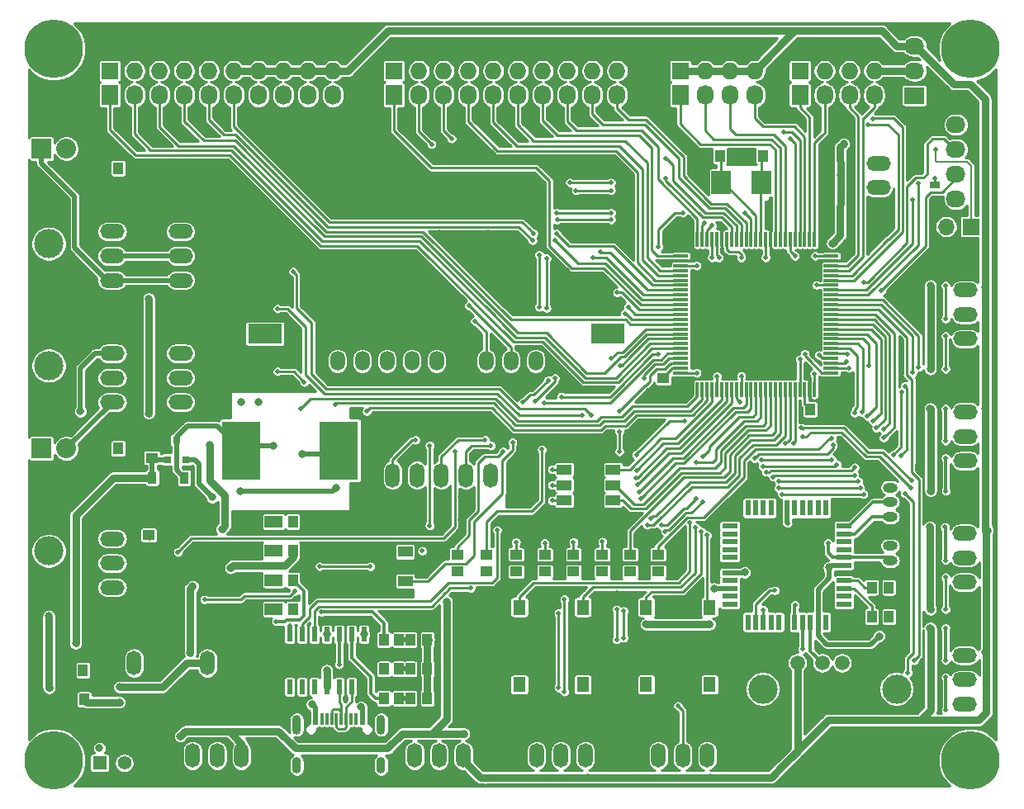
<source format=gbr>
G04 #@! TF.GenerationSoftware,KiCad,Pcbnew,(5.1.5)-3*
G04 #@! TF.CreationDate,2020-06-17T21:45:32+09:00*
G04 #@! TF.ProjectId,stm32f4_Centaurus,73746d33-3266-4345-9f43-656e74617572,rev?*
G04 #@! TF.SameCoordinates,Original*
G04 #@! TF.FileFunction,Copper,L1,Top*
G04 #@! TF.FilePolarity,Positive*
%FSLAX46Y46*%
G04 Gerber Fmt 4.6, Leading zero omitted, Abs format (unit mm)*
G04 Created by KiCad (PCBNEW (5.1.5)-3) date 2020-06-17 21:45:32*
%MOMM*%
%LPD*%
G04 APERTURE LIST*
%ADD10R,0.800100X0.800100*%
%ADD11R,0.910000X1.220000*%
%ADD12R,1.200000X1.000000*%
%ADD13R,1.000000X1.200000*%
%ADD14R,1.397000X1.397000*%
%ADD15C,1.397000*%
%ADD16R,1.500000X1.100000*%
%ADD17R,4.000000X6.000000*%
%ADD18O,2.500000X1.500000*%
%ADD19O,1.500000X2.500000*%
%ADD20C,3.000000*%
%ADD21O,0.900000X2.000000*%
%ADD22O,0.900000X1.700000*%
%ADD23R,0.300000X1.160000*%
%ADD24R,0.600000X1.160000*%
%ADD25C,1.501140*%
%ADD26C,2.999740*%
%ADD27O,1.524000X1.000000*%
%ADD28O,1.500000X2.000000*%
%ADD29R,3.500000X2.000000*%
%ADD30R,1.300000X1.550000*%
%ADD31O,1.727200X1.727200*%
%ADD32R,1.727200X1.727200*%
%ADD33O,1.727200X2.032000*%
%ADD34R,1.727200X2.032000*%
%ADD35R,2.000000X2.400000*%
%ADD36R,1.500000X1.000000*%
%ADD37O,2.032000X1.727200*%
%ADD38R,2.032000X1.727200*%
%ADD39O,2.032000X2.032000*%
%ADD40R,2.032000X2.032000*%
%ADD41R,0.600000X1.500000*%
%ADD42R,0.300000X1.500000*%
%ADD43R,1.500000X0.300000*%
%ADD44R,0.560000X1.600000*%
%ADD45R,1.600000X0.560000*%
%ADD46R,1.700000X1.700000*%
%ADD47O,1.700000X1.700000*%
%ADD48R,1.000000X0.800000*%
%ADD49C,6.000000*%
%ADD50C,0.500000*%
%ADD51C,0.800000*%
%ADD52C,0.350000*%
%ADD53C,0.250000*%
%ADD54C,0.800000*%
%ADD55C,0.500000*%
%ADD56C,0.200000*%
%ADD57C,0.254000*%
G04 APERTURE END LIST*
D10*
X67650000Y-104150760D03*
X69550000Y-104150760D03*
X68600000Y-102151780D03*
D11*
X66115000Y-106000000D03*
X69385000Y-106000000D03*
D12*
X66050000Y-103955000D03*
X66050000Y-102395000D03*
X117950000Y-115630000D03*
X117950000Y-113870000D03*
X115100000Y-115630000D03*
X115100000Y-113870000D03*
X112250000Y-115630000D03*
X112250000Y-113870000D03*
X109300000Y-113870000D03*
X109300000Y-115630000D03*
X106350000Y-115630000D03*
X106350000Y-113870000D03*
X103400000Y-113870000D03*
X103400000Y-115630000D03*
X100400000Y-113870000D03*
X100400000Y-115630000D03*
X97400000Y-115630000D03*
X97400000Y-113870000D03*
D13*
X139870000Y-120250000D03*
X141630000Y-120250000D03*
X141630000Y-117250000D03*
X139870000Y-117250000D03*
X91420000Y-128620000D03*
X89860000Y-128620000D03*
X91420000Y-125620000D03*
X89860000Y-125620000D03*
X89860000Y-122620000D03*
X91420000Y-122620000D03*
X78970000Y-119500000D03*
X80530000Y-119500000D03*
X78970000Y-116500000D03*
X80530000Y-116500000D03*
X80530000Y-113500000D03*
X78970000Y-113500000D03*
X78970000Y-110500000D03*
X80530000Y-110500000D03*
X128700000Y-73000000D03*
X126820000Y-73000000D03*
X126180000Y-73000000D03*
X124300000Y-73000000D03*
X133550000Y-99000000D03*
X135430000Y-99000000D03*
D12*
X118500000Y-97680000D03*
X118500000Y-95800000D03*
D13*
X92540000Y-128620000D03*
X94300000Y-128620000D03*
X94300000Y-125620000D03*
X92540000Y-125620000D03*
X94300000Y-122620000D03*
X92540000Y-122620000D03*
X76370000Y-119500000D03*
X78130000Y-119500000D03*
X76370000Y-116500000D03*
X78130000Y-116500000D03*
X78130000Y-113500000D03*
X76370000Y-113500000D03*
X76370000Y-110500000D03*
X78130000Y-110500000D03*
X64380000Y-74250000D03*
X62620000Y-74250000D03*
X62620000Y-103000000D03*
X64380000Y-103000000D03*
D12*
X65750000Y-111880000D03*
X65750000Y-110120000D03*
D13*
X57370000Y-128750000D03*
X59130000Y-128750000D03*
X59000000Y-125750000D03*
X57240000Y-125750000D03*
D14*
X60710000Y-135250000D03*
D15*
X63250000Y-135250000D03*
X65790000Y-135250000D03*
D16*
X92040000Y-116600000D03*
X92040000Y-113600000D03*
X86140000Y-116600000D03*
X86140000Y-113600000D03*
D17*
X75250000Y-103200000D03*
X85250000Y-103200000D03*
D18*
X149420000Y-129210000D03*
X149420000Y-126710000D03*
X149420000Y-124210000D03*
X149420000Y-121710000D03*
X149420000Y-109210000D03*
X149420000Y-111710000D03*
X149420000Y-114210000D03*
X149420000Y-116710000D03*
X149500000Y-96750000D03*
X149500000Y-99250000D03*
X149500000Y-101750000D03*
X149500000Y-104250000D03*
X149500000Y-91750000D03*
X149500000Y-89250000D03*
X149500000Y-86750000D03*
X149500000Y-84250000D03*
D19*
X118000000Y-134500000D03*
X120500000Y-134500000D03*
X123000000Y-134500000D03*
X125500000Y-134500000D03*
X113000000Y-134500000D03*
X110500000Y-134500000D03*
X108000000Y-134500000D03*
X105500000Y-134500000D03*
X93000000Y-134500000D03*
X95500000Y-134500000D03*
X98000000Y-134500000D03*
X100500000Y-134500000D03*
D18*
X69000000Y-98250000D03*
X69000000Y-95750000D03*
X69000000Y-93250000D03*
X69000000Y-90750000D03*
X69000000Y-78250000D03*
X69000000Y-80750000D03*
X69000000Y-83250000D03*
X69000000Y-85750000D03*
D19*
X77750000Y-134500000D03*
X75250000Y-134500000D03*
X72750000Y-134500000D03*
X70250000Y-134500000D03*
D20*
X55500000Y-82000000D03*
D18*
X62000000Y-85750000D03*
X62000000Y-83250000D03*
X62000000Y-80750000D03*
X62000000Y-78250000D03*
X62000000Y-90750000D03*
X62000000Y-93250000D03*
X62000000Y-95750000D03*
X62000000Y-98250000D03*
D20*
X55500000Y-94500000D03*
D18*
X62000000Y-109750000D03*
X62000000Y-112250000D03*
X62000000Y-114750000D03*
X62000000Y-117250000D03*
D20*
X55500000Y-113500000D03*
D19*
X66750000Y-125000000D03*
X64250000Y-125000000D03*
X71750000Y-125000000D03*
X74250000Y-125000000D03*
X90750000Y-105750000D03*
X93250000Y-105750000D03*
X95750000Y-105750000D03*
X98250000Y-105750000D03*
X100750000Y-105750000D03*
X103250000Y-105750000D03*
D21*
X80930000Y-131320000D03*
X89570000Y-131320000D03*
D22*
X80930000Y-135490000D03*
X89570000Y-135490000D03*
D23*
X84500000Y-130740000D03*
X85000000Y-130740000D03*
X85500000Y-130740000D03*
X83500000Y-130740000D03*
X84000000Y-130740000D03*
X86500000Y-130740000D03*
X86000000Y-130740000D03*
X87000000Y-130740000D03*
D24*
X82850000Y-130740000D03*
X82850000Y-130740000D03*
X82050000Y-130740000D03*
X82050000Y-130740000D03*
X87650000Y-130740000D03*
X88450000Y-130740000D03*
X87650000Y-130740000D03*
X88450000Y-130740000D03*
D25*
X139362860Y-124995760D03*
X136822860Y-124995760D03*
X134790860Y-124995760D03*
X132250860Y-124995760D03*
D26*
X142410860Y-127662760D03*
X128694860Y-127662760D03*
D27*
X141750000Y-114500000D03*
X141750000Y-113000000D03*
X141750000Y-111500000D03*
X141750000Y-110000000D03*
X141750000Y-108500000D03*
X141750000Y-107000000D03*
D18*
X140550000Y-73750000D03*
X140550000Y-76250000D03*
X140550000Y-78750000D03*
D28*
X85090000Y-94035000D03*
X87630000Y-94035000D03*
X90170000Y-94035000D03*
X92710000Y-94035000D03*
X95250000Y-94035000D03*
X97790000Y-94035000D03*
X100330000Y-94035000D03*
X102870000Y-94035000D03*
X105410000Y-94035000D03*
D29*
X77650000Y-91235000D03*
X112850000Y-91235000D03*
D30*
X103750000Y-119275000D03*
X99250000Y-119275000D03*
X99250000Y-127225000D03*
X103750000Y-127225000D03*
X110250000Y-127225000D03*
X105750000Y-127225000D03*
X105750000Y-119275000D03*
X110250000Y-119275000D03*
X116750000Y-119275000D03*
X112250000Y-119275000D03*
X112250000Y-127225000D03*
X116750000Y-127225000D03*
D31*
X140120000Y-61710000D03*
X140120000Y-64250000D03*
X137580000Y-61710000D03*
X137580000Y-64250000D03*
X135040000Y-61710000D03*
X135040000Y-64250000D03*
X132500000Y-61710000D03*
D32*
X132500000Y-64250000D03*
X120250000Y-64250000D03*
D31*
X120250000Y-61710000D03*
X122790000Y-64250000D03*
X122790000Y-61710000D03*
X125330000Y-64250000D03*
X125330000Y-61710000D03*
X127870000Y-64250000D03*
X127870000Y-61710000D03*
X113750000Y-61710000D03*
X113750000Y-64250000D03*
X111210000Y-61710000D03*
X111210000Y-64250000D03*
X108670000Y-61710000D03*
X108670000Y-64250000D03*
X106130000Y-61710000D03*
X106130000Y-64250000D03*
X103590000Y-61710000D03*
X103590000Y-64250000D03*
X101050000Y-61710000D03*
X101050000Y-64250000D03*
X98510000Y-61710000D03*
X98510000Y-64250000D03*
X95970000Y-61710000D03*
X95970000Y-64250000D03*
X93430000Y-61710000D03*
X93430000Y-64250000D03*
X90890000Y-61710000D03*
D32*
X90890000Y-64250000D03*
X61750000Y-64250000D03*
D31*
X61750000Y-61710000D03*
X64290000Y-64250000D03*
X64290000Y-61710000D03*
X66830000Y-64250000D03*
X66830000Y-61710000D03*
X69370000Y-64250000D03*
X69370000Y-61710000D03*
X71910000Y-64250000D03*
X71910000Y-61710000D03*
X74450000Y-64250000D03*
X74450000Y-61710000D03*
X76990000Y-64250000D03*
X76990000Y-61710000D03*
X79530000Y-64250000D03*
X79530000Y-61710000D03*
X82070000Y-64250000D03*
X82070000Y-61710000D03*
X84610000Y-64250000D03*
X84610000Y-61710000D03*
D33*
X84610000Y-66750000D03*
X82070000Y-66750000D03*
X79530000Y-66750000D03*
X76990000Y-66750000D03*
X74450000Y-66750000D03*
X71910000Y-66750000D03*
X69370000Y-66750000D03*
X66830000Y-66750000D03*
X64290000Y-66750000D03*
D34*
X61750000Y-66750000D03*
X90890000Y-66750000D03*
D33*
X93430000Y-66750000D03*
X95970000Y-66750000D03*
X98510000Y-66750000D03*
X101050000Y-66750000D03*
X103590000Y-66750000D03*
X106130000Y-66750000D03*
X108670000Y-66750000D03*
X111210000Y-66750000D03*
X113750000Y-66750000D03*
D34*
X120250000Y-66750000D03*
D33*
X122790000Y-66750000D03*
X125330000Y-66750000D03*
X127870000Y-66750000D03*
D35*
X124450000Y-75750000D03*
X128550000Y-75750000D03*
D36*
X108350000Y-108350000D03*
X108350000Y-106750000D03*
X108350000Y-105150000D03*
X113350000Y-105150000D03*
X113350000Y-106750000D03*
X113350000Y-108350000D03*
D30*
X123250000Y-127225000D03*
X118750000Y-127225000D03*
X118750000Y-119275000D03*
X123250000Y-119275000D03*
D37*
X144250000Y-61710000D03*
X144250000Y-64250000D03*
D38*
X144250000Y-66790000D03*
D37*
X148500000Y-77410000D03*
X148500000Y-74870000D03*
X148500000Y-72330000D03*
X148500000Y-69790000D03*
D38*
X148500000Y-67250000D03*
D39*
X57290000Y-103000000D03*
D40*
X54750000Y-103000000D03*
X54750000Y-72250000D03*
D39*
X57290000Y-72250000D03*
D41*
X87810000Y-122050000D03*
X86540000Y-122050000D03*
X85270000Y-122050000D03*
X84000000Y-122050000D03*
X82730000Y-122050000D03*
X81460000Y-122050000D03*
X80190000Y-122050000D03*
X80190000Y-127450000D03*
X81460000Y-127450000D03*
X82730000Y-127450000D03*
X84000000Y-127450000D03*
X85270000Y-127450000D03*
X86540000Y-127450000D03*
X87810000Y-127450000D03*
D42*
X134000000Y-81550000D03*
X133500000Y-81550000D03*
X133000000Y-81550000D03*
X132500000Y-81550000D03*
X132000000Y-81550000D03*
X131500000Y-81550000D03*
X131000000Y-81550000D03*
X130500000Y-81550000D03*
X130000000Y-81550000D03*
X129500000Y-81550000D03*
X129000000Y-81550000D03*
X128500000Y-81550000D03*
X128000000Y-81550000D03*
X127500000Y-81550000D03*
X127000000Y-81550000D03*
X126500000Y-81550000D03*
X126000000Y-81550000D03*
X125500000Y-81550000D03*
X125000000Y-81550000D03*
X124500000Y-81550000D03*
X124000000Y-81550000D03*
X123500000Y-81550000D03*
X123000000Y-81550000D03*
X122500000Y-81550000D03*
X122000000Y-81550000D03*
D43*
X120300000Y-83250000D03*
X120300000Y-83750000D03*
X120300000Y-84250000D03*
X120300000Y-84750000D03*
X120300000Y-85250000D03*
X120300000Y-85750000D03*
X120300000Y-86250000D03*
X120300000Y-86750000D03*
X120300000Y-87250000D03*
X120300000Y-87750000D03*
X120300000Y-88250000D03*
X120300000Y-88750000D03*
X120300000Y-89250000D03*
X120300000Y-89750000D03*
X120300000Y-90250000D03*
X120300000Y-90750000D03*
X120300000Y-91250000D03*
X120300000Y-91750000D03*
X120300000Y-92250000D03*
X120300000Y-92750000D03*
X120300000Y-93250000D03*
X120300000Y-93750000D03*
X120300000Y-94250000D03*
X120300000Y-94750000D03*
X120300000Y-95250000D03*
D42*
X122000000Y-96950000D03*
X122500000Y-96950000D03*
X123000000Y-96950000D03*
X123500000Y-96950000D03*
X124000000Y-96950000D03*
X124500000Y-96950000D03*
X125000000Y-96950000D03*
X125500000Y-96950000D03*
X126000000Y-96950000D03*
X126500000Y-96950000D03*
X127000000Y-96950000D03*
X127500000Y-96950000D03*
X128000000Y-96950000D03*
X128500000Y-96950000D03*
X129000000Y-96950000D03*
X129500000Y-96950000D03*
X130000000Y-96950000D03*
X130500000Y-96950000D03*
X131000000Y-96950000D03*
X131500000Y-96950000D03*
X132000000Y-96950000D03*
X132500000Y-96950000D03*
X133000000Y-96950000D03*
X133500000Y-96950000D03*
X134000000Y-96950000D03*
D43*
X135700000Y-95250000D03*
X135700000Y-94750000D03*
X135700000Y-94250000D03*
X135700000Y-93750000D03*
X135700000Y-93250000D03*
X135700000Y-92750000D03*
X135700000Y-92250000D03*
X135700000Y-91750000D03*
X135700000Y-91250000D03*
X135700000Y-90750000D03*
X135700000Y-90250000D03*
X135700000Y-89750000D03*
X135700000Y-89250000D03*
X135700000Y-88750000D03*
X135700000Y-88250000D03*
X135700000Y-87750000D03*
X135700000Y-87250000D03*
X135700000Y-86750000D03*
X135700000Y-86250000D03*
X135700000Y-85750000D03*
X135700000Y-85250000D03*
X135700000Y-84750000D03*
X135700000Y-84250000D03*
X135700000Y-83750000D03*
X135700000Y-83250000D03*
D44*
X127170000Y-120810000D03*
X127970000Y-120810000D03*
X128770000Y-120810000D03*
X129570000Y-120810000D03*
X130370000Y-120810000D03*
X131170000Y-120810000D03*
X131970000Y-120810000D03*
X132770000Y-120810000D03*
X133570000Y-120810000D03*
X134370000Y-120810000D03*
X135170000Y-120810000D03*
D45*
X137020000Y-118960000D03*
X137020000Y-118160000D03*
X137020000Y-117360000D03*
X137020000Y-116560000D03*
X137020000Y-115760000D03*
X137020000Y-114960000D03*
X137020000Y-114160000D03*
X137020000Y-113360000D03*
X137020000Y-112560000D03*
X137020000Y-111760000D03*
X137020000Y-110960000D03*
D44*
X135170000Y-109110000D03*
X134370000Y-109110000D03*
X133570000Y-109110000D03*
X132770000Y-109110000D03*
X131970000Y-109110000D03*
X131170000Y-109110000D03*
X130370000Y-109110000D03*
X129570000Y-109110000D03*
X128770000Y-109110000D03*
X127970000Y-109110000D03*
X127170000Y-109110000D03*
D45*
X125320000Y-110960000D03*
X125320000Y-111760000D03*
X125320000Y-112560000D03*
X125320000Y-113360000D03*
X125320000Y-114160000D03*
X125320000Y-114960000D03*
X125320000Y-115760000D03*
X125320000Y-116560000D03*
X125320000Y-117360000D03*
X125320000Y-118160000D03*
X125320000Y-118960000D03*
D33*
X140120000Y-66750000D03*
X137580000Y-66750000D03*
X135040000Y-66750000D03*
D34*
X132500000Y-66750000D03*
D46*
X150040000Y-80250000D03*
D47*
X147500000Y-80250000D03*
D48*
X146350000Y-75950000D03*
X146350000Y-77750000D03*
D49*
X56000000Y-62000000D03*
X56000000Y-135000000D03*
X150000000Y-135000000D03*
X150000000Y-62000000D03*
D50*
X132000000Y-119050000D03*
X142850000Y-95050000D03*
X126820000Y-73000000D03*
X126180000Y-73000000D03*
D51*
X76000000Y-125250000D03*
X77750000Y-125250000D03*
X89250000Y-124000000D03*
X121500000Y-117750000D03*
X135500000Y-96250000D03*
X130370000Y-116220000D03*
X134310000Y-116220000D03*
X106000000Y-131500000D03*
X109000000Y-132750000D03*
X115000000Y-130250000D03*
X117000000Y-130250000D03*
X112500000Y-129250000D03*
X108500000Y-129250000D03*
X91750000Y-131000000D03*
X65500000Y-130250000D03*
X61500000Y-130500000D03*
X62750000Y-133000000D03*
X60250000Y-137250000D03*
X63500000Y-137250000D03*
X67000000Y-137250000D03*
X146250000Y-137000000D03*
X143250000Y-137000000D03*
X139750000Y-137000000D03*
X136000000Y-137000000D03*
X131750000Y-137000000D03*
X129000000Y-135500000D03*
X136000000Y-132000000D03*
X146500000Y-132000000D03*
X152000000Y-131500000D03*
X136000000Y-129500000D03*
X130500000Y-125500000D03*
X130750000Y-133000000D03*
X117750000Y-125000000D03*
X123000000Y-125000000D03*
X115500000Y-125000000D03*
X112500000Y-125000000D03*
X109250000Y-125000000D03*
X106750000Y-125000000D03*
X87000000Y-99250000D03*
X83500000Y-86250000D03*
X92400000Y-65500000D03*
X94700000Y-65500000D03*
X97200000Y-65500000D03*
X99700000Y-65500000D03*
X102300000Y-65500000D03*
X104900000Y-65500000D03*
X107400000Y-65500000D03*
X109950000Y-65500000D03*
X112500000Y-65500000D03*
X115150000Y-65500000D03*
X115150000Y-67600000D03*
X112500000Y-67900000D03*
X109950000Y-67900000D03*
X107400000Y-67900000D03*
X104900000Y-67900000D03*
X102300000Y-67900000D03*
X99800000Y-67900000D03*
X97200000Y-67900000D03*
X94700000Y-67900000D03*
X92400000Y-68000000D03*
X89100000Y-67900000D03*
X89100000Y-65500000D03*
X87750000Y-64250000D03*
X59500000Y-133250000D03*
X58250000Y-131500000D03*
X56000000Y-131000000D03*
X54000000Y-131500000D03*
X54000000Y-128500000D03*
X54000000Y-125500000D03*
X54000000Y-122500000D03*
X54000000Y-115250000D03*
X54000000Y-111500000D03*
X54000000Y-108000000D03*
X54000000Y-104750000D03*
X54000000Y-100500000D03*
X54000000Y-96750000D03*
X54000000Y-92250000D03*
X54000000Y-88750000D03*
X54000000Y-84750000D03*
X54000000Y-79750000D03*
X54000000Y-75250000D03*
X54000000Y-69500000D03*
X54000000Y-65500000D03*
X56500000Y-66000000D03*
X58750000Y-65500000D03*
X59750000Y-63500000D03*
X59500000Y-60250000D03*
X146500000Y-59750000D03*
X150000000Y-93500000D03*
X150250000Y-106000000D03*
X150250000Y-118750000D03*
X105750000Y-73250000D03*
X101000000Y-73250000D03*
X107750000Y-77750000D03*
X115000000Y-76500000D03*
X113250000Y-73250000D03*
X114750000Y-80750000D03*
X106000000Y-78000000D03*
X105000000Y-75000000D03*
X102750000Y-79000000D03*
X84750000Y-79000000D03*
X75750000Y-69250000D03*
X86000000Y-65500000D03*
X90500000Y-71500000D03*
X95000000Y-73250000D03*
X82000000Y-69250000D03*
X78500000Y-69250000D03*
X73250000Y-69250000D03*
X70750000Y-69250000D03*
X68250000Y-69250000D03*
X65500000Y-69250000D03*
X63000000Y-69250000D03*
X60250000Y-68500000D03*
X73750000Y-73750000D03*
X83000000Y-83000000D03*
X78000000Y-72250000D03*
X82000000Y-71500000D03*
X94750000Y-75250000D03*
X92750000Y-79000000D03*
X103500000Y-84750000D03*
X105000000Y-86500000D03*
X107500000Y-86000000D03*
X107500000Y-88500000D03*
X113750000Y-88750000D03*
X112250000Y-81500000D03*
X107500000Y-75000000D03*
X120750000Y-72000000D03*
X121500000Y-74750000D03*
X123000000Y-72750000D03*
X118500000Y-67750000D03*
X118500000Y-65500000D03*
X129250000Y-65500000D03*
X129250000Y-67750000D03*
X131000000Y-67750000D03*
X131000000Y-65500000D03*
X142250000Y-65500000D03*
X142250000Y-67750000D03*
X147000000Y-65750000D03*
X136000000Y-70500000D03*
X136250000Y-68000000D03*
X139000000Y-68000000D03*
X136250000Y-65500000D03*
X138750000Y-65500000D03*
X134000000Y-65500000D03*
X83750000Y-111250000D03*
X81750000Y-113250000D03*
X82750000Y-117500000D03*
X71250000Y-111250000D03*
X63250000Y-104500000D03*
X60750000Y-113500000D03*
X60750000Y-116000000D03*
X60250000Y-97000000D03*
X60250000Y-94750000D03*
X67500000Y-94500000D03*
X70500000Y-94500000D03*
X67500000Y-99750000D03*
X70500000Y-99750000D03*
X63750000Y-99750000D03*
X63500000Y-94500000D03*
X63500000Y-84500000D03*
X63500000Y-87000000D03*
X60250000Y-87000000D03*
X67250000Y-87000000D03*
X67250000Y-84500000D03*
X72000000Y-84500000D03*
X63500000Y-82000000D03*
X60250000Y-82000000D03*
X60250000Y-92000000D03*
X67500000Y-92000000D03*
X70500000Y-92000000D03*
X62750000Y-72750000D03*
X56250000Y-73750000D03*
X56250000Y-70500000D03*
X59250000Y-73750000D03*
X58750000Y-104750000D03*
X77000000Y-83250000D03*
X67250000Y-73750000D03*
X132500000Y-84500000D03*
X129250000Y-87500000D03*
X129250000Y-93000000D03*
X130750000Y-95000000D03*
X127000000Y-92000000D03*
X122000000Y-93500000D03*
X119250000Y-81250000D03*
X120250000Y-82250000D03*
X126500000Y-85250000D03*
X129150000Y-84550000D03*
X124250000Y-92000000D03*
X103500000Y-81250000D03*
X100500000Y-81000000D03*
X95500000Y-81000000D03*
X98000000Y-83500000D03*
X100500000Y-84750000D03*
X92750000Y-83000000D03*
X97750000Y-87750000D03*
X89000000Y-59750000D03*
X87250000Y-61750000D03*
X97500000Y-128250000D03*
X105750000Y-128250000D03*
X146750000Y-82750000D03*
X150250000Y-82750000D03*
X146750000Y-85000000D03*
X150000000Y-95000000D03*
X150250000Y-107750000D03*
X150250000Y-120250000D03*
X117500000Y-100500000D03*
X115250000Y-101500000D03*
X73750000Y-80250000D03*
X81250000Y-75500000D03*
X70500000Y-76250000D03*
X67250000Y-76250000D03*
X57250000Y-84750000D03*
X57250000Y-88750000D03*
X57250000Y-92250000D03*
X68250000Y-88000000D03*
X70000000Y-88000000D03*
X70000000Y-89250000D03*
X68250000Y-89250000D03*
X60500000Y-101250000D03*
X62100000Y-107600000D03*
X56500000Y-108000000D03*
X56500000Y-111250000D03*
X60750000Y-122500000D03*
X60750000Y-119250000D03*
X63500000Y-119250000D03*
X66500000Y-122500000D03*
X75750000Y-121000000D03*
X78500000Y-129000000D03*
X102250000Y-135500000D03*
X102250000Y-133500000D03*
X103750000Y-133500000D03*
X103750000Y-135500000D03*
X114000000Y-135500000D03*
X114000000Y-133500000D03*
X115750000Y-133500000D03*
X115750000Y-135500000D03*
X127000000Y-135500000D03*
X127000000Y-130250000D03*
X127000000Y-125500000D03*
X127000000Y-122500000D03*
X130500000Y-122500000D03*
X127000000Y-112250000D03*
X130000000Y-110750000D03*
X132750000Y-114000000D03*
X136500000Y-109000000D03*
X135500000Y-118250000D03*
X136500000Y-121750000D03*
X138250000Y-120000000D03*
X129750000Y-119250000D03*
X136000000Y-126500000D03*
X139750000Y-126500000D03*
X143000000Y-123500000D03*
X141000000Y-123500000D03*
X144500000Y-127250000D03*
X148750000Y-106000000D03*
X148750000Y-93500000D03*
X144000000Y-85000000D03*
X144000000Y-88750000D03*
X118500000Y-62750000D03*
X115250000Y-62750000D03*
X86000000Y-67900000D03*
X98250000Y-73250000D03*
X108500000Y-73250000D03*
X112250000Y-77750000D03*
X79500000Y-93500000D03*
X77000000Y-93500000D03*
X71250000Y-109000000D03*
X68500000Y-115500000D03*
X68500000Y-117500000D03*
X74250000Y-117000000D03*
X81750000Y-115500000D03*
X101500000Y-128250000D03*
X101500000Y-125000000D03*
X97500000Y-125000000D03*
X123000000Y-130250000D03*
X77000000Y-98250000D03*
X75250000Y-98250000D03*
X83500000Y-92500000D03*
X83500000Y-95000000D03*
X86250000Y-92500000D03*
X94000000Y-92500000D03*
X123250000Y-84750000D03*
X134000000Y-89250000D03*
X131500000Y-93000000D03*
X124500000Y-94250000D03*
X127000000Y-94250000D03*
X136500000Y-100000000D03*
X148750000Y-95000000D03*
X148750000Y-107750000D03*
X148750000Y-120250000D03*
X148750000Y-118750000D03*
X68500000Y-112500000D03*
X56250000Y-101250000D03*
X72250000Y-91000000D03*
X75000000Y-91000000D03*
X78750000Y-79000000D03*
X147100000Y-109250000D03*
X147050000Y-97000000D03*
X121750000Y-132000000D03*
X119500000Y-132000000D03*
X82500000Y-135000000D03*
X88000000Y-135000000D03*
X87000000Y-132500000D03*
X83500000Y-132500000D03*
X82500000Y-137250000D03*
X88000000Y-137250000D03*
X91250000Y-137250000D03*
X91250000Y-135000000D03*
X98500000Y-137250000D03*
X68750000Y-137250000D03*
X68750000Y-135000000D03*
X70500000Y-130250000D03*
X141250000Y-132250000D03*
X137500000Y-82750000D03*
D50*
X144675000Y-74575000D03*
D51*
X140600000Y-81175000D03*
X113750000Y-118000000D03*
X101500000Y-118500000D03*
X107250000Y-118500000D03*
X102350000Y-112650000D03*
X104750000Y-113750000D03*
X107750000Y-113750000D03*
X110750000Y-113750000D03*
X113750000Y-113750000D03*
X95250000Y-113750000D03*
X97850000Y-110350000D03*
X97850000Y-108000000D03*
X99700000Y-99650000D03*
X89050000Y-99650000D03*
X88850000Y-111400000D03*
X92500000Y-108200000D03*
X89000000Y-104050000D03*
X92250000Y-101400000D03*
X97450000Y-101400000D03*
X107650000Y-101900000D03*
X112850000Y-103650000D03*
X110600000Y-107400000D03*
X137700000Y-75100000D03*
X134950000Y-76700000D03*
D50*
X132850000Y-69950000D03*
X134250000Y-70450000D03*
D51*
X134800000Y-72850000D03*
X134800000Y-75050000D03*
X89000000Y-92500000D03*
D50*
X86500000Y-125400000D03*
X85000000Y-126000000D03*
X83750000Y-123500000D03*
X81250000Y-125750000D03*
X81250000Y-123500000D03*
D51*
X151500000Y-123930000D03*
X151750000Y-111430000D03*
X151500000Y-98930000D03*
X151500000Y-86430000D03*
X123720000Y-117360000D03*
X80530000Y-110500000D03*
X68998220Y-132500000D03*
X145920000Y-129850000D03*
X145870000Y-121400000D03*
X145870000Y-98900000D03*
X145890000Y-94850000D03*
X145890000Y-86300000D03*
X145820000Y-111050000D03*
X145890000Y-119500000D03*
X145920000Y-107350000D03*
X110820000Y-136750000D03*
X98070000Y-132250000D03*
X96290000Y-118700000D03*
X123320000Y-136750000D03*
X73250000Y-111250000D03*
X72000000Y-102650000D03*
X58250000Y-122998220D03*
X66115000Y-106000000D03*
X78500000Y-102750000D03*
D50*
X78820000Y-120740000D03*
D51*
X87500000Y-129500000D03*
X82500000Y-129250000D03*
D50*
X117250000Y-110210000D03*
X108360000Y-118460000D03*
X108350000Y-127940000D03*
X116860000Y-110840000D03*
X107770000Y-119890000D03*
X107770000Y-127540000D03*
X132770000Y-123550000D03*
X135390000Y-112710000D03*
X115743413Y-103623413D03*
X120700000Y-100170000D03*
X124000000Y-95580000D03*
X98750000Y-117325000D03*
X115738449Y-105298378D03*
X101460000Y-111370000D03*
X142096587Y-103633413D03*
X120000000Y-129400000D03*
X137358414Y-93325000D03*
X142915000Y-97203782D03*
X130340490Y-107073498D03*
X138680000Y-107060000D03*
X142850000Y-103720000D03*
X143270000Y-96587650D03*
X139550000Y-94470000D03*
X130690000Y-107680000D03*
X139020000Y-107680000D03*
X134220000Y-86250000D03*
D51*
X81500000Y-103550000D03*
D50*
X92040000Y-113600000D03*
X147430000Y-121400000D03*
X147450000Y-124710000D03*
X147450000Y-126460000D03*
X147480000Y-129850000D03*
X147480000Y-107350000D03*
X147450000Y-103960000D03*
X147450000Y-102210000D03*
X147430000Y-98900000D03*
X147450000Y-91460000D03*
X147450000Y-94850000D03*
X147450000Y-89710000D03*
X147450000Y-86300000D03*
X147450000Y-114460000D03*
X147380000Y-111050000D03*
X147450000Y-119500000D03*
X147450000Y-116210000D03*
X133010000Y-93290000D03*
X139090000Y-85950000D03*
X132504999Y-93865001D03*
X140870000Y-86770000D03*
X144240000Y-124710000D03*
X143270000Y-107620000D03*
X143570000Y-126000000D03*
X137545000Y-94750000D03*
X144670000Y-94640000D03*
X144070000Y-95180000D03*
D51*
X84000000Y-122050000D03*
D50*
X143930000Y-106280000D03*
X126500000Y-95570000D03*
X132661587Y-100898413D03*
X143880000Y-107070000D03*
X132770000Y-101820000D03*
X126380000Y-98235000D03*
X122730000Y-79890000D03*
X123490000Y-80140000D03*
X89860000Y-125620000D03*
X85270000Y-125150000D03*
X83470000Y-119770000D03*
X80190000Y-121200000D03*
X113150000Y-79530003D03*
X107610000Y-79530000D03*
X144055000Y-77500000D03*
X99200000Y-89950000D03*
X140007131Y-69175000D03*
X98580000Y-88370000D03*
X113160000Y-78830000D03*
X107550000Y-78830000D03*
X144650000Y-75800000D03*
X107560000Y-80950000D03*
X105181587Y-80928413D03*
X96790000Y-71215000D03*
X112035023Y-82835000D03*
X94750000Y-71790000D03*
X111270000Y-83410000D03*
X107410000Y-81660000D03*
X105100000Y-81660000D03*
X88100000Y-99200000D03*
X139525010Y-69750000D03*
X78950000Y-88655000D03*
X131020000Y-102500000D03*
X110170000Y-99599037D03*
X131886587Y-102446587D03*
X111090000Y-99599037D03*
X80550000Y-84850000D03*
X81690000Y-96180000D03*
X78950000Y-95095000D03*
X84900000Y-98475000D03*
X81310000Y-98910000D03*
X115870000Y-106720000D03*
X106350000Y-112700000D03*
X131500000Y-71240000D03*
X130840000Y-70580000D03*
X121800000Y-111070000D03*
X139430000Y-99670000D03*
X128534724Y-104120488D03*
X135760000Y-104120000D03*
X110250000Y-119470000D03*
X115730000Y-106000000D03*
X103400000Y-112600000D03*
X116040000Y-107450000D03*
X109300000Y-112600000D03*
X116190000Y-108140000D03*
X112250208Y-112550208D03*
X122380000Y-111510000D03*
X140014999Y-100190000D03*
X128707053Y-104798947D03*
X136300000Y-104640000D03*
X116750000Y-119470000D03*
X122980000Y-111890000D03*
X141095000Y-101910000D03*
X141095000Y-101910000D03*
X129030000Y-105420000D03*
X138131177Y-104935650D03*
X123250000Y-119470000D03*
X118780000Y-73250000D03*
X118780000Y-75250000D03*
X113780000Y-87000000D03*
X114900000Y-88520000D03*
X106050000Y-103100000D03*
X114591551Y-89148380D03*
X93100000Y-102125000D03*
X113140000Y-93780000D03*
X93780000Y-113500000D03*
X94550000Y-102700000D03*
X94550000Y-110900000D03*
X114108413Y-94498413D03*
X102074999Y-103300000D03*
X68740000Y-113620000D03*
X106290000Y-98290000D03*
X97125000Y-103325000D03*
X116550000Y-95810000D03*
X71470000Y-118500000D03*
X80700000Y-117650000D03*
X83260000Y-115090000D03*
X114000000Y-103324999D03*
X114000000Y-99195000D03*
X88460000Y-115090000D03*
X114000000Y-101245020D03*
X122540000Y-108460000D03*
X118690000Y-111490000D03*
X114440000Y-119670000D03*
X114440000Y-122420000D03*
X122542277Y-103840000D03*
X121910000Y-108110000D03*
X121907996Y-104415000D03*
X118310000Y-110870000D03*
X113710000Y-119520000D03*
X113710000Y-122590000D03*
X140340000Y-100900000D03*
X128761587Y-119561587D03*
X141070000Y-101000000D03*
X129936587Y-117566587D03*
X103400000Y-115630000D03*
X106350000Y-115630000D03*
X109300000Y-115630000D03*
X115100000Y-115630000D03*
X112250000Y-115630000D03*
X117950000Y-115720000D03*
X107100000Y-108350000D03*
X107100000Y-106750000D03*
X107100000Y-105150000D03*
X138120000Y-99370000D03*
X135788413Y-101928413D03*
X121220000Y-110630000D03*
X135900000Y-102630000D03*
X138855000Y-99255741D03*
X127843981Y-103997843D03*
X103750000Y-119470000D03*
D51*
X74140001Y-115250000D03*
X58740000Y-99190000D03*
X65750000Y-87635000D03*
X65750000Y-99385000D03*
X65810000Y-112000000D03*
X62530000Y-74250000D03*
X62620000Y-103000000D03*
D50*
X137307569Y-94063350D03*
X130360000Y-106370000D03*
X138490000Y-106370000D03*
X134470000Y-93430000D03*
X129764719Y-105910210D03*
X138100000Y-105770000D03*
D51*
X55540000Y-127555000D03*
X55500000Y-120180000D03*
X70250000Y-117135000D03*
X70000760Y-123950000D03*
X62750000Y-127470000D03*
D50*
X59000000Y-125750000D03*
D51*
X62750000Y-129030000D03*
X60700000Y-133741500D03*
D50*
X141630000Y-120250000D03*
X141630000Y-117250000D03*
D51*
X135490000Y-115210000D03*
X140635000Y-122250000D03*
D50*
X132000000Y-83250000D03*
X134070000Y-83250000D03*
X129000000Y-83430000D03*
X123500000Y-83430000D03*
X121930000Y-95250000D03*
X134000000Y-95320000D03*
D51*
X123250000Y-121030000D03*
X116750000Y-121030000D03*
X126850000Y-115710000D03*
D50*
X121930000Y-84250000D03*
X126500000Y-83430000D03*
X124210000Y-83430000D03*
X131250000Y-110640000D03*
D51*
X80530000Y-119500000D03*
X94440740Y-122594980D03*
X135830000Y-81950000D03*
X84000000Y-125750000D03*
X87810000Y-122050000D03*
X137000000Y-71750000D03*
X136650000Y-74950000D03*
D50*
X126890000Y-78830000D03*
X120510000Y-78830000D03*
X118000000Y-82300000D03*
X118000000Y-93335000D03*
X103050000Y-102370000D03*
X108040914Y-97685913D03*
X92040000Y-116600000D03*
X100400000Y-115630000D03*
X97400000Y-115630000D03*
X146400000Y-72300000D03*
X146350000Y-75250000D03*
X113128413Y-75718413D03*
X108911587Y-75718413D03*
X105780000Y-83130000D03*
X105770000Y-88480000D03*
X106703413Y-96003413D03*
X104090000Y-98260000D03*
X100225000Y-102125000D03*
X113140000Y-76520000D03*
X109550000Y-76520000D03*
X106540000Y-83490000D03*
X106540000Y-88620000D03*
X105360000Y-98160000D03*
X107400000Y-95780000D03*
X100825000Y-102700000D03*
D51*
X72250000Y-108000000D03*
X75100000Y-107400000D03*
X84950000Y-107050000D03*
D52*
X131970000Y-119080000D02*
X132000000Y-119050000D01*
X131970000Y-120810000D02*
X131970000Y-119080000D01*
D53*
X133500000Y-97950000D02*
X133510000Y-97960000D01*
X133500000Y-96950000D02*
X133500000Y-97950000D01*
X133524999Y-97960001D02*
X133604998Y-98040000D01*
X133510000Y-97960000D02*
X133524999Y-97960001D01*
X133604998Y-98040000D02*
X133860000Y-98040000D01*
X133500000Y-96950000D02*
X133500000Y-95780000D01*
X133500000Y-95780000D02*
X133260000Y-95540000D01*
X133260000Y-95540000D02*
X133260000Y-95050000D01*
X121300000Y-83750000D02*
X121480000Y-83570000D01*
X120300000Y-83750000D02*
X121300000Y-83750000D01*
X121480000Y-83570000D02*
X121880000Y-83570000D01*
D54*
X84610000Y-64250000D02*
X82070000Y-64250000D01*
X82070000Y-64250000D02*
X79530000Y-64250000D01*
X79530000Y-64250000D02*
X76990000Y-64250000D01*
X76990000Y-64250000D02*
X74450000Y-64250000D01*
D55*
X125320000Y-117360000D02*
X123720000Y-117360000D01*
D54*
X132000860Y-134299140D02*
X130790000Y-135510000D01*
X86183870Y-64250000D02*
X84610000Y-64250000D01*
X90263870Y-60170000D02*
X86183870Y-64250000D01*
X142434000Y-61710000D02*
X140894000Y-60170000D01*
X144250000Y-61710000D02*
X142434000Y-61710000D01*
X144250000Y-61710000D02*
X144402400Y-61710000D01*
X135430000Y-130870000D02*
X130790000Y-135510000D01*
X151500000Y-68807600D02*
X151500000Y-111480000D01*
X151500000Y-111480000D02*
X151612010Y-111592010D01*
X151612010Y-111592010D02*
X151612010Y-130107990D01*
X151612010Y-130107990D02*
X150850000Y-130870000D01*
X131950000Y-60170000D02*
X127870000Y-64250000D01*
X133750000Y-60170000D02*
X131950000Y-60170000D01*
X133750000Y-60170000D02*
X90263870Y-60170000D01*
X140894000Y-60170000D02*
X133750000Y-60170000D01*
X127870000Y-64250000D02*
X125330000Y-64250000D01*
X125330000Y-64250000D02*
X122790000Y-64250000D01*
X122790000Y-64250000D02*
X120250000Y-64250000D01*
X145890000Y-129850000D02*
X144870000Y-130870000D01*
X145920000Y-129850000D02*
X145890000Y-129850000D01*
X150850000Y-130870000D02*
X144870000Y-130870000D01*
X144870000Y-130870000D02*
X135430000Y-130870000D01*
X145920000Y-129850000D02*
X145920000Y-121450000D01*
X145920000Y-121450000D02*
X145870000Y-121400000D01*
X145920000Y-107350000D02*
X145920000Y-98950000D01*
X145920000Y-98950000D02*
X145870000Y-98900000D01*
X145890000Y-94850000D02*
X145890000Y-86300000D01*
X145820000Y-111050000D02*
X145820000Y-119430000D01*
X145820000Y-119430000D02*
X145890000Y-119500000D01*
X132250860Y-134049140D02*
X130790000Y-135510000D01*
X132250860Y-124995760D02*
X132250860Y-134049140D01*
X129550000Y-136750000D02*
X100270000Y-136750000D01*
X130790000Y-135510000D02*
X129550000Y-136750000D01*
X100270000Y-136750000D02*
X100257530Y-136762470D01*
X68998220Y-132500000D02*
X69498220Y-132000000D01*
X79035062Y-132000000D02*
X80785062Y-133750000D01*
X80785062Y-133750000D02*
X90250000Y-133750000D01*
X90250000Y-133750000D02*
X91750000Y-132250000D01*
X96290000Y-130710000D02*
X94750000Y-132250000D01*
X96290000Y-118700000D02*
X96290000Y-130710000D01*
X91750000Y-132250000D02*
X94750000Y-132250000D01*
X94750000Y-132250000D02*
X98070000Y-132250000D01*
X99750000Y-136750000D02*
X100270000Y-136750000D01*
X98000000Y-135000000D02*
X99750000Y-136750000D01*
X98000000Y-134500000D02*
X98000000Y-135000000D01*
X73750000Y-132000000D02*
X74000000Y-132000000D01*
X73750000Y-132000000D02*
X79035062Y-132000000D01*
X69498220Y-132000000D02*
X73750000Y-132000000D01*
X74000000Y-132000000D02*
X75250000Y-133250000D01*
X75250000Y-133250000D02*
X75250000Y-134500000D01*
X151500000Y-68807600D02*
X151500000Y-67150000D01*
X148292401Y-65600001D02*
X144402400Y-61710000D01*
X151500000Y-67150000D02*
X149950001Y-65600001D01*
X149950001Y-65600001D02*
X148292401Y-65600001D01*
D53*
X124660000Y-75750000D02*
X124450000Y-75750000D01*
X128000000Y-81550000D02*
X128000000Y-79090000D01*
X128000000Y-79090000D02*
X124660000Y-75750000D01*
X124450000Y-73400000D02*
X124050000Y-73000000D01*
X124450000Y-75750000D02*
X124450000Y-73400000D01*
X128500000Y-75800000D02*
X128550000Y-75750000D01*
X128500000Y-81550000D02*
X128500000Y-75800000D01*
X128550000Y-73400000D02*
X128950000Y-73000000D01*
X128550000Y-75750000D02*
X128550000Y-73400000D01*
D54*
X73550000Y-110950000D02*
X73250000Y-111250000D01*
X72000000Y-102650000D02*
X72000000Y-106250000D01*
X73550000Y-107800000D02*
X73550000Y-110950000D01*
X72000000Y-106250000D02*
X73550000Y-107800000D01*
X58250000Y-121798170D02*
X58260000Y-121788170D01*
X58250000Y-122998220D02*
X58250000Y-121798170D01*
X58260000Y-121788170D02*
X58260000Y-109840000D01*
X58260000Y-109840000D02*
X62100000Y-106000000D01*
X62100000Y-106000000D02*
X66115000Y-106000000D01*
D55*
X66115000Y-104020000D02*
X66050000Y-103955000D01*
X66115000Y-106000000D02*
X66115000Y-104020000D01*
X66245760Y-104150760D02*
X66050000Y-103955000D01*
X67650000Y-104150760D02*
X66245760Y-104150760D01*
X75700000Y-102750000D02*
X75250000Y-103200000D01*
X78500000Y-102750000D02*
X75700000Y-102750000D01*
D53*
X138070000Y-117360000D02*
X137020000Y-117360000D01*
X139870000Y-119160000D02*
X138070000Y-117360000D01*
X139870000Y-120250000D02*
X139870000Y-119160000D01*
X138070000Y-116560000D02*
X137020000Y-116560000D01*
X138430000Y-116560000D02*
X138070000Y-116560000D01*
X139120000Y-117250000D02*
X138430000Y-116560000D01*
X139870000Y-117250000D02*
X139120000Y-117250000D01*
D52*
X79690000Y-120740000D02*
X78820000Y-120740000D01*
X79855001Y-120574999D02*
X79690000Y-120740000D01*
X81205001Y-120574999D02*
X79855001Y-120574999D01*
X81650000Y-120130000D02*
X81205001Y-120574999D01*
X80530000Y-116500000D02*
X81650000Y-117620000D01*
X81650000Y-117620000D02*
X81650000Y-120130000D01*
D55*
X87650000Y-129650000D02*
X87650000Y-130740000D01*
X87500000Y-129500000D02*
X87650000Y-129650000D01*
X82850000Y-130740000D02*
X82850000Y-129600000D01*
X82850000Y-129600000D02*
X82500000Y-129250000D01*
D53*
X121240000Y-106440000D02*
X117730000Y-109950000D01*
X124930000Y-106440000D02*
X121240000Y-106440000D01*
X130500000Y-101470000D02*
X129840000Y-102130000D01*
X130500000Y-96950000D02*
X130500000Y-101470000D01*
X129840000Y-102130000D02*
X127470000Y-102130000D01*
X127470000Y-102130000D02*
X125840000Y-103760000D01*
X125840000Y-103760000D02*
X125840000Y-105530000D01*
X125840000Y-105530000D02*
X124930000Y-106440000D01*
X117730000Y-109950000D02*
X117510000Y-109950000D01*
X117510000Y-109950000D02*
X117250000Y-110210000D01*
X108360000Y-120151002D02*
X108350000Y-120161002D01*
X108360000Y-118460000D02*
X108360000Y-120151002D01*
X108350000Y-120161002D02*
X108350000Y-127940000D01*
X121420000Y-106930000D02*
X117890000Y-110460000D01*
X131000000Y-96950000D02*
X131000000Y-101670000D01*
X125130000Y-106930000D02*
X121420000Y-106930000D01*
X130060000Y-102610000D02*
X127730000Y-102610000D01*
X127730000Y-102610000D02*
X126310000Y-104030000D01*
X126310000Y-104030000D02*
X126310000Y-105750000D01*
X126310000Y-105750000D02*
X125130000Y-106930000D01*
X117890000Y-110460000D02*
X117680000Y-110670000D01*
X117680000Y-110670000D02*
X117510000Y-110840000D01*
X117510000Y-110840000D02*
X116860000Y-110840000D01*
X107770000Y-119890000D02*
X107770000Y-127540000D01*
X131000000Y-101670000D02*
X130060000Y-102610000D01*
D52*
X132770000Y-122530000D02*
X132770000Y-120810000D01*
X132770000Y-123550000D02*
X132770000Y-122530000D01*
X133570000Y-123774900D02*
X134790860Y-124995760D01*
X133570000Y-120810000D02*
X133570000Y-123774900D01*
X135390000Y-113680000D02*
X135390000Y-112710000D01*
X135870000Y-114160000D02*
X135390000Y-113680000D01*
X137020000Y-114160000D02*
X135870000Y-114160000D01*
X141410000Y-114160000D02*
X141750000Y-114500000D01*
X137020000Y-114160000D02*
X141410000Y-114160000D01*
X139930000Y-110000000D02*
X140340000Y-110000000D01*
X138170000Y-111760000D02*
X139930000Y-110000000D01*
X137020000Y-111760000D02*
X138170000Y-111760000D01*
X140340000Y-110000000D02*
X141750000Y-110000000D01*
X137540000Y-110960000D02*
X140010000Y-108490000D01*
X137020000Y-110960000D02*
X137540000Y-110960000D01*
X140020000Y-108500000D02*
X141750000Y-108500000D01*
X140010000Y-108490000D02*
X140020000Y-108500000D01*
D53*
X82730000Y-119658998D02*
X83198998Y-119190000D01*
X83198998Y-119190000D02*
X94774682Y-119190000D01*
X94774682Y-119190000D02*
X96174682Y-117790000D01*
X124000000Y-96950000D02*
X124000000Y-95580000D01*
X120700000Y-100170000D02*
X119140000Y-100170000D01*
X119140000Y-100170000D02*
X115700000Y-103610000D01*
X82730000Y-119658998D02*
X82730000Y-122050000D01*
X94774682Y-119190000D02*
X96639682Y-117325000D01*
X96639682Y-117325000D02*
X98750000Y-117325000D01*
X83000000Y-118680000D02*
X94560000Y-118680000D01*
X124500000Y-96950000D02*
X124500000Y-98010000D01*
X124500000Y-98010000D02*
X122820000Y-99690000D01*
X122820000Y-99690000D02*
X122500000Y-100010000D01*
X122500000Y-100010000D02*
X120000000Y-102510000D01*
X120000000Y-102510000D02*
X118526827Y-102510000D01*
X118526827Y-102510000D02*
X115738449Y-105298378D01*
X82240000Y-119440000D02*
X83000000Y-118680000D01*
X82240000Y-120270000D02*
X82240000Y-119510000D01*
X81460000Y-121050000D02*
X82240000Y-120270000D01*
X81460000Y-122050000D02*
X81460000Y-121050000D01*
X82240000Y-119510000D02*
X82240000Y-119440000D01*
X94570000Y-118680000D02*
X94560000Y-118680000D01*
X96500000Y-116750000D02*
X94570000Y-118680000D01*
X101000000Y-116750000D02*
X96500000Y-116750000D01*
X101460000Y-116290000D02*
X101000000Y-116750000D01*
X101460000Y-111370000D02*
X101460000Y-116290000D01*
X124320000Y-105480000D02*
X120380000Y-105480000D01*
X129500000Y-96950000D02*
X129500000Y-100650000D01*
X129010000Y-101140000D02*
X127187180Y-101140000D01*
X129500000Y-100650000D02*
X129010000Y-101140000D01*
X127187180Y-101140000D02*
X124867180Y-103460000D01*
X124867180Y-103460000D02*
X124867180Y-104932820D01*
X124867180Y-104932820D02*
X124320000Y-105480000D01*
X114350000Y-108350000D02*
X115165011Y-109165011D01*
X113350000Y-108350000D02*
X114350000Y-108350000D01*
X116694989Y-109165011D02*
X120380000Y-105480000D01*
X115165011Y-109165011D02*
X116694989Y-109165011D01*
X142740000Y-102990000D02*
X142096587Y-103633413D01*
X142864991Y-102865009D02*
X142740000Y-102990000D01*
X142864991Y-97478544D02*
X142864991Y-97174983D01*
X142864991Y-97174983D02*
X142866189Y-97173785D01*
X137283414Y-93250000D02*
X137358414Y-93325000D01*
X135900000Y-93250000D02*
X137283414Y-93250000D01*
X142864991Y-97253791D02*
X142915000Y-97203782D01*
X142864991Y-97640000D02*
X142864991Y-97253791D01*
X142864991Y-97640000D02*
X142864991Y-102865009D01*
X142864991Y-97478544D02*
X142864991Y-97640000D01*
X130694043Y-107073498D02*
X130697541Y-107070000D01*
X130340490Y-107073498D02*
X130694043Y-107073498D01*
X130697541Y-107070000D02*
X138670000Y-107070000D01*
X138670000Y-107070000D02*
X138680000Y-107060000D01*
X120000000Y-129400000D02*
X120500000Y-129900000D01*
X120500000Y-129900000D02*
X120500000Y-134500000D01*
X142850000Y-103720000D02*
X143490000Y-103080000D01*
X143490000Y-96807650D02*
X143362819Y-96680469D01*
X143490000Y-103080000D02*
X143490000Y-96807650D01*
X135900000Y-91750000D02*
X138400000Y-91750000D01*
X143270000Y-96587650D02*
X143362819Y-96680469D01*
X139000000Y-91750000D02*
X138400000Y-91750000D01*
X139550000Y-94470000D02*
X139550000Y-92300000D01*
X139550000Y-92300000D02*
X139000000Y-91750000D01*
X130690000Y-107680000D02*
X131043553Y-107680000D01*
X131043553Y-107680000D02*
X139020000Y-107680000D01*
X135700000Y-86250000D02*
X134220000Y-86250000D01*
X118500000Y-95660000D02*
X118500000Y-95800000D01*
X120300000Y-94750000D02*
X119410000Y-94750000D01*
X119410000Y-94750000D02*
X118500000Y-95660000D01*
X133000000Y-98450000D02*
X133550000Y-99000000D01*
X133000000Y-96950000D02*
X133000000Y-98450000D01*
D55*
X78970000Y-116500000D02*
X78130000Y-116500000D01*
X84900000Y-103550000D02*
X85250000Y-103200000D01*
X81500000Y-103550000D02*
X84900000Y-103550000D01*
X67250000Y-83250000D02*
X62000000Y-83250000D01*
X69000000Y-83250000D02*
X67250000Y-83250000D01*
D52*
X147450000Y-121420000D02*
X147430000Y-121400000D01*
X147450000Y-124710000D02*
X147450000Y-121420000D01*
X147480000Y-126490000D02*
X147450000Y-126460000D01*
X147480000Y-129850000D02*
X147480000Y-126490000D01*
X147480000Y-107350000D02*
X147480000Y-103990000D01*
X147480000Y-103990000D02*
X147450000Y-103960000D01*
X147450000Y-102210000D02*
X147450000Y-98920000D01*
X147450000Y-98920000D02*
X147430000Y-98900000D01*
D53*
X85270000Y-129020000D02*
X85270000Y-127450000D01*
X85500000Y-129250000D02*
X85270000Y-129020000D01*
X84500000Y-129910000D02*
X84660000Y-129750000D01*
X84500000Y-130740000D02*
X84500000Y-129910000D01*
X85250000Y-129750000D02*
X85500000Y-130000000D01*
X84660000Y-129750000D02*
X85250000Y-129750000D01*
X85500000Y-130740000D02*
X85500000Y-130000000D01*
X85500000Y-130000000D02*
X85500000Y-129250000D01*
X86000000Y-130740000D02*
X86000000Y-129500000D01*
X86540000Y-128960000D02*
X86540000Y-127450000D01*
X86000000Y-129500000D02*
X86540000Y-128960000D01*
X86000000Y-131570000D02*
X86000000Y-130740000D01*
X85820000Y-131750000D02*
X86000000Y-131570000D01*
X85180000Y-131750000D02*
X85820000Y-131750000D01*
X85000000Y-131570000D02*
X85180000Y-131750000D01*
X85000000Y-130740000D02*
X85000000Y-131570000D01*
X147450000Y-94850000D02*
X147450000Y-91460000D01*
X147450000Y-86300000D02*
X147450000Y-89710000D01*
D52*
X147450000Y-114460000D02*
X147450000Y-111120000D01*
X147450000Y-111120000D02*
X147380000Y-111050000D01*
D53*
X147450000Y-119500000D02*
X147450000Y-116210000D01*
D55*
X63750000Y-85750000D02*
X69000000Y-85750000D01*
X62000000Y-85750000D02*
X63750000Y-85750000D01*
X61500000Y-85750000D02*
X58150000Y-82400000D01*
X62000000Y-85750000D02*
X61500000Y-85750000D01*
X54750000Y-73766000D02*
X54750000Y-72250000D01*
X58150000Y-77166000D02*
X54750000Y-73766000D01*
X58150000Y-82400000D02*
X58150000Y-77166000D01*
X62000000Y-98290000D02*
X62000000Y-98250000D01*
X57290000Y-103000000D02*
X62000000Y-98290000D01*
D53*
X135700000Y-95250000D02*
X134781002Y-95250000D01*
X133518998Y-93988998D02*
X133010000Y-93480000D01*
X133520000Y-93988998D02*
X133518998Y-93988998D01*
X133520000Y-93988998D02*
X133251002Y-93720000D01*
X134781002Y-95250000D02*
X133520000Y-93988998D01*
X133010000Y-93480000D02*
X133010000Y-93290000D01*
X147940000Y-72330000D02*
X148500000Y-72330000D01*
X148347600Y-72330000D02*
X148500000Y-72330000D01*
X139090000Y-85950000D02*
X139443553Y-85950000D01*
X143480000Y-81910000D02*
X143480000Y-76118998D01*
X145550000Y-74825000D02*
X145550000Y-71815658D01*
X147267600Y-71250000D02*
X148347600Y-72330000D01*
X139443553Y-85950000D02*
X139613553Y-85780000D01*
X139613553Y-85780000D02*
X139613553Y-85776447D01*
X145150001Y-75224999D02*
X145550000Y-74825000D01*
X139613553Y-85776447D02*
X143480000Y-81910000D01*
X143480000Y-76118998D02*
X144373998Y-75225000D01*
X144373998Y-75225000D02*
X145150001Y-75224999D01*
X145550000Y-71815658D02*
X146115658Y-71250000D01*
X146115658Y-71250000D02*
X147267600Y-71250000D01*
X132500000Y-95340000D02*
X132500000Y-94400000D01*
X132500000Y-96950000D02*
X132500000Y-95340000D01*
X132500000Y-95340000D02*
X132500000Y-93921863D01*
X148500000Y-74870000D02*
X148500000Y-75225000D01*
X145370000Y-82270000D02*
X140870000Y-86770000D01*
X145914998Y-76700000D02*
X145370000Y-77244998D01*
X148500000Y-75225000D02*
X148500000Y-75285002D01*
X148500000Y-75285002D02*
X147085002Y-76700000D01*
X145370000Y-77244998D02*
X145370000Y-82270000D01*
X147085002Y-76700000D02*
X145914998Y-76700000D01*
X144710000Y-111560000D02*
X144710000Y-111170000D01*
X144489999Y-124460001D02*
X144710000Y-124240000D01*
X144240000Y-124710000D02*
X144489999Y-124460001D01*
X144710000Y-124240000D02*
X144710000Y-111560000D01*
X144710000Y-110600000D02*
X144710000Y-111560000D01*
X144710000Y-106200000D02*
X144710000Y-110600000D01*
X143980000Y-105470000D02*
X144710000Y-106200000D01*
X143980000Y-104511002D02*
X143980000Y-105470000D01*
X135900000Y-88750000D02*
X140570000Y-88750000D01*
X140570000Y-88750000D02*
X143450000Y-91630000D01*
X143450000Y-91630000D02*
X143450000Y-95410000D01*
X143450000Y-95410000D02*
X144000000Y-95960000D01*
X144000000Y-95960000D02*
X144000000Y-104491002D01*
X144000000Y-104491002D02*
X143980000Y-104511002D01*
X144120000Y-108470000D02*
X143580000Y-107930000D01*
X144120000Y-108470000D02*
X143270000Y-107620000D01*
X143570000Y-124530000D02*
X143570000Y-126000000D01*
X144120000Y-123980000D02*
X143570000Y-124530000D01*
X144120000Y-108470000D02*
X144120000Y-123980000D01*
X135910000Y-94740000D02*
X135900000Y-94750000D01*
X135900000Y-94750000D02*
X137545000Y-94750000D01*
X140976410Y-87750000D02*
X135900000Y-87750000D01*
X144670000Y-91443590D02*
X140976410Y-87750000D01*
X144670000Y-94640000D02*
X144670000Y-91443590D01*
X140840000Y-88250000D02*
X135900000Y-88250000D01*
X144070000Y-95180000D02*
X144070000Y-91480000D01*
X144070000Y-91480000D02*
X140840000Y-88250000D01*
X141020000Y-103370000D02*
X140680000Y-103370000D01*
X143930000Y-106280000D02*
X141020000Y-103370000D01*
X126500000Y-96950000D02*
X126500000Y-95570000D01*
X132783174Y-101020000D02*
X132776587Y-101013413D01*
X132661587Y-100898413D02*
X136478413Y-100898413D01*
X136478413Y-100898413D02*
X137008413Y-100898413D01*
X139480000Y-103370000D02*
X139810000Y-103370000D01*
X137008413Y-100898413D02*
X139480000Y-103370000D01*
X140680000Y-103370000D02*
X139810000Y-103370000D01*
X126000000Y-97855000D02*
X126380000Y-98235000D01*
X126000000Y-96950000D02*
X126000000Y-97855000D01*
X140630010Y-103820010D02*
X143880000Y-107070000D01*
X139280010Y-103820010D02*
X140630010Y-103820010D01*
X136808423Y-101348423D02*
X139280010Y-103820010D01*
X133631577Y-101348423D02*
X136808423Y-101348423D01*
X133160000Y-101820000D02*
X133631577Y-101348423D01*
X132770000Y-101820000D02*
X133160000Y-101820000D01*
X122500000Y-81550000D02*
X122500000Y-80120000D01*
X122500000Y-80120000D02*
X122730000Y-79890000D01*
X123000000Y-81550000D02*
X123000000Y-80630000D01*
X123000000Y-80630000D02*
X123490000Y-80140000D01*
D52*
X89860000Y-128620000D02*
X89680000Y-128620000D01*
X89010000Y-128620000D02*
X88500000Y-128110000D01*
X89860000Y-128620000D02*
X89010000Y-128620000D01*
X86540000Y-123150000D02*
X86540000Y-122050000D01*
X86540000Y-124454998D02*
X86540000Y-123150000D01*
X88500000Y-126414998D02*
X86540000Y-124454998D01*
X88500000Y-128110000D02*
X88500000Y-126414998D01*
X85270000Y-123050000D02*
X85270000Y-124150000D01*
X85270000Y-124150000D02*
X85270000Y-125150000D01*
X85270000Y-122050000D02*
X85270000Y-125150000D01*
X89860000Y-122620000D02*
X89860000Y-121690000D01*
X89860000Y-121870000D02*
X89860000Y-121690000D01*
X83470000Y-119770000D02*
X88710000Y-119770000D01*
X89860000Y-121690000D02*
X89860000Y-120920000D01*
X89860000Y-120920000D02*
X89120000Y-120180000D01*
X88710000Y-119770000D02*
X89120000Y-120180000D01*
D53*
X80190000Y-122050000D02*
X80190000Y-121200000D01*
X108220003Y-79530003D02*
X108220000Y-79530000D01*
X113150000Y-79530003D02*
X108220003Y-79530003D01*
X107610000Y-79530000D02*
X108220000Y-79530000D01*
X144085000Y-81973998D02*
X144085000Y-77530000D01*
X144085000Y-77530000D02*
X144055000Y-77500000D01*
X135700000Y-86750000D02*
X139308998Y-86750000D01*
X139308998Y-86750000D02*
X144085000Y-81973998D01*
X100330000Y-91080000D02*
X99200000Y-89950000D01*
X100330000Y-94035000D02*
X100330000Y-91080000D01*
X138050000Y-85750000D02*
X135700000Y-85750000D01*
X143029990Y-80770010D02*
X138050000Y-85750000D01*
X143029990Y-70029990D02*
X143029990Y-80770010D01*
X140870000Y-69140000D02*
X142140000Y-69140000D01*
X142140000Y-69140000D02*
X143029990Y-70029990D01*
X140042131Y-69140000D02*
X140007131Y-69175000D01*
X140870000Y-69140000D02*
X140042131Y-69140000D01*
X98580000Y-88370000D02*
X98829999Y-88619999D01*
X98829999Y-88619999D02*
X98839999Y-88619999D01*
X107550000Y-78830000D02*
X108770000Y-78830000D01*
X113160000Y-78830000D02*
X108770000Y-78830000D01*
X108770000Y-78830000D02*
X108350000Y-78830000D01*
X139520000Y-87250000D02*
X135700000Y-87250000D01*
X144660000Y-82110000D02*
X139520000Y-87250000D01*
X144660000Y-82110000D02*
X144660000Y-78160000D01*
X144660000Y-78160000D02*
X144660000Y-76860000D01*
X144660000Y-76860000D02*
X144650000Y-76850000D01*
X144660000Y-75810000D02*
X144650000Y-75800000D01*
X144660000Y-75960000D02*
X144660000Y-75810000D01*
X144660000Y-76860000D02*
X144660000Y-75960000D01*
X102870000Y-92660000D02*
X98580000Y-88370000D01*
X102870000Y-94035000D02*
X102870000Y-92660000D01*
X127000000Y-79860770D02*
X127000000Y-81550000D01*
X125029230Y-77890000D02*
X127000000Y-79860770D01*
X123420000Y-77890000D02*
X125029230Y-77890000D01*
X123010000Y-77480000D02*
X123420000Y-77890000D01*
X113750000Y-68090000D02*
X114920000Y-69260000D01*
X113750000Y-66750000D02*
X113750000Y-68090000D01*
X114920000Y-69260000D02*
X116736410Y-69260000D01*
X116736410Y-69260000D02*
X120580000Y-73103590D01*
X123000000Y-77480000D02*
X123010000Y-77480000D01*
X120580000Y-73103590D02*
X120580000Y-75060000D01*
X120580000Y-75060000D02*
X123000000Y-77480000D01*
X126500000Y-79997180D02*
X126500000Y-81550000D01*
X124842830Y-78340010D02*
X126500000Y-79997180D01*
X123210010Y-78340010D02*
X124842830Y-78340010D01*
X111210000Y-68660000D02*
X112310000Y-69760000D01*
X111210000Y-66750000D02*
X111210000Y-68660000D01*
X112310000Y-69760000D02*
X116600000Y-69760000D01*
X116600000Y-69760000D02*
X120080000Y-73240000D01*
X120080000Y-73240000D02*
X120080000Y-75210000D01*
X120080000Y-75210000D02*
X123210010Y-78340010D01*
X108670000Y-69440000D02*
X108670000Y-66750000D01*
X116260000Y-70340000D02*
X109570000Y-70340000D01*
X109570000Y-70340000D02*
X108670000Y-69440000D01*
X117960000Y-72040000D02*
X116260000Y-70340000D01*
X117960000Y-75410000D02*
X117960000Y-75280000D01*
X122000000Y-79450000D02*
X117960000Y-75410000D01*
X122000000Y-81550000D02*
X122000000Y-79450000D01*
X117960000Y-75280000D02*
X117960000Y-72040000D01*
X120300000Y-83250000D02*
X119300000Y-83250000D01*
X119300000Y-83250000D02*
X117940000Y-83250000D01*
X117940000Y-83250000D02*
X117910000Y-83220000D01*
X117910000Y-83220000D02*
X117320000Y-82630000D01*
X106130000Y-69360000D02*
X106130000Y-66750000D01*
X107630000Y-70860000D02*
X106130000Y-69360000D01*
X115990000Y-70860000D02*
X107630000Y-70860000D01*
X117310000Y-72180000D02*
X115990000Y-70860000D01*
X117910000Y-83220000D02*
X117310000Y-82620000D01*
X117310000Y-82620000D02*
X117310000Y-72180000D01*
X120300000Y-84750000D02*
X118180000Y-84750000D01*
X118180000Y-84750000D02*
X116850000Y-83420000D01*
X116850000Y-83420000D02*
X116850000Y-73700000D01*
X116850000Y-73700000D02*
X114590000Y-71440000D01*
X114590000Y-71440000D02*
X105220000Y-71440000D01*
X103590000Y-69810000D02*
X103590000Y-66750000D01*
X105220000Y-71440000D02*
X103590000Y-69810000D01*
X74450000Y-66902400D02*
X74450000Y-66750000D01*
X105181587Y-80928413D02*
X104733172Y-80480000D01*
X104730000Y-80480000D02*
X104040000Y-79790000D01*
X104040000Y-79790000D02*
X84300000Y-79790000D01*
X104733172Y-80480000D02*
X104730000Y-80480000D01*
X84300000Y-79790000D02*
X74450000Y-69940000D01*
X74450000Y-69940000D02*
X74450000Y-66902400D01*
X107809999Y-81199999D02*
X107560000Y-80950000D01*
X108869999Y-82259999D02*
X107809999Y-81199999D01*
X113379999Y-82259999D02*
X108869999Y-82259999D01*
X117370000Y-86250000D02*
X113379999Y-82259999D01*
X120300000Y-86250000D02*
X117370000Y-86250000D01*
X96025000Y-70450000D02*
X96790000Y-71215000D01*
X95970000Y-70395000D02*
X96025000Y-70450000D01*
X95970000Y-69860000D02*
X95970000Y-70395000D01*
X95970000Y-66750000D02*
X95970000Y-69860000D01*
X116920000Y-86750000D02*
X120300000Y-86750000D01*
X112110023Y-82910000D02*
X112035023Y-82835000D01*
X113080000Y-82910000D02*
X112110023Y-82910000D01*
X113080000Y-82910000D02*
X116920000Y-86750000D01*
X114760000Y-85550000D02*
X113560000Y-84350000D01*
X116460000Y-87250000D02*
X114760000Y-85550000D01*
X116710000Y-87250000D02*
X116460000Y-87250000D01*
X119360000Y-87250000D02*
X116710000Y-87250000D01*
X93430000Y-70470000D02*
X94750000Y-71790000D01*
X93430000Y-66750000D02*
X93430000Y-70470000D01*
X112606398Y-83410000D02*
X113553199Y-84356801D01*
X120300000Y-87250000D02*
X119360000Y-87250000D01*
X112150000Y-83410000D02*
X112606398Y-83410000D01*
X112150000Y-83410000D02*
X111270000Y-83410000D01*
X112560000Y-84000000D02*
X111690000Y-84000000D01*
X116310000Y-87750000D02*
X112560000Y-84000000D01*
X120100000Y-87750000D02*
X116310000Y-87750000D01*
X111850000Y-84000000D02*
X111690000Y-84000000D01*
X84092820Y-80270000D02*
X103710000Y-80270000D01*
X105100000Y-81660000D02*
X103710000Y-80270000D01*
X71910000Y-66750000D02*
X71910000Y-69250000D01*
X73460000Y-70800000D02*
X74622820Y-70800000D01*
X71910000Y-69250000D02*
X73460000Y-70800000D01*
X74622820Y-70800000D02*
X84092820Y-80270000D01*
X108510000Y-82760000D02*
X107410000Y-81660000D01*
X111690000Y-84000000D02*
X109750000Y-84000000D01*
X109750000Y-84000000D02*
X108510000Y-82760000D01*
X90890000Y-70370000D02*
X90890000Y-66750000D01*
X105480000Y-74210000D02*
X94730000Y-74210000D01*
X120300000Y-88250000D02*
X116173590Y-88250000D01*
X112423590Y-84500000D02*
X109131002Y-84500000D01*
X109131002Y-84500000D02*
X106834999Y-82203997D01*
X94730000Y-74210000D02*
X90890000Y-70370000D01*
X106834999Y-82203997D02*
X106834999Y-75564999D01*
X116173590Y-88250000D02*
X112423590Y-84500000D01*
X106834999Y-75564999D02*
X105480000Y-74210000D01*
X69370000Y-69410000D02*
X69370000Y-66750000D01*
X74616410Y-71430000D02*
X71390000Y-71430000D01*
X115140000Y-90250000D02*
X114640000Y-89750000D01*
X114640000Y-89750000D02*
X102870000Y-89750000D01*
X102870000Y-89750000D02*
X93890000Y-80770000D01*
X71390000Y-71430000D02*
X69370000Y-69410000D01*
X120300000Y-90250000D02*
X115140000Y-90250000D01*
X93890000Y-80770000D02*
X83956410Y-80770000D01*
X83956410Y-80770000D02*
X74616410Y-71430000D01*
X114510000Y-93570000D02*
X116830000Y-91250000D01*
X110630000Y-95240000D02*
X112500000Y-95240000D01*
X106530000Y-91140000D02*
X110630000Y-95240000D01*
X83780000Y-81230000D02*
X93666410Y-81230000D01*
X116830000Y-91250000D02*
X120100000Y-91250000D01*
X93666410Y-81230000D02*
X101206410Y-88770000D01*
X112500000Y-95240000D02*
X114170000Y-93570000D01*
X68780000Y-71950000D02*
X74500000Y-71950000D01*
X114170000Y-93570000D02*
X114510000Y-93570000D01*
X66830000Y-66750000D02*
X66830000Y-70000000D01*
X66830000Y-70000000D02*
X68780000Y-71950000D01*
X101206410Y-88770000D02*
X101216410Y-88770000D01*
X74500000Y-71950000D02*
X83780000Y-81230000D01*
X101216410Y-88770000D02*
X102326410Y-89880000D01*
X102326410Y-89880000D02*
X102326419Y-89879991D01*
X102326419Y-89879991D02*
X103586428Y-91140000D01*
X103586428Y-91140000D02*
X106530000Y-91140000D01*
X65950000Y-72420000D02*
X64290000Y-70760000D01*
X93500000Y-81700000D02*
X83486410Y-81700000D01*
X101100000Y-89290000D02*
X101090000Y-89290000D01*
X101090000Y-89290000D02*
X93500000Y-81700000D01*
X83486410Y-81700000D02*
X74206410Y-72420000D01*
X74206410Y-72420000D02*
X65950000Y-72420000D01*
X64290000Y-70760000D02*
X64290000Y-66750000D01*
X117170000Y-92250000D02*
X120300000Y-92250000D01*
X113680000Y-95740000D02*
X117170000Y-92250000D01*
X101100000Y-89290000D02*
X102140009Y-90330009D01*
X102140009Y-90330009D02*
X102140027Y-90330009D01*
X110493590Y-95740000D02*
X113680000Y-95740000D01*
X103400028Y-91590010D02*
X106343600Y-91590010D01*
X102140027Y-90330009D02*
X103400028Y-91590010D01*
X106343600Y-91590010D02*
X110493590Y-95740000D01*
X119390000Y-92750000D02*
X120300000Y-92750000D01*
X119380000Y-92760000D02*
X119390000Y-92750000D01*
X61750000Y-66750000D02*
X61750000Y-70290000D01*
X83350000Y-82200000D02*
X93290000Y-82200000D01*
X74040000Y-72890000D02*
X83350000Y-82200000D01*
X103130020Y-92040020D02*
X106157200Y-92040020D01*
X61750000Y-70290000D02*
X64350000Y-72890000D01*
X64350000Y-72890000D02*
X74040000Y-72890000D01*
X93290000Y-82200000D02*
X103130020Y-92040020D01*
X106157200Y-92040020D02*
X110307190Y-96190010D01*
X113879990Y-96190010D02*
X117310000Y-92760000D01*
X110307190Y-96190010D02*
X113879990Y-96190010D01*
X117310000Y-92760000D02*
X119380000Y-92760000D01*
X123000000Y-98086410D02*
X123000000Y-96950000D01*
X121496410Y-99590000D02*
X123000000Y-98086410D01*
X120970000Y-99590000D02*
X120428998Y-99590000D01*
X120970000Y-99590000D02*
X121496410Y-99590000D01*
X120790000Y-99590000D02*
X120310000Y-99590000D01*
X120790000Y-99590000D02*
X120970000Y-99590000D01*
X107339990Y-101080010D02*
X103180010Y-101080010D01*
X103180010Y-101080010D02*
X100930000Y-98830000D01*
X120790000Y-99590000D02*
X115790020Y-99590000D01*
X100930000Y-98830000D02*
X88760000Y-98830000D01*
X115790020Y-99590000D02*
X114710000Y-100670020D01*
X107340000Y-101080000D02*
X107339990Y-101080010D01*
X112160020Y-101080000D02*
X107340000Y-101080000D01*
X112570000Y-100670020D02*
X112160020Y-101080000D01*
X114710000Y-100670020D02*
X112570000Y-100670020D01*
X88760000Y-98830000D02*
X88470000Y-98830000D01*
X88470000Y-98830000D02*
X88100000Y-99200000D01*
X123500000Y-98222820D02*
X123500000Y-96950000D01*
X119762820Y-101960000D02*
X123500000Y-98222820D01*
X118257828Y-101960000D02*
X119762820Y-101960000D01*
X115067828Y-105150000D02*
X118257828Y-101960000D01*
X113350000Y-105150000D02*
X115067828Y-105150000D01*
X123830000Y-104990000D02*
X120180000Y-104990000D01*
X129000000Y-100400000D02*
X128730000Y-100670000D01*
X129000000Y-96950000D02*
X129000000Y-100400000D01*
X128730000Y-100670000D02*
X126970000Y-100670000D01*
X126970000Y-100670000D02*
X124390000Y-103250000D01*
X124390000Y-103250000D02*
X124390000Y-104430000D01*
X124390000Y-104430000D02*
X123830000Y-104990000D01*
X116454999Y-108715001D02*
X120180000Y-104990000D01*
X115565001Y-108715001D02*
X116454999Y-108715001D01*
X113600000Y-106750000D02*
X115565001Y-108715001D01*
X113350000Y-106750000D02*
X113600000Y-106750000D01*
X142579980Y-70779980D02*
X141550000Y-69750000D01*
X137836410Y-85250000D02*
X141550000Y-81536410D01*
X141563590Y-81536410D02*
X142579980Y-80520020D01*
X135700000Y-85250000D02*
X137836410Y-85250000D01*
X141550000Y-81536410D02*
X141563590Y-81536410D01*
X142579980Y-80520020D02*
X142579980Y-70779980D01*
X141550000Y-69750000D02*
X140280000Y-69750000D01*
X139525010Y-69750000D02*
X140280000Y-69750000D01*
X131500000Y-96950000D02*
X131500000Y-99280000D01*
X131500000Y-99280000D02*
X131500000Y-100327957D01*
X100530000Y-97380000D02*
X100520000Y-97390000D01*
X131500000Y-102020000D02*
X131230000Y-102290000D01*
X131500000Y-101780000D02*
X131500000Y-102020000D01*
X131500000Y-100327957D02*
X131500000Y-101780000D01*
X131230000Y-102290000D02*
X131020000Y-102500000D01*
X100520000Y-97390000D02*
X100240000Y-97390000D01*
X110169999Y-99599036D02*
X110170000Y-99599037D01*
X109816447Y-99599037D02*
X110170000Y-99599037D01*
X103719036Y-99599036D02*
X109816447Y-99599037D01*
X100240000Y-97390000D02*
X101510000Y-97390000D01*
X101510000Y-97390000D02*
X103719036Y-99599036D01*
X79975000Y-88655000D02*
X78950000Y-88655000D01*
X81810000Y-90490000D02*
X79975000Y-88655000D01*
X81810000Y-95448998D02*
X81810000Y-90490000D01*
X100240000Y-97390000D02*
X83751002Y-97390000D01*
X83751002Y-97390000D02*
X81810000Y-95448998D01*
X132000000Y-96950000D02*
X132000000Y-97950000D01*
X132000000Y-97950000D02*
X132000000Y-98570000D01*
X132000000Y-98790000D02*
X132000000Y-99943174D01*
X132000000Y-98570000D02*
X132000000Y-98790000D01*
X132000000Y-102330000D02*
X132010000Y-102340000D01*
X132000000Y-101140000D02*
X132000000Y-101420000D01*
X132000000Y-99943174D02*
X132000000Y-101140000D01*
X132000000Y-102333174D02*
X131886587Y-102446587D01*
X132000000Y-101880000D02*
X132000000Y-102333174D01*
X132000000Y-101880000D02*
X132000000Y-102330000D01*
X132000000Y-101680000D02*
X132000000Y-102333174D01*
X132000000Y-101680000D02*
X132000000Y-101880000D01*
X132000000Y-101140000D02*
X132000000Y-101680000D01*
X82440000Y-95390000D02*
X82440000Y-94230000D01*
X83960000Y-96910000D02*
X82440000Y-95390000D01*
X101740000Y-96910000D02*
X83960000Y-96910000D01*
X110440963Y-98950000D02*
X103780000Y-98950000D01*
X103780000Y-98950000D02*
X101740000Y-96910000D01*
X111090000Y-99599037D02*
X110440963Y-98950000D01*
X82440000Y-94230000D02*
X82440000Y-90540000D01*
X80900000Y-85200000D02*
X80550000Y-84850000D01*
X80900000Y-88600000D02*
X80900000Y-85200000D01*
X82440000Y-90540000D02*
X82440000Y-90140000D01*
X82440000Y-90140000D02*
X80900000Y-88600000D01*
X81440001Y-95930001D02*
X81690000Y-96180000D01*
X80605000Y-95095000D02*
X81440001Y-95930001D01*
X78950000Y-95095000D02*
X80605000Y-95095000D01*
X106860000Y-100630000D02*
X103366410Y-100630000D01*
X114470000Y-100220010D02*
X112360000Y-100220010D01*
X122500000Y-97950000D02*
X121320000Y-99130000D01*
X103366410Y-100630000D02*
X101096410Y-98360000D01*
X85015000Y-98360000D02*
X84900000Y-98475000D01*
X101096410Y-98360000D02*
X85015000Y-98360000D01*
X112360000Y-100220010D02*
X111955964Y-100624046D01*
X121320000Y-99130000D02*
X115560010Y-99130000D01*
X122500000Y-96950000D02*
X122500000Y-97950000D01*
X115560010Y-99130000D02*
X114470000Y-100220010D01*
X106865953Y-100624047D02*
X106860000Y-100630000D01*
X111955964Y-100624046D02*
X106865953Y-100624047D01*
X122000000Y-96950000D02*
X122000000Y-97390000D01*
X91940000Y-97900000D02*
X91950000Y-97890000D01*
X91950000Y-97890000D02*
X101300000Y-97890000D01*
X103584037Y-100174037D02*
X102630000Y-99220000D01*
X104370000Y-100174037D02*
X103584037Y-100174037D01*
X102630000Y-99220000D02*
X102930000Y-99520000D01*
X101300000Y-97890000D02*
X102630000Y-99220000D01*
X103657627Y-100174037D02*
X104370000Y-100174037D01*
X122000000Y-97630000D02*
X120960000Y-98670000D01*
X114276002Y-99770000D02*
X112140000Y-99770000D01*
X112140000Y-99770000D02*
X111735963Y-100174037D01*
X111735963Y-100174037D02*
X104370000Y-100174037D01*
X120960000Y-98670000D02*
X115376002Y-98670000D01*
X115376002Y-98670000D02*
X114276002Y-99770000D01*
X122000000Y-96950000D02*
X122000000Y-97630000D01*
X82320000Y-97900000D02*
X83290000Y-97900000D01*
X83290000Y-97900000D02*
X91940000Y-97900000D01*
X81310000Y-98910000D02*
X82320000Y-97900000D01*
X120250000Y-69110000D02*
X120250000Y-66750000D01*
X120250000Y-69720000D02*
X120250000Y-69110000D01*
X122330000Y-71800000D02*
X120250000Y-69720000D01*
X129435002Y-71800000D02*
X122330000Y-71800000D01*
X130000000Y-81550000D02*
X130000000Y-72364998D01*
X130000000Y-72364998D02*
X129435002Y-71800000D01*
X131000000Y-72806410D02*
X131000000Y-74040000D01*
X125330000Y-66750000D02*
X125330000Y-67136410D01*
X131000000Y-81350000D02*
X131000000Y-74040000D01*
X125330000Y-66750000D02*
X125330000Y-66902400D01*
X125330000Y-68016000D02*
X125330000Y-66750000D01*
X125330000Y-70180000D02*
X125330000Y-68016000D01*
X125940000Y-70790000D02*
X125330000Y-70180000D01*
X129830000Y-70790000D02*
X125940000Y-70790000D01*
X131000000Y-74040000D02*
X131000000Y-71960000D01*
X131000000Y-71960000D02*
X129830000Y-70790000D01*
X125500000Y-98330000D02*
X123120000Y-100710000D01*
X125500000Y-96950000D02*
X125500000Y-98330000D01*
X123120000Y-100710000D02*
X122670000Y-101160000D01*
X122670000Y-101160000D02*
X120340000Y-103490000D01*
X120340000Y-103490000D02*
X119100000Y-103490000D01*
X119100000Y-103490000D02*
X115870000Y-106720000D01*
X106350000Y-113870000D02*
X106350000Y-112700000D01*
X132000000Y-71740000D02*
X131500000Y-71240000D01*
X132000000Y-81350000D02*
X132000000Y-71740000D01*
X132500000Y-81350000D02*
X132500000Y-72340000D01*
X132500000Y-72340000D02*
X132500000Y-71380000D01*
X131700000Y-70580000D02*
X130840000Y-70580000D01*
X132500000Y-71380000D02*
X131700000Y-70580000D01*
X110250000Y-118250000D02*
X110650000Y-117850000D01*
X110250000Y-119275000D02*
X110250000Y-118250000D01*
X110650000Y-117850000D02*
X111010000Y-117490000D01*
X111010000Y-117490000D02*
X111260000Y-117240000D01*
X111260000Y-117240000D02*
X120280000Y-117240000D01*
X120280000Y-117240000D02*
X121800000Y-115720000D01*
X121800000Y-115720000D02*
X121800000Y-111070000D01*
X138630000Y-91250000D02*
X135900000Y-91250000D01*
X139410000Y-91250000D02*
X138630000Y-91250000D01*
X140360000Y-92200000D02*
X139410000Y-91250000D01*
X140360000Y-98740000D02*
X140360000Y-92200000D01*
X139430000Y-99670000D02*
X140360000Y-98740000D01*
X128888277Y-104120488D02*
X128888765Y-104120000D01*
X128534724Y-104120488D02*
X128888277Y-104120488D01*
X128888765Y-104120000D02*
X135760000Y-104120000D01*
X125000000Y-96950000D02*
X125000000Y-97950000D01*
X125000000Y-97950000D02*
X125000000Y-98170000D01*
X125000000Y-98170000D02*
X122990000Y-100180000D01*
X122990000Y-100180000D02*
X122250000Y-100920000D01*
X122250000Y-100920000D02*
X120180000Y-102990000D01*
X120180000Y-102990000D02*
X118860000Y-102990000D01*
X118860000Y-102990000D02*
X115850000Y-106000000D01*
X115850000Y-106000000D02*
X115730000Y-106000000D01*
X103400000Y-113870000D02*
X103400000Y-112600000D01*
X127000000Y-96950000D02*
X127000000Y-97950000D01*
X127000000Y-97950000D02*
X127000000Y-98500000D01*
X127000000Y-98500000D02*
X126690000Y-98810000D01*
X125722588Y-98810000D02*
X120562588Y-103970000D01*
X126690000Y-98810000D02*
X125722588Y-98810000D01*
X120562588Y-103970000D02*
X119520000Y-103970000D01*
X119520000Y-103970000D02*
X116040000Y-107450000D01*
X109300000Y-112600000D02*
X109300000Y-113870000D01*
X127500000Y-98510000D02*
X127500000Y-96950000D01*
X127500000Y-98510000D02*
X127500000Y-98930000D01*
X127500000Y-98930000D02*
X127160000Y-99270000D01*
X127160000Y-99270000D02*
X126060000Y-99270000D01*
X120629008Y-104539990D02*
X119890010Y-104539990D01*
X126060000Y-99270000D02*
X125898998Y-99270000D01*
X125898998Y-99270000D02*
X120629008Y-104539990D01*
X119890010Y-104539990D02*
X119790010Y-104539990D01*
X119790010Y-104539990D02*
X116190000Y-108140000D01*
X112250000Y-113870000D02*
X112250000Y-112550416D01*
X112250000Y-112550416D02*
X112250208Y-112550208D01*
X116750000Y-119275000D02*
X116750000Y-118250000D01*
X116750000Y-118250000D02*
X117300000Y-117700000D01*
X117300000Y-117700000D02*
X120500000Y-117700000D01*
X120500000Y-117700000D02*
X122380000Y-115820000D01*
X122380000Y-115820000D02*
X122380000Y-111510000D01*
X138766410Y-90750000D02*
X135900000Y-90750000D01*
X140610000Y-99594999D02*
X140615001Y-99594999D01*
X140014999Y-100190000D02*
X140610000Y-99594999D01*
X140615001Y-99594999D02*
X140810000Y-99400000D01*
X140810000Y-99400000D02*
X140810000Y-91760000D01*
X140810000Y-91760000D02*
X139800000Y-90750000D01*
X139800000Y-90750000D02*
X138766410Y-90750000D01*
X129060606Y-104798947D02*
X129061659Y-104800000D01*
X128707053Y-104798947D02*
X129060606Y-104798947D01*
X129061659Y-104800000D02*
X136140000Y-104800000D01*
X136140000Y-104800000D02*
X136300000Y-104640000D01*
X122980000Y-119005000D02*
X123250000Y-119275000D01*
X122980000Y-112050000D02*
X122980000Y-111890000D01*
X122980000Y-112050000D02*
X122980000Y-119005000D01*
X141344999Y-101660001D02*
X141344999Y-101655001D01*
X141095000Y-101910000D02*
X141344999Y-101660001D01*
X141344999Y-101655001D02*
X141730000Y-101270000D01*
X141730000Y-101270000D02*
X141730000Y-101260000D01*
X140280000Y-89250000D02*
X135900000Y-89250000D01*
X142210000Y-91180000D02*
X140280000Y-89250000D01*
X141730000Y-101270000D02*
X142210000Y-100790000D01*
X142210000Y-100790000D02*
X142210000Y-91180000D01*
X129403927Y-105420000D02*
X129533927Y-105290000D01*
X129030000Y-105420000D02*
X129403927Y-105420000D01*
X129533927Y-105290000D02*
X137776827Y-105290000D01*
X137776827Y-105290000D02*
X138131177Y-104935650D01*
X140120000Y-66750000D02*
X140120000Y-68016000D01*
X137536410Y-84750000D02*
X138950010Y-83336400D01*
X135700000Y-84750000D02*
X137536410Y-84750000D01*
X138950010Y-69185990D02*
X139068000Y-69068000D01*
X138950010Y-83336400D02*
X138950010Y-69185990D01*
X140120000Y-68016000D02*
X139068000Y-69068000D01*
X139068000Y-69068000D02*
X139000000Y-69136000D01*
X137400000Y-84250000D02*
X135900000Y-84250000D01*
X137580000Y-66750000D02*
X137580000Y-68016000D01*
X137580000Y-68016000D02*
X138500000Y-68936000D01*
X138500000Y-83150000D02*
X137400000Y-84250000D01*
X138500000Y-68936000D02*
X138500000Y-83150000D01*
X122790000Y-68980000D02*
X122790000Y-66750000D01*
X122790000Y-70390000D02*
X122790000Y-68980000D01*
X123680000Y-71280000D02*
X122790000Y-70390000D01*
X129620000Y-71280000D02*
X123680000Y-71280000D01*
X130500000Y-81550000D02*
X130500000Y-72160000D01*
X130500000Y-72160000D02*
X129620000Y-71280000D01*
X134000000Y-81350000D02*
X134000000Y-71640000D01*
X135040000Y-70600000D02*
X134750000Y-70890000D01*
X135040000Y-66750000D02*
X135040000Y-70600000D01*
X134000000Y-71640000D02*
X134750000Y-70890000D01*
X133500000Y-81350000D02*
X133500000Y-71330000D01*
X133500000Y-69016000D02*
X133500000Y-71330000D01*
X132500000Y-68016000D02*
X133500000Y-69016000D01*
X132500000Y-66750000D02*
X132500000Y-68016000D01*
X133000000Y-71020000D02*
X133000000Y-81350000D01*
X131930000Y-69950000D02*
X133000000Y-71020000D01*
X128730000Y-69950000D02*
X131930000Y-69950000D01*
X127870000Y-69090000D02*
X128730000Y-69950000D01*
X127870000Y-66750000D02*
X127870000Y-69090000D01*
X119490000Y-73950000D02*
X118790000Y-73250000D01*
X119490000Y-75520000D02*
X119490000Y-73950000D01*
X122800000Y-78830000D02*
X119490000Y-75520000D01*
X124696410Y-78830000D02*
X122800000Y-78830000D01*
X126000000Y-80133590D02*
X124696410Y-78830000D01*
X118790000Y-73250000D02*
X118780000Y-73250000D01*
X126000000Y-81550000D02*
X126000000Y-80133590D01*
X125500000Y-81550000D02*
X125500000Y-80830000D01*
X125500000Y-80830000D02*
X125475001Y-80805001D01*
X125475001Y-80245001D02*
X124540000Y-79310000D01*
X124540000Y-79310000D02*
X122550000Y-79310000D01*
X118780000Y-75540000D02*
X118780000Y-75250000D01*
X125475001Y-80805001D02*
X125475001Y-80245001D01*
X122550000Y-79310000D02*
X118780000Y-75540000D01*
X117960000Y-85250000D02*
X116370000Y-83660000D01*
X120300000Y-85250000D02*
X117960000Y-85250000D01*
X116370000Y-83660000D02*
X116370000Y-74340000D01*
X116370000Y-74340000D02*
X113980000Y-71950000D01*
X113980000Y-71950000D02*
X103490000Y-71950000D01*
X101050000Y-69510000D02*
X101050000Y-66750000D01*
X103490000Y-71950000D02*
X101050000Y-69510000D01*
X120300000Y-85750000D02*
X117680000Y-85750000D01*
X117680000Y-85750000D02*
X115850000Y-83920000D01*
X115850000Y-83920000D02*
X115850000Y-74660000D01*
X115850000Y-74660000D02*
X113660000Y-72470000D01*
X113660000Y-72470000D02*
X101510000Y-72470000D01*
X98510000Y-69470000D02*
X98510000Y-66750000D01*
X101510000Y-72470000D02*
X98510000Y-69470000D01*
X116130000Y-88750000D02*
X120300000Y-88750000D01*
X116000000Y-88750000D02*
X116130000Y-88750000D01*
X113780000Y-87000000D02*
X114250000Y-87000000D01*
X114250000Y-87000000D02*
X116000000Y-88750000D01*
X120300000Y-89250000D02*
X119300000Y-89250000D01*
X119300000Y-89250000D02*
X117450000Y-89250000D01*
X117450000Y-89250000D02*
X116855262Y-89250000D01*
X116855262Y-89250000D02*
X115950000Y-89250000D01*
X115950000Y-89250000D02*
X115630000Y-89250000D01*
X115630000Y-89250000D02*
X114900000Y-88520000D01*
X100400000Y-113870000D02*
X100400000Y-110500000D01*
X100400000Y-110500000D02*
X101450000Y-109450000D01*
X101450000Y-109450000D02*
X103800000Y-109450000D01*
X103800000Y-109450000D02*
X105000000Y-109450000D01*
X105000000Y-109450000D02*
X106050000Y-108400000D01*
X106050000Y-108400000D02*
X106050000Y-103100000D01*
X120300000Y-89750000D02*
X119300000Y-89750000D01*
X119300000Y-89750000D02*
X119000000Y-89750000D01*
X119000000Y-89750000D02*
X118600000Y-89750000D01*
X118600000Y-89750000D02*
X117300000Y-89750000D01*
X117300000Y-89750000D02*
X117300000Y-89750000D01*
X114674790Y-89148380D02*
X114591551Y-89148380D01*
X117300000Y-89750000D02*
X115276410Y-89750000D01*
X115276410Y-89750000D02*
X114674790Y-89148380D01*
X90750000Y-104250000D02*
X90750000Y-105750000D01*
X92746447Y-102125000D02*
X90750000Y-104121447D01*
X90750000Y-104121447D02*
X90750000Y-104250000D01*
X93100000Y-102125000D02*
X92746447Y-102125000D01*
X119460000Y-90750000D02*
X120300000Y-90750000D01*
X116680000Y-90750000D02*
X119460000Y-90750000D01*
X114311308Y-93118692D02*
X116680000Y-90750000D01*
X113801308Y-93118692D02*
X114311308Y-93118692D01*
X113140000Y-93780000D02*
X113801308Y-93118692D01*
X94550000Y-108350000D02*
X94550000Y-102700000D01*
X94550000Y-108350000D02*
X94550000Y-110900000D01*
X117570000Y-91750000D02*
X120100000Y-91750000D01*
X116980000Y-91750000D02*
X117570000Y-91750000D01*
X115120000Y-93610000D02*
X116980000Y-91750000D01*
X115120000Y-93610000D02*
X115120000Y-93620000D01*
X114231587Y-94498413D02*
X114108413Y-94498413D01*
X115120000Y-93610000D02*
X114231587Y-94498413D01*
X102075000Y-103300001D02*
X102074999Y-103300000D01*
X102074999Y-103300000D02*
X101549999Y-103825000D01*
X101549999Y-103825000D02*
X100175000Y-103825000D01*
X100175000Y-103825000D02*
X99525000Y-104475000D01*
X99525000Y-104475000D02*
X99525000Y-109438590D01*
X98624991Y-110338599D02*
X99519295Y-109444295D01*
X98624990Y-111895010D02*
X98624991Y-110338599D01*
X97400000Y-113870000D02*
X97400000Y-113120000D01*
X97400000Y-113120000D02*
X98624990Y-111895010D01*
X120300000Y-93250000D02*
X119300000Y-93250000D01*
X118936002Y-93250000D02*
X118276002Y-93910000D01*
X119300000Y-93250000D02*
X118936002Y-93250000D01*
X118276002Y-93910000D02*
X117480000Y-93910000D01*
X114249990Y-97140010D02*
X114242810Y-97140010D01*
X117480000Y-93910000D02*
X114249990Y-97140010D01*
X114090000Y-97300000D02*
X114249990Y-97140010D01*
X113100000Y-98290000D02*
X113000000Y-98290000D01*
X114090000Y-97300000D02*
X113100000Y-98290000D01*
X106290000Y-98290000D02*
X113000000Y-98290000D01*
X68740000Y-113620000D02*
X70160000Y-112200000D01*
X70160000Y-112200000D02*
X95975000Y-112200000D01*
X97125000Y-111050000D02*
X95975000Y-112200000D01*
X97125000Y-103325000D02*
X97125000Y-111050000D01*
X120300000Y-93750000D02*
X119072412Y-93750000D01*
X119072412Y-93750000D02*
X118452412Y-94370000D01*
X118452412Y-94370000D02*
X117660000Y-94370000D01*
X117610000Y-94420000D02*
X117606410Y-94420000D01*
X117660000Y-94370000D02*
X117610000Y-94420000D01*
X117656410Y-94370000D02*
X117660000Y-94370000D01*
X116550000Y-95810000D02*
X116550000Y-95476410D01*
X116550000Y-95476410D02*
X117656410Y-94370000D01*
X71470000Y-118500000D02*
X75190000Y-118500000D01*
X75190000Y-118500000D02*
X75580000Y-118110000D01*
X119250010Y-94299990D02*
X119190010Y-94299990D01*
X120300000Y-94250000D02*
X119300000Y-94250000D01*
X119300000Y-94250000D02*
X119250010Y-94299990D01*
X118669991Y-94820009D02*
X118149991Y-94820009D01*
X119190010Y-94299990D02*
X118669991Y-94820009D01*
X118149991Y-94820009D02*
X118149982Y-94820000D01*
X75580000Y-118110000D02*
X80240000Y-118110000D01*
X80240000Y-118110000D02*
X80700000Y-117650000D01*
X83260000Y-115090000D02*
X88460000Y-115090000D01*
X118149991Y-94820009D02*
X117842811Y-94820009D01*
X114005000Y-99195000D02*
X114000000Y-99195000D01*
X116671002Y-96540000D02*
X116660000Y-96540000D01*
X117130000Y-96081002D02*
X116671002Y-96540000D01*
X117842811Y-94820009D02*
X117130000Y-95532820D01*
X116660000Y-96540000D02*
X114005000Y-99195000D01*
X117130000Y-95532820D02*
X117130000Y-96000000D01*
X117130000Y-96000000D02*
X117130000Y-96081002D01*
X114000000Y-102150000D02*
X114000000Y-101598573D01*
X114000000Y-102150000D02*
X114000000Y-103324999D01*
X114000000Y-101245020D02*
X114000000Y-101598573D01*
X128000000Y-96950000D02*
X128000000Y-98830000D01*
X128000000Y-98830000D02*
X128000000Y-99430000D01*
X128000000Y-99430000D02*
X127700000Y-99730000D01*
X127700000Y-99730000D02*
X126290000Y-99730000D01*
X126290000Y-99730000D02*
X123250000Y-102770000D01*
X114440000Y-119670000D02*
X114440000Y-122420000D01*
X122792276Y-103587724D02*
X123250000Y-103130000D01*
X122792276Y-103590001D02*
X122792276Y-103587724D01*
X122542277Y-103840000D02*
X122792276Y-103590001D01*
X123250000Y-103130000D02*
X123250000Y-102770000D01*
X119070009Y-111326401D02*
X118853599Y-111326401D01*
X122540000Y-108460000D02*
X121400010Y-109599990D01*
X118853599Y-111326401D02*
X118690000Y-111490000D01*
X120796418Y-109599990D02*
X120676408Y-109720000D01*
X121400010Y-109599990D02*
X120796418Y-109599990D01*
X120676408Y-109720000D02*
X119070009Y-111326401D01*
X122535000Y-104415000D02*
X121907996Y-104415000D01*
X123545000Y-104415000D02*
X122535000Y-104415000D01*
X128500000Y-99800000D02*
X128110000Y-100190000D01*
X128500000Y-96950000D02*
X128500000Y-99800000D01*
X128110000Y-100190000D02*
X126760000Y-100190000D01*
X126760000Y-100190000D02*
X123920000Y-103030000D01*
X123920000Y-103030000D02*
X123920000Y-104040000D01*
X123920000Y-104040000D02*
X123545000Y-104415000D01*
X113710000Y-119520000D02*
X113710000Y-122590000D01*
X120890000Y-109130000D02*
X120629998Y-109130000D01*
X121910000Y-108110000D02*
X121660001Y-108359999D01*
X118890000Y-110870000D02*
X118310000Y-110870000D01*
X120629998Y-109130000D02*
X119210000Y-110549998D01*
X119210000Y-110549998D02*
X119210000Y-110550000D01*
X119210000Y-110550000D02*
X118890000Y-110870000D01*
X121660001Y-108359999D02*
X120890000Y-109130000D01*
X141090000Y-100150000D02*
X141090000Y-100140000D01*
X140340000Y-100900000D02*
X141090000Y-100150000D01*
X141090000Y-100140000D02*
X141270000Y-99960000D01*
X141270000Y-99960000D02*
X141270000Y-91540000D01*
X141270000Y-91540000D02*
X139980000Y-90250000D01*
X139020000Y-90250000D02*
X135900000Y-90250000D01*
X139980000Y-90250000D02*
X139020000Y-90250000D01*
X128770000Y-119570000D02*
X128761587Y-119561587D01*
X128770000Y-120810000D02*
X128770000Y-119570000D01*
X139162818Y-89750000D02*
X135900000Y-89750000D01*
X140130000Y-89750000D02*
X139162818Y-89750000D01*
X141720000Y-91340000D02*
X140130000Y-89750000D01*
X141070000Y-101000000D02*
X141720000Y-100350000D01*
X141720000Y-100350000D02*
X141720000Y-91340000D01*
X129403413Y-117566587D02*
X127970000Y-119000000D01*
X129936587Y-117566587D02*
X129403413Y-117566587D01*
X127970000Y-119000000D02*
X127970000Y-120810000D01*
X124720000Y-105980000D02*
X120630000Y-105980000D01*
X130000000Y-101270000D02*
X129630000Y-101640000D01*
X129630000Y-101640000D02*
X127323590Y-101640000D01*
X127323590Y-101640000D02*
X125343590Y-103620000D01*
X130000000Y-96950000D02*
X130000000Y-101270000D01*
X125343590Y-103620000D02*
X125343590Y-105356410D01*
X125343590Y-105356410D02*
X124720000Y-105980000D01*
X115130000Y-111480000D02*
X115100000Y-111510000D01*
X115100000Y-111510000D02*
X115100000Y-113870000D01*
X120630000Y-105980000D02*
X115130000Y-111480000D01*
X117950000Y-115630000D02*
X117950000Y-115720000D01*
X108350000Y-108350000D02*
X107100000Y-108350000D01*
X108350000Y-106750000D02*
X107100000Y-106750000D01*
X108350000Y-105150000D02*
X107100000Y-105150000D01*
X138120000Y-99016447D02*
X138120000Y-99370000D01*
X135900000Y-92750000D02*
X137630000Y-92750000D01*
X138120000Y-99016447D02*
X138370000Y-98766447D01*
X138370000Y-93490000D02*
X137630000Y-92750000D01*
X138370000Y-98766447D02*
X138370000Y-93490000D01*
X120982818Y-110050000D02*
X118960000Y-112072818D01*
X122646410Y-110050000D02*
X120982818Y-110050000D01*
X126780000Y-105916410D02*
X122646410Y-110050000D01*
X126780000Y-104230000D02*
X126780000Y-105916410D01*
X135560000Y-101930000D02*
X134410000Y-103080000D01*
X127930000Y-103080000D02*
X126780000Y-104230000D01*
X135786826Y-101930000D02*
X135560000Y-101930000D01*
X134410000Y-103080000D02*
X127930000Y-103080000D01*
X135788413Y-101928413D02*
X135786826Y-101930000D01*
X117950000Y-113082818D02*
X120982818Y-110050000D01*
X117950000Y-113870000D02*
X117950000Y-113082818D01*
X103750000Y-118250000D02*
X105230000Y-116770000D01*
X103750000Y-119275000D02*
X103750000Y-118250000D01*
X105230000Y-116770000D02*
X120060000Y-116770000D01*
X120060000Y-116770000D02*
X121220000Y-115610000D01*
X121220000Y-115610000D02*
X121220000Y-110630000D01*
X127843981Y-103997843D02*
X128311824Y-103530000D01*
X135353553Y-103530000D02*
X135210000Y-103530000D01*
X135900000Y-102983553D02*
X135353553Y-103530000D01*
X135900000Y-102630000D02*
X135900000Y-102983553D01*
X128311824Y-103530000D02*
X135210000Y-103530000D01*
X138440000Y-92250000D02*
X135900000Y-92250000D01*
X138974999Y-92784999D02*
X138440000Y-92250000D01*
X138974999Y-99125001D02*
X138974999Y-92784999D01*
X138855000Y-99255741D02*
X138855000Y-99245000D01*
X138855000Y-99245000D02*
X138974999Y-99125001D01*
D55*
X91420000Y-128620000D02*
X92540000Y-128620000D01*
X92540000Y-125620000D02*
X91420000Y-125620000D01*
X91420000Y-122620000D02*
X92540000Y-122620000D01*
D54*
X74140001Y-115249999D02*
X74140001Y-115250000D01*
X74380000Y-115010000D02*
X74140001Y-115249999D01*
X79690000Y-115010000D02*
X74380000Y-115010000D01*
X80530000Y-113500000D02*
X80530000Y-114170000D01*
X80530000Y-114170000D02*
X79690000Y-115010000D01*
X62000000Y-80750000D02*
X61240000Y-80750000D01*
D55*
X60250000Y-93250000D02*
X58740000Y-94760000D01*
X62000000Y-93250000D02*
X60250000Y-93250000D01*
X58740000Y-94760000D02*
X58740000Y-99190000D01*
D54*
X65750000Y-98130000D02*
X65760000Y-98120000D01*
X65750000Y-99385000D02*
X65750000Y-98130000D01*
X65750000Y-98110000D02*
X65750000Y-87635000D01*
X65760000Y-98120000D02*
X65750000Y-98110000D01*
D53*
X137120919Y-94250000D02*
X135900000Y-94250000D01*
X137307569Y-94063350D02*
X137120919Y-94250000D01*
X130360000Y-106370000D02*
X138490000Y-106370000D01*
X135900000Y-93750000D02*
X134790000Y-93750000D01*
X134790000Y-93750000D02*
X134470000Y-93430000D01*
X129764719Y-105910210D02*
X129764719Y-105835281D01*
X129764719Y-105835281D02*
X129830000Y-105770000D01*
X129830000Y-105770000D02*
X138100000Y-105770000D01*
D54*
X55500000Y-127515000D02*
X55540000Y-127555000D01*
X55500000Y-120970000D02*
X55500000Y-127515000D01*
X55500000Y-120180000D02*
X55500000Y-120970000D01*
X70000760Y-117384240D02*
X70250000Y-117135000D01*
X70000760Y-123950000D02*
X70000760Y-117384240D01*
X69650000Y-125000000D02*
X71750000Y-125000000D01*
X62750000Y-127470000D02*
X67180000Y-127470000D01*
X67180000Y-127470000D02*
X69650000Y-125000000D01*
X59410000Y-129030000D02*
X59130000Y-128750000D01*
X62750000Y-129030000D02*
X61250000Y-129030000D01*
X61250000Y-129030000D02*
X59410000Y-129030000D01*
D55*
X78130000Y-113500000D02*
X78970000Y-113500000D01*
X78970000Y-110500000D02*
X78130000Y-110500000D01*
X78970000Y-119500000D02*
X78130000Y-119500000D01*
D53*
X113080000Y-91000000D02*
X112720000Y-91360000D01*
D54*
X144250000Y-64250000D02*
X140120000Y-64250000D01*
D53*
X105530000Y-93420000D02*
X105940000Y-93420000D01*
D55*
X135740000Y-114960000D02*
X135490000Y-115210000D01*
X137020000Y-114960000D02*
X135740000Y-114960000D01*
X140635000Y-122250000D02*
X140630000Y-122250000D01*
X140630000Y-122250000D02*
X139780000Y-123100000D01*
X139780000Y-123100000D02*
X135280000Y-123100000D01*
X134370000Y-122190000D02*
X134370000Y-120810000D01*
X135280000Y-123100000D02*
X134370000Y-122190000D01*
X134370000Y-119510000D02*
X134370000Y-120810000D01*
X134370000Y-117430000D02*
X134370000Y-119510000D01*
X135490000Y-116310000D02*
X134370000Y-117430000D01*
X135490000Y-115210000D02*
X135490000Y-116310000D01*
D53*
X131500000Y-82750000D02*
X132000000Y-83250000D01*
X131500000Y-81550000D02*
X131500000Y-82750000D01*
X135700000Y-83250000D02*
X134070000Y-83250000D01*
X129000000Y-81550000D02*
X129000000Y-83430000D01*
X123500000Y-81550000D02*
X123500000Y-83430000D01*
X120300000Y-95250000D02*
X121930000Y-95250000D01*
X134000000Y-96950000D02*
X134000000Y-95320000D01*
D54*
X116750000Y-121030000D02*
X123250000Y-121030000D01*
D55*
X126800000Y-115760000D02*
X126850000Y-115710000D01*
X125320000Y-115760000D02*
X126800000Y-115760000D01*
D53*
X120300000Y-84250000D02*
X121930000Y-84250000D01*
X125000000Y-82550000D02*
X125240000Y-82790000D01*
X125000000Y-81550000D02*
X125000000Y-82550000D01*
X125240000Y-82790000D02*
X126180000Y-82790000D01*
X126500000Y-83110000D02*
X126500000Y-83430000D01*
X126180000Y-82790000D02*
X126500000Y-83110000D01*
X124000000Y-81550000D02*
X124000000Y-83180000D01*
X124210000Y-83390000D02*
X124210000Y-83430000D01*
X124000000Y-83180000D02*
X124210000Y-83390000D01*
D55*
X131170000Y-110560000D02*
X131250000Y-110640000D01*
X131170000Y-109110000D02*
X131170000Y-110560000D01*
D54*
X94300000Y-122735720D02*
X94440740Y-122594980D01*
X94300000Y-125620000D02*
X94300000Y-122735720D01*
X94300000Y-128620000D02*
X94300000Y-125620000D01*
X84000000Y-125750000D02*
X84000000Y-127450000D01*
X136640000Y-72110000D02*
X137000000Y-71750000D01*
X135830000Y-81950000D02*
X136640000Y-81140000D01*
X136640000Y-81140000D02*
X136650000Y-74950000D01*
X136650000Y-74950000D02*
X136640000Y-72110000D01*
D53*
X127500000Y-79440000D02*
X126890000Y-78830000D01*
X127500000Y-79570000D02*
X127500000Y-79440000D01*
X127500000Y-81550000D02*
X127500000Y-79570000D01*
X117401410Y-93335000D02*
X118000000Y-93335000D01*
X116880009Y-93856401D02*
X117401410Y-93335000D01*
X116880009Y-93866401D02*
X116880009Y-93856401D01*
X114056410Y-96690000D02*
X116880009Y-93866401D01*
X108394467Y-97685913D02*
X108398554Y-97690000D01*
X108040914Y-97685913D02*
X108394467Y-97685913D01*
X113056410Y-97690000D02*
X114056410Y-96690000D01*
X108398554Y-97690000D02*
X113056410Y-97690000D01*
X118000000Y-82300000D02*
X118000000Y-80530000D01*
X119700000Y-78830000D02*
X118000000Y-80530000D01*
X120510000Y-78830000D02*
X119700000Y-78830000D01*
X94350000Y-116600000D02*
X92040000Y-116600000D01*
X98250000Y-114800000D02*
X96150000Y-114800000D01*
X103050000Y-103176001D02*
X102000000Y-104226001D01*
X99075000Y-110525000D02*
X99075000Y-113975000D01*
X103050000Y-102370000D02*
X103050000Y-103176001D01*
X96150000Y-114800000D02*
X94350000Y-116600000D01*
X102000000Y-107600000D02*
X99075000Y-110525000D01*
X99075000Y-113975000D02*
X98250000Y-114800000D01*
X102000000Y-104226001D02*
X102000000Y-107600000D01*
D56*
X146400000Y-73500000D02*
X146500000Y-73600000D01*
X146400000Y-72300000D02*
X146400000Y-73500000D01*
X150040000Y-80250000D02*
X150040000Y-73990000D01*
X149650000Y-73600000D02*
X146500000Y-73600000D01*
X150040000Y-73990000D02*
X149650000Y-73600000D01*
D53*
X146350000Y-75250000D02*
X146350000Y-75950000D01*
X113128413Y-75718413D02*
X108911587Y-75718413D01*
X105780000Y-83130000D02*
X105780000Y-88470000D01*
X105780000Y-88470000D02*
X105770000Y-88480000D01*
X106703413Y-96003413D02*
X105196826Y-97510000D01*
X105196826Y-97510000D02*
X104840000Y-97510000D01*
X104840000Y-97510000D02*
X104090000Y-98260000D01*
X95750000Y-104250000D02*
X95750000Y-105750000D01*
X97473998Y-102125000D02*
X95750000Y-103848998D01*
X95750000Y-103848998D02*
X95750000Y-104250000D01*
X100225000Y-102125000D02*
X97473998Y-102125000D01*
X113140000Y-76520000D02*
X112786447Y-76520000D01*
X112786447Y-76520000D02*
X109550000Y-76520000D01*
X106540000Y-83490000D02*
X106540000Y-88620000D01*
X105360000Y-98160000D02*
X107400000Y-96120000D01*
X107400000Y-96120000D02*
X107400000Y-95780000D01*
X100825000Y-102700000D02*
X98875000Y-102700000D01*
X98250000Y-103325000D02*
X98250000Y-105750000D01*
X98875000Y-102700000D02*
X98250000Y-103325000D01*
D55*
X68600000Y-102151780D02*
X68600000Y-101800000D01*
X68600000Y-101800000D02*
X69700000Y-100700000D01*
X72750000Y-100700000D02*
X75250000Y-103200000D01*
X69700000Y-100700000D02*
X72750000Y-100700000D01*
X68600000Y-105215000D02*
X68600000Y-102151780D01*
X69385000Y-106000000D02*
X68600000Y-105215000D01*
X70450050Y-104150760D02*
X70900000Y-104600710D01*
X69550000Y-104150760D02*
X70450050Y-104150760D01*
X70900000Y-104600710D02*
X70900000Y-106650000D01*
X70900000Y-106650000D02*
X72250000Y-108000000D01*
X75100000Y-107400000D02*
X84600000Y-107400000D01*
X84600000Y-107400000D02*
X84950000Y-107050000D01*
D57*
G36*
X147879161Y-59415750D02*
G01*
X147415750Y-59879161D01*
X147051651Y-60424075D01*
X146800855Y-61029550D01*
X146673000Y-61672319D01*
X146673000Y-62327681D01*
X146800855Y-62970450D01*
X146878547Y-63158014D01*
X145583676Y-61863144D01*
X145598760Y-61710000D01*
X145575772Y-61476602D01*
X145507693Y-61252173D01*
X145397137Y-61045338D01*
X145248354Y-60864046D01*
X145067062Y-60715263D01*
X144860227Y-60604707D01*
X144635798Y-60536628D01*
X144460881Y-60519400D01*
X144039119Y-60519400D01*
X143864202Y-60536628D01*
X143639773Y-60604707D01*
X143432938Y-60715263D01*
X143251646Y-60864046D01*
X143154023Y-60983000D01*
X142735134Y-60983000D01*
X141433325Y-59681193D01*
X141410554Y-59653446D01*
X141299853Y-59562597D01*
X141173557Y-59495090D01*
X141036517Y-59453520D01*
X140929708Y-59443000D01*
X140894000Y-59439483D01*
X140858292Y-59443000D01*
X131985705Y-59443000D01*
X131949999Y-59439483D01*
X131914294Y-59443000D01*
X90299575Y-59443000D01*
X90263869Y-59439483D01*
X90228164Y-59443000D01*
X90228162Y-59443000D01*
X90121353Y-59453520D01*
X89984313Y-59495090D01*
X89858017Y-59562597D01*
X89747316Y-59653446D01*
X89724549Y-59681188D01*
X85882738Y-63523000D01*
X85556157Y-63523000D01*
X85534800Y-63491037D01*
X85368963Y-63325200D01*
X85173961Y-63194904D01*
X84957285Y-63105154D01*
X84727264Y-63059400D01*
X84492736Y-63059400D01*
X84262715Y-63105154D01*
X84046039Y-63194904D01*
X83851037Y-63325200D01*
X83685200Y-63491037D01*
X83663843Y-63523000D01*
X83016157Y-63523000D01*
X82994800Y-63491037D01*
X82828963Y-63325200D01*
X82633961Y-63194904D01*
X82417285Y-63105154D01*
X82187264Y-63059400D01*
X81952736Y-63059400D01*
X81722715Y-63105154D01*
X81506039Y-63194904D01*
X81311037Y-63325200D01*
X81145200Y-63491037D01*
X81123843Y-63523000D01*
X80476157Y-63523000D01*
X80454800Y-63491037D01*
X80288963Y-63325200D01*
X80093961Y-63194904D01*
X79877285Y-63105154D01*
X79647264Y-63059400D01*
X79412736Y-63059400D01*
X79182715Y-63105154D01*
X78966039Y-63194904D01*
X78771037Y-63325200D01*
X78605200Y-63491037D01*
X78583843Y-63523000D01*
X77936157Y-63523000D01*
X77914800Y-63491037D01*
X77748963Y-63325200D01*
X77553961Y-63194904D01*
X77337285Y-63105154D01*
X77107264Y-63059400D01*
X76872736Y-63059400D01*
X76642715Y-63105154D01*
X76426039Y-63194904D01*
X76231037Y-63325200D01*
X76065200Y-63491037D01*
X76043843Y-63523000D01*
X75396157Y-63523000D01*
X75374800Y-63491037D01*
X75208963Y-63325200D01*
X75013961Y-63194904D01*
X74797285Y-63105154D01*
X74567264Y-63059400D01*
X74332736Y-63059400D01*
X74102715Y-63105154D01*
X73886039Y-63194904D01*
X73691037Y-63325200D01*
X73525200Y-63491037D01*
X73394904Y-63686039D01*
X73305154Y-63902715D01*
X73259400Y-64132736D01*
X73259400Y-64367264D01*
X73305154Y-64597285D01*
X73394904Y-64813961D01*
X73525200Y-65008963D01*
X73691037Y-65174800D01*
X73886039Y-65305096D01*
X74102715Y-65394846D01*
X74239226Y-65422000D01*
X74216602Y-65424228D01*
X73992173Y-65492307D01*
X73785338Y-65602863D01*
X73604046Y-65751646D01*
X73455263Y-65932939D01*
X73344707Y-66139774D01*
X73276628Y-66364203D01*
X73259400Y-66539120D01*
X73259400Y-66960881D01*
X73276628Y-67135798D01*
X73344707Y-67360227D01*
X73455264Y-67567062D01*
X73604047Y-67748354D01*
X73785339Y-67897137D01*
X73992174Y-68007693D01*
X73998001Y-68009460D01*
X73998000Y-69917795D01*
X73995813Y-69940000D01*
X74004540Y-70028607D01*
X74014771Y-70062333D01*
X74030386Y-70113809D01*
X74072357Y-70192332D01*
X74128841Y-70261159D01*
X74146100Y-70275323D01*
X74218777Y-70348000D01*
X73647224Y-70348000D01*
X72362000Y-69062777D01*
X72362000Y-68009461D01*
X72367827Y-68007693D01*
X72574662Y-67897137D01*
X72755954Y-67748354D01*
X72904737Y-67567061D01*
X73015293Y-67360226D01*
X73083372Y-67135797D01*
X73100600Y-66960880D01*
X73100600Y-66539119D01*
X73083372Y-66364202D01*
X73015293Y-66139773D01*
X72904737Y-65932938D01*
X72755954Y-65751646D01*
X72574661Y-65602863D01*
X72367826Y-65492307D01*
X72143397Y-65424228D01*
X72120774Y-65422000D01*
X72257285Y-65394846D01*
X72473961Y-65305096D01*
X72668963Y-65174800D01*
X72834800Y-65008963D01*
X72965096Y-64813961D01*
X73054846Y-64597285D01*
X73100600Y-64367264D01*
X73100600Y-64132736D01*
X73054846Y-63902715D01*
X72965096Y-63686039D01*
X72834800Y-63491037D01*
X72668963Y-63325200D01*
X72473961Y-63194904D01*
X72257285Y-63105154D01*
X72027264Y-63059400D01*
X71792736Y-63059400D01*
X71562715Y-63105154D01*
X71346039Y-63194904D01*
X71151037Y-63325200D01*
X70985200Y-63491037D01*
X70854904Y-63686039D01*
X70765154Y-63902715D01*
X70719400Y-64132736D01*
X70719400Y-64367264D01*
X70765154Y-64597285D01*
X70854904Y-64813961D01*
X70985200Y-65008963D01*
X71151037Y-65174800D01*
X71346039Y-65305096D01*
X71562715Y-65394846D01*
X71699226Y-65422000D01*
X71676602Y-65424228D01*
X71452173Y-65492307D01*
X71245338Y-65602863D01*
X71064046Y-65751646D01*
X70915263Y-65932939D01*
X70804707Y-66139774D01*
X70736628Y-66364203D01*
X70719400Y-66539120D01*
X70719400Y-66960881D01*
X70736628Y-67135798D01*
X70804707Y-67360227D01*
X70915264Y-67567062D01*
X71064047Y-67748354D01*
X71245339Y-67897137D01*
X71452174Y-68007693D01*
X71458001Y-68009460D01*
X71458001Y-69227785D01*
X71455813Y-69250000D01*
X71464540Y-69338607D01*
X71490386Y-69423809D01*
X71528193Y-69494540D01*
X71532358Y-69502333D01*
X71588842Y-69571159D01*
X71606096Y-69585319D01*
X72998776Y-70978000D01*
X71577225Y-70978000D01*
X69822000Y-69222777D01*
X69822000Y-68009461D01*
X69827827Y-68007693D01*
X70034662Y-67897137D01*
X70215954Y-67748354D01*
X70364737Y-67567061D01*
X70475293Y-67360226D01*
X70543372Y-67135797D01*
X70560600Y-66960880D01*
X70560600Y-66539119D01*
X70543372Y-66364202D01*
X70475293Y-66139773D01*
X70364737Y-65932938D01*
X70215954Y-65751646D01*
X70034661Y-65602863D01*
X69827826Y-65492307D01*
X69603397Y-65424228D01*
X69580774Y-65422000D01*
X69717285Y-65394846D01*
X69933961Y-65305096D01*
X70128963Y-65174800D01*
X70294800Y-65008963D01*
X70425096Y-64813961D01*
X70514846Y-64597285D01*
X70560600Y-64367264D01*
X70560600Y-64132736D01*
X70514846Y-63902715D01*
X70425096Y-63686039D01*
X70294800Y-63491037D01*
X70128963Y-63325200D01*
X69933961Y-63194904D01*
X69717285Y-63105154D01*
X69487264Y-63059400D01*
X69252736Y-63059400D01*
X69022715Y-63105154D01*
X68806039Y-63194904D01*
X68611037Y-63325200D01*
X68445200Y-63491037D01*
X68314904Y-63686039D01*
X68225154Y-63902715D01*
X68179400Y-64132736D01*
X68179400Y-64367264D01*
X68225154Y-64597285D01*
X68314904Y-64813961D01*
X68445200Y-65008963D01*
X68611037Y-65174800D01*
X68806039Y-65305096D01*
X69022715Y-65394846D01*
X69159226Y-65422000D01*
X69136602Y-65424228D01*
X68912173Y-65492307D01*
X68705338Y-65602863D01*
X68524046Y-65751646D01*
X68375263Y-65932939D01*
X68264707Y-66139774D01*
X68196628Y-66364203D01*
X68179400Y-66539120D01*
X68179400Y-66960881D01*
X68196628Y-67135798D01*
X68264707Y-67360227D01*
X68375264Y-67567062D01*
X68524047Y-67748354D01*
X68705339Y-67897137D01*
X68912174Y-68007693D01*
X68918001Y-68009460D01*
X68918000Y-69387795D01*
X68915813Y-69410000D01*
X68924540Y-69498607D01*
X68943879Y-69562358D01*
X68950386Y-69583809D01*
X68992357Y-69662332D01*
X69048841Y-69731159D01*
X69066100Y-69745323D01*
X70818775Y-71498000D01*
X68967225Y-71498000D01*
X67282000Y-69812777D01*
X67282000Y-68009461D01*
X67287827Y-68007693D01*
X67494662Y-67897137D01*
X67675954Y-67748354D01*
X67824737Y-67567061D01*
X67935293Y-67360226D01*
X68003372Y-67135797D01*
X68020600Y-66960880D01*
X68020600Y-66539119D01*
X68003372Y-66364202D01*
X67935293Y-66139773D01*
X67824737Y-65932938D01*
X67675954Y-65751646D01*
X67494661Y-65602863D01*
X67287826Y-65492307D01*
X67063397Y-65424228D01*
X67040774Y-65422000D01*
X67177285Y-65394846D01*
X67393961Y-65305096D01*
X67588963Y-65174800D01*
X67754800Y-65008963D01*
X67885096Y-64813961D01*
X67974846Y-64597285D01*
X68020600Y-64367264D01*
X68020600Y-64132736D01*
X67974846Y-63902715D01*
X67885096Y-63686039D01*
X67754800Y-63491037D01*
X67588963Y-63325200D01*
X67393961Y-63194904D01*
X67177285Y-63105154D01*
X66947264Y-63059400D01*
X66712736Y-63059400D01*
X66482715Y-63105154D01*
X66266039Y-63194904D01*
X66071037Y-63325200D01*
X65905200Y-63491037D01*
X65774904Y-63686039D01*
X65685154Y-63902715D01*
X65639400Y-64132736D01*
X65639400Y-64367264D01*
X65685154Y-64597285D01*
X65774904Y-64813961D01*
X65905200Y-65008963D01*
X66071037Y-65174800D01*
X66266039Y-65305096D01*
X66482715Y-65394846D01*
X66619226Y-65422000D01*
X66596602Y-65424228D01*
X66372173Y-65492307D01*
X66165338Y-65602863D01*
X65984046Y-65751646D01*
X65835263Y-65932939D01*
X65724707Y-66139774D01*
X65656628Y-66364203D01*
X65639400Y-66539120D01*
X65639400Y-66960881D01*
X65656628Y-67135798D01*
X65724707Y-67360227D01*
X65835264Y-67567062D01*
X65984047Y-67748354D01*
X66165339Y-67897137D01*
X66372174Y-68007693D01*
X66378000Y-68009460D01*
X66378001Y-69977785D01*
X66375813Y-70000000D01*
X66384540Y-70088607D01*
X66410386Y-70173809D01*
X66451855Y-70251392D01*
X66452358Y-70252333D01*
X66508842Y-70321159D01*
X66526096Y-70335319D01*
X68158775Y-71968000D01*
X66137224Y-71968000D01*
X64742000Y-70572777D01*
X64742000Y-68009461D01*
X64747827Y-68007693D01*
X64954662Y-67897137D01*
X65135954Y-67748354D01*
X65284737Y-67567061D01*
X65395293Y-67360226D01*
X65463372Y-67135797D01*
X65480600Y-66960880D01*
X65480600Y-66539119D01*
X65463372Y-66364202D01*
X65395293Y-66139773D01*
X65284737Y-65932938D01*
X65135954Y-65751646D01*
X64954661Y-65602863D01*
X64747826Y-65492307D01*
X64523397Y-65424228D01*
X64500774Y-65422000D01*
X64637285Y-65394846D01*
X64853961Y-65305096D01*
X65048963Y-65174800D01*
X65214800Y-65008963D01*
X65345096Y-64813961D01*
X65434846Y-64597285D01*
X65480600Y-64367264D01*
X65480600Y-64132736D01*
X65434846Y-63902715D01*
X65345096Y-63686039D01*
X65214800Y-63491037D01*
X65048963Y-63325200D01*
X64853961Y-63194904D01*
X64637285Y-63105154D01*
X64407264Y-63059400D01*
X64172736Y-63059400D01*
X63942715Y-63105154D01*
X63726039Y-63194904D01*
X63531037Y-63325200D01*
X63365200Y-63491037D01*
X63234904Y-63686039D01*
X63145154Y-63902715D01*
X63099400Y-64132736D01*
X63099400Y-64367264D01*
X63145154Y-64597285D01*
X63234904Y-64813961D01*
X63365200Y-65008963D01*
X63531037Y-65174800D01*
X63726039Y-65305096D01*
X63942715Y-65394846D01*
X64079226Y-65422000D01*
X64056602Y-65424228D01*
X63832173Y-65492307D01*
X63625338Y-65602863D01*
X63444046Y-65751646D01*
X63295263Y-65932939D01*
X63184707Y-66139774D01*
X63116628Y-66364203D01*
X63099400Y-66539120D01*
X63099400Y-66960881D01*
X63116628Y-67135798D01*
X63184707Y-67360227D01*
X63295264Y-67567062D01*
X63444047Y-67748354D01*
X63625339Y-67897137D01*
X63832174Y-68007693D01*
X63838001Y-68009460D01*
X63838000Y-70737795D01*
X63835813Y-70760000D01*
X63844540Y-70848607D01*
X63863281Y-70910386D01*
X63870386Y-70933809D01*
X63912357Y-71012332D01*
X63968841Y-71081159D01*
X63986100Y-71095323D01*
X65328776Y-72438000D01*
X64537225Y-72438000D01*
X62202000Y-70102777D01*
X62202000Y-68094582D01*
X62613600Y-68094582D01*
X62677703Y-68088268D01*
X62739343Y-68069570D01*
X62796150Y-68039206D01*
X62845943Y-67998343D01*
X62886806Y-67948550D01*
X62917170Y-67891743D01*
X62935868Y-67830103D01*
X62942182Y-67766000D01*
X62942182Y-65734000D01*
X62935868Y-65669897D01*
X62917170Y-65608257D01*
X62886806Y-65551450D01*
X62845943Y-65501657D01*
X62796150Y-65460794D01*
X62739343Y-65430430D01*
X62717486Y-65423800D01*
X62739343Y-65417170D01*
X62796150Y-65386806D01*
X62845943Y-65345943D01*
X62886806Y-65296150D01*
X62917170Y-65239343D01*
X62935868Y-65177703D01*
X62942182Y-65113600D01*
X62942182Y-63386400D01*
X62935868Y-63322297D01*
X62917170Y-63260657D01*
X62886806Y-63203850D01*
X62845943Y-63154057D01*
X62796150Y-63113194D01*
X62739343Y-63082830D01*
X62677703Y-63064132D01*
X62613600Y-63057818D01*
X60886400Y-63057818D01*
X60822297Y-63064132D01*
X60760657Y-63082830D01*
X60703850Y-63113194D01*
X60654057Y-63154057D01*
X60613194Y-63203850D01*
X60582830Y-63260657D01*
X60564132Y-63322297D01*
X60557818Y-63386400D01*
X60557818Y-65113600D01*
X60564132Y-65177703D01*
X60582830Y-65239343D01*
X60613194Y-65296150D01*
X60654057Y-65345943D01*
X60703850Y-65386806D01*
X60760657Y-65417170D01*
X60782514Y-65423800D01*
X60760657Y-65430430D01*
X60703850Y-65460794D01*
X60654057Y-65501657D01*
X60613194Y-65551450D01*
X60582830Y-65608257D01*
X60564132Y-65669897D01*
X60557818Y-65734000D01*
X60557818Y-67766000D01*
X60564132Y-67830103D01*
X60582830Y-67891743D01*
X60613194Y-67948550D01*
X60654057Y-67998343D01*
X60703850Y-68039206D01*
X60760657Y-68069570D01*
X60822297Y-68088268D01*
X60886400Y-68094582D01*
X61298000Y-68094582D01*
X61298001Y-70267785D01*
X61295813Y-70290000D01*
X61304540Y-70378607D01*
X61330386Y-70463809D01*
X61370492Y-70538842D01*
X61372358Y-70542333D01*
X61428842Y-70611159D01*
X61446096Y-70625319D01*
X64014685Y-73193910D01*
X64028841Y-73211159D01*
X64097667Y-73267643D01*
X64176190Y-73309614D01*
X64235917Y-73327732D01*
X64261392Y-73335460D01*
X64349999Y-73344187D01*
X64372204Y-73342000D01*
X73852777Y-73342000D01*
X83014685Y-82503910D01*
X83028841Y-82521159D01*
X83097667Y-82577643D01*
X83176190Y-82619614D01*
X83238802Y-82638607D01*
X83261392Y-82645460D01*
X83349999Y-82654187D01*
X83372204Y-82652000D01*
X93102777Y-82652000D01*
X98308638Y-87857861D01*
X98306688Y-87858669D01*
X98212184Y-87921815D01*
X98131815Y-88002184D01*
X98068669Y-88096688D01*
X98025174Y-88201695D01*
X98003000Y-88313170D01*
X98003000Y-88426830D01*
X98025174Y-88538305D01*
X98068669Y-88643312D01*
X98131815Y-88737816D01*
X98212184Y-88818185D01*
X98306688Y-88881331D01*
X98411695Y-88924826D01*
X98513651Y-88945107D01*
X98526099Y-88955322D01*
X98985207Y-89414430D01*
X98926688Y-89438669D01*
X98832184Y-89501815D01*
X98751815Y-89582184D01*
X98688669Y-89676688D01*
X98645174Y-89781695D01*
X98623000Y-89893170D01*
X98623000Y-90006830D01*
X98645174Y-90118305D01*
X98688669Y-90223312D01*
X98751815Y-90317816D01*
X98832184Y-90398185D01*
X98926688Y-90461331D01*
X99031695Y-90504826D01*
X99136437Y-90525661D01*
X99878001Y-91267226D01*
X99878000Y-92805401D01*
X99728756Y-92885174D01*
X99564761Y-93019761D01*
X99430174Y-93183756D01*
X99330167Y-93370857D01*
X99268583Y-93573872D01*
X99253000Y-93732092D01*
X99253000Y-94337909D01*
X99268583Y-94496129D01*
X99330167Y-94699144D01*
X99430175Y-94886244D01*
X99564762Y-95050239D01*
X99728757Y-95184826D01*
X99915857Y-95284833D01*
X100118872Y-95346417D01*
X100330000Y-95367211D01*
X100541129Y-95346417D01*
X100744144Y-95284833D01*
X100931244Y-95184826D01*
X101095239Y-95050239D01*
X101229826Y-94886244D01*
X101329833Y-94699143D01*
X101391417Y-94496128D01*
X101407000Y-94337908D01*
X101407000Y-93732091D01*
X101391417Y-93573871D01*
X101329833Y-93370856D01*
X101229826Y-93183756D01*
X101095239Y-93019761D01*
X100931244Y-92885174D01*
X100782000Y-92805402D01*
X100782000Y-91211224D01*
X102390745Y-92819970D01*
X102268756Y-92885174D01*
X102104761Y-93019761D01*
X101970174Y-93183756D01*
X101870167Y-93370857D01*
X101808583Y-93573872D01*
X101793000Y-93732092D01*
X101793000Y-94337909D01*
X101808583Y-94496129D01*
X101870167Y-94699144D01*
X101970175Y-94886244D01*
X102104762Y-95050239D01*
X102268757Y-95184826D01*
X102455857Y-95284833D01*
X102658872Y-95346417D01*
X102870000Y-95367211D01*
X103081129Y-95346417D01*
X103284144Y-95284833D01*
X103471244Y-95184826D01*
X103635239Y-95050239D01*
X103769826Y-94886244D01*
X103869833Y-94699143D01*
X103931417Y-94496128D01*
X103947000Y-94337908D01*
X103947000Y-93732092D01*
X104333000Y-93732092D01*
X104333000Y-94337909D01*
X104348583Y-94496129D01*
X104410167Y-94699144D01*
X104510175Y-94886244D01*
X104644762Y-95050239D01*
X104808757Y-95184826D01*
X104995857Y-95284833D01*
X105198872Y-95346417D01*
X105410000Y-95367211D01*
X105621129Y-95346417D01*
X105824144Y-95284833D01*
X106011244Y-95184826D01*
X106175239Y-95050239D01*
X106309826Y-94886244D01*
X106409833Y-94699143D01*
X106471417Y-94496128D01*
X106487000Y-94337908D01*
X106487000Y-93732091D01*
X106471417Y-93573871D01*
X106409833Y-93370856D01*
X106381156Y-93317206D01*
X106359614Y-93246190D01*
X106317643Y-93167667D01*
X106261159Y-93098841D01*
X106196774Y-93046002D01*
X106175239Y-93019761D01*
X106011244Y-92885174D01*
X105824143Y-92785167D01*
X105621128Y-92723583D01*
X105410000Y-92702789D01*
X105198871Y-92723583D01*
X104995856Y-92785167D01*
X104808756Y-92885174D01*
X104644761Y-93019761D01*
X104510174Y-93183756D01*
X104410167Y-93370857D01*
X104348583Y-93573872D01*
X104333000Y-93732092D01*
X103947000Y-93732092D01*
X103947000Y-93732091D01*
X103931417Y-93573871D01*
X103869833Y-93370856D01*
X103769826Y-93183756D01*
X103635239Y-93019761D01*
X103471244Y-92885174D01*
X103322000Y-92805402D01*
X103322000Y-92682204D01*
X103324187Y-92659999D01*
X103315460Y-92571392D01*
X103291383Y-92492020D01*
X105969977Y-92492020D01*
X109971876Y-96493921D01*
X109986031Y-96511169D01*
X110054857Y-96567653D01*
X110117981Y-96601393D01*
X110133380Y-96609624D01*
X110218582Y-96635470D01*
X110307189Y-96644197D01*
X110329394Y-96642010D01*
X113465176Y-96642010D01*
X112869187Y-97238000D01*
X108458168Y-97238000D01*
X108400660Y-97232336D01*
X108314226Y-97174582D01*
X108209219Y-97131087D01*
X108097744Y-97108913D01*
X107984084Y-97108913D01*
X107872609Y-97131087D01*
X107767602Y-97174582D01*
X107673098Y-97237728D01*
X107592729Y-97318097D01*
X107529583Y-97412601D01*
X107486088Y-97517608D01*
X107463914Y-97629083D01*
X107463914Y-97742743D01*
X107482862Y-97838000D01*
X106652106Y-97838000D01*
X106563312Y-97778669D01*
X106458305Y-97735174D01*
X106429733Y-97729491D01*
X107703906Y-96455318D01*
X107721159Y-96441159D01*
X107777643Y-96372333D01*
X107819614Y-96293810D01*
X107831444Y-96254811D01*
X107845460Y-96208608D01*
X107852011Y-96142089D01*
X107911331Y-96053312D01*
X107954826Y-95948305D01*
X107977000Y-95836830D01*
X107977000Y-95723170D01*
X107954826Y-95611695D01*
X107911331Y-95506688D01*
X107848185Y-95412184D01*
X107767816Y-95331815D01*
X107673312Y-95268669D01*
X107568305Y-95225174D01*
X107456830Y-95203000D01*
X107343170Y-95203000D01*
X107231695Y-95225174D01*
X107126688Y-95268669D01*
X107032184Y-95331815D01*
X106951815Y-95412184D01*
X106915401Y-95466681D01*
X106871718Y-95448587D01*
X106760243Y-95426413D01*
X106646583Y-95426413D01*
X106535108Y-95448587D01*
X106430101Y-95492082D01*
X106335597Y-95555228D01*
X106255228Y-95635597D01*
X106192082Y-95730101D01*
X106148587Y-95835108D01*
X106127752Y-95939850D01*
X105009603Y-97058000D01*
X104862204Y-97058000D01*
X104839999Y-97055813D01*
X104751392Y-97064540D01*
X104680352Y-97086090D01*
X104666190Y-97090386D01*
X104587667Y-97132357D01*
X104518841Y-97188841D01*
X104504685Y-97206090D01*
X104026437Y-97684339D01*
X103921695Y-97705174D01*
X103816688Y-97748669D01*
X103722184Y-97811815D01*
X103641815Y-97892184D01*
X103578669Y-97986688D01*
X103542714Y-98073491D01*
X102075323Y-96606100D01*
X102061159Y-96588841D01*
X101992333Y-96532357D01*
X101913810Y-96490386D01*
X101828607Y-96464540D01*
X101762205Y-96458000D01*
X101740000Y-96455813D01*
X101717795Y-96458000D01*
X84147224Y-96458000D01*
X82892000Y-95202777D01*
X82892000Y-93732092D01*
X84013000Y-93732092D01*
X84013000Y-94337909D01*
X84028583Y-94496129D01*
X84090167Y-94699144D01*
X84190175Y-94886244D01*
X84324762Y-95050239D01*
X84488757Y-95184826D01*
X84675857Y-95284833D01*
X84878872Y-95346417D01*
X85090000Y-95367211D01*
X85301129Y-95346417D01*
X85504144Y-95284833D01*
X85691244Y-95184826D01*
X85855239Y-95050239D01*
X85989826Y-94886244D01*
X86089833Y-94699143D01*
X86151417Y-94496128D01*
X86167000Y-94337908D01*
X86167000Y-93732092D01*
X86553000Y-93732092D01*
X86553000Y-94337909D01*
X86568583Y-94496129D01*
X86630167Y-94699144D01*
X86730175Y-94886244D01*
X86864762Y-95050239D01*
X87028757Y-95184826D01*
X87215857Y-95284833D01*
X87418872Y-95346417D01*
X87630000Y-95367211D01*
X87841129Y-95346417D01*
X88044144Y-95284833D01*
X88231244Y-95184826D01*
X88395239Y-95050239D01*
X88529826Y-94886244D01*
X88629833Y-94699143D01*
X88691417Y-94496128D01*
X88707000Y-94337908D01*
X88707000Y-93732092D01*
X89093000Y-93732092D01*
X89093000Y-94337909D01*
X89108583Y-94496129D01*
X89170167Y-94699144D01*
X89270175Y-94886244D01*
X89404762Y-95050239D01*
X89568757Y-95184826D01*
X89755857Y-95284833D01*
X89958872Y-95346417D01*
X90170000Y-95367211D01*
X90381129Y-95346417D01*
X90584144Y-95284833D01*
X90771244Y-95184826D01*
X90935239Y-95050239D01*
X91069826Y-94886244D01*
X91169833Y-94699143D01*
X91231417Y-94496128D01*
X91247000Y-94337908D01*
X91247000Y-93732092D01*
X91633000Y-93732092D01*
X91633000Y-94337909D01*
X91648583Y-94496129D01*
X91710167Y-94699144D01*
X91810175Y-94886244D01*
X91944762Y-95050239D01*
X92108757Y-95184826D01*
X92295857Y-95284833D01*
X92498872Y-95346417D01*
X92710000Y-95367211D01*
X92921129Y-95346417D01*
X93124144Y-95284833D01*
X93311244Y-95184826D01*
X93475239Y-95050239D01*
X93609826Y-94886244D01*
X93709833Y-94699143D01*
X93771417Y-94496128D01*
X93787000Y-94337908D01*
X93787000Y-93732092D01*
X94173000Y-93732092D01*
X94173000Y-94337909D01*
X94188583Y-94496129D01*
X94250167Y-94699144D01*
X94350175Y-94886244D01*
X94484762Y-95050239D01*
X94648757Y-95184826D01*
X94835857Y-95284833D01*
X95038872Y-95346417D01*
X95250000Y-95367211D01*
X95461129Y-95346417D01*
X95664144Y-95284833D01*
X95851244Y-95184826D01*
X96015239Y-95050239D01*
X96149826Y-94886244D01*
X96249833Y-94699143D01*
X96311417Y-94496128D01*
X96327000Y-94337908D01*
X96327000Y-93732091D01*
X96311417Y-93573871D01*
X96249833Y-93370856D01*
X96149826Y-93183756D01*
X96015239Y-93019761D01*
X95851244Y-92885174D01*
X95664143Y-92785167D01*
X95461128Y-92723583D01*
X95250000Y-92702789D01*
X95038871Y-92723583D01*
X94835856Y-92785167D01*
X94648756Y-92885174D01*
X94484761Y-93019761D01*
X94350174Y-93183756D01*
X94250167Y-93370857D01*
X94188583Y-93573872D01*
X94173000Y-93732092D01*
X93787000Y-93732092D01*
X93787000Y-93732091D01*
X93771417Y-93573871D01*
X93709833Y-93370856D01*
X93609826Y-93183756D01*
X93475239Y-93019761D01*
X93311244Y-92885174D01*
X93124143Y-92785167D01*
X92921128Y-92723583D01*
X92710000Y-92702789D01*
X92498871Y-92723583D01*
X92295856Y-92785167D01*
X92108756Y-92885174D01*
X91944761Y-93019761D01*
X91810174Y-93183756D01*
X91710167Y-93370857D01*
X91648583Y-93573872D01*
X91633000Y-93732092D01*
X91247000Y-93732092D01*
X91247000Y-93732091D01*
X91231417Y-93573871D01*
X91169833Y-93370856D01*
X91069826Y-93183756D01*
X90935239Y-93019761D01*
X90771244Y-92885174D01*
X90584143Y-92785167D01*
X90381128Y-92723583D01*
X90170000Y-92702789D01*
X89958871Y-92723583D01*
X89755856Y-92785167D01*
X89568756Y-92885174D01*
X89404761Y-93019761D01*
X89270174Y-93183756D01*
X89170167Y-93370857D01*
X89108583Y-93573872D01*
X89093000Y-93732092D01*
X88707000Y-93732092D01*
X88707000Y-93732091D01*
X88691417Y-93573871D01*
X88629833Y-93370856D01*
X88529826Y-93183756D01*
X88395239Y-93019761D01*
X88231244Y-92885174D01*
X88044143Y-92785167D01*
X87841128Y-92723583D01*
X87630000Y-92702789D01*
X87418871Y-92723583D01*
X87215856Y-92785167D01*
X87028756Y-92885174D01*
X86864761Y-93019761D01*
X86730174Y-93183756D01*
X86630167Y-93370857D01*
X86568583Y-93573872D01*
X86553000Y-93732092D01*
X86167000Y-93732092D01*
X86167000Y-93732091D01*
X86151417Y-93573871D01*
X86089833Y-93370856D01*
X85989826Y-93183756D01*
X85855239Y-93019761D01*
X85691244Y-92885174D01*
X85504143Y-92785167D01*
X85301128Y-92723583D01*
X85090000Y-92702789D01*
X84878871Y-92723583D01*
X84675856Y-92785167D01*
X84488756Y-92885174D01*
X84324761Y-93019761D01*
X84190174Y-93183756D01*
X84090167Y-93370857D01*
X84028583Y-93573872D01*
X84013000Y-93732092D01*
X82892000Y-93732092D01*
X82892000Y-90162205D01*
X82894187Y-90140000D01*
X82885460Y-90051392D01*
X82859614Y-89966190D01*
X82857264Y-89961794D01*
X82817643Y-89887667D01*
X82761159Y-89818841D01*
X82743905Y-89804681D01*
X81352000Y-88412777D01*
X81352000Y-85222205D01*
X81354187Y-85200000D01*
X81345460Y-85111392D01*
X81319614Y-85026190D01*
X81304368Y-84997667D01*
X81277643Y-84947667D01*
X81221159Y-84878841D01*
X81203905Y-84864681D01*
X81125661Y-84786437D01*
X81104826Y-84681695D01*
X81061331Y-84576688D01*
X80998185Y-84482184D01*
X80917816Y-84401815D01*
X80823312Y-84338669D01*
X80718305Y-84295174D01*
X80606830Y-84273000D01*
X80493170Y-84273000D01*
X80381695Y-84295174D01*
X80276688Y-84338669D01*
X80182184Y-84401815D01*
X80101815Y-84482184D01*
X80038669Y-84576688D01*
X79995174Y-84681695D01*
X79973000Y-84793170D01*
X79973000Y-84906830D01*
X79995174Y-85018305D01*
X80038669Y-85123312D01*
X80101815Y-85217816D01*
X80182184Y-85298185D01*
X80276688Y-85361331D01*
X80381695Y-85404826D01*
X80448001Y-85418015D01*
X80448000Y-88488777D01*
X80310323Y-88351100D01*
X80296159Y-88333841D01*
X80227333Y-88277357D01*
X80148810Y-88235386D01*
X80063607Y-88209540D01*
X79975000Y-88200813D01*
X79952795Y-88203000D01*
X79312106Y-88203000D01*
X79223312Y-88143669D01*
X79118305Y-88100174D01*
X79006830Y-88078000D01*
X78893170Y-88078000D01*
X78781695Y-88100174D01*
X78676688Y-88143669D01*
X78582184Y-88206815D01*
X78501815Y-88287184D01*
X78438669Y-88381688D01*
X78395174Y-88486695D01*
X78373000Y-88598170D01*
X78373000Y-88711830D01*
X78395174Y-88823305D01*
X78438669Y-88928312D01*
X78501815Y-89022816D01*
X78582184Y-89103185D01*
X78676688Y-89166331D01*
X78781695Y-89209826D01*
X78893170Y-89232000D01*
X79006830Y-89232000D01*
X79118305Y-89209826D01*
X79223312Y-89166331D01*
X79312106Y-89107000D01*
X79787777Y-89107000D01*
X81358001Y-90677225D01*
X81358000Y-95208777D01*
X80940323Y-94791100D01*
X80926159Y-94773841D01*
X80857333Y-94717357D01*
X80778810Y-94675386D01*
X80693607Y-94649540D01*
X80666681Y-94646888D01*
X80605000Y-94640813D01*
X80582795Y-94643000D01*
X79312106Y-94643000D01*
X79223312Y-94583669D01*
X79118305Y-94540174D01*
X79006830Y-94518000D01*
X78893170Y-94518000D01*
X78781695Y-94540174D01*
X78676688Y-94583669D01*
X78582184Y-94646815D01*
X78501815Y-94727184D01*
X78438669Y-94821688D01*
X78395174Y-94926695D01*
X78373000Y-95038170D01*
X78373000Y-95151830D01*
X78395174Y-95263305D01*
X78438669Y-95368312D01*
X78501815Y-95462816D01*
X78582184Y-95543185D01*
X78676688Y-95606331D01*
X78781695Y-95649826D01*
X78893170Y-95672000D01*
X79006830Y-95672000D01*
X79118305Y-95649826D01*
X79223312Y-95606331D01*
X79312106Y-95547000D01*
X80417777Y-95547000D01*
X81114339Y-96243563D01*
X81135174Y-96348305D01*
X81178669Y-96453312D01*
X81241815Y-96547816D01*
X81322184Y-96628185D01*
X81416688Y-96691331D01*
X81521695Y-96734826D01*
X81633170Y-96757000D01*
X81746830Y-96757000D01*
X81858305Y-96734826D01*
X81963312Y-96691331D01*
X82057816Y-96628185D01*
X82138185Y-96547816D01*
X82190820Y-96469042D01*
X82844778Y-97123000D01*
X74250000Y-97123000D01*
X74225224Y-97125440D01*
X74201399Y-97132667D01*
X74179443Y-97144403D01*
X74160197Y-97160197D01*
X74144403Y-97179443D01*
X74132667Y-97201399D01*
X74125440Y-97225224D01*
X74123000Y-97250000D01*
X74123000Y-99871418D01*
X73250000Y-99871418D01*
X73185897Y-99877732D01*
X73124257Y-99896430D01*
X73067450Y-99926794D01*
X73017657Y-99967657D01*
X72976794Y-100017450D01*
X72946430Y-100074257D01*
X72927732Y-100135897D01*
X72926292Y-100150515D01*
X72905430Y-100144187D01*
X72863111Y-100131349D01*
X72808045Y-100125926D01*
X72778336Y-100123000D01*
X72778331Y-100123000D01*
X72750000Y-100120210D01*
X72721669Y-100123000D01*
X69728331Y-100123000D01*
X69700000Y-100120210D01*
X69671669Y-100123000D01*
X69671664Y-100123000D01*
X69644886Y-100125637D01*
X69586888Y-100131349D01*
X69522782Y-100150796D01*
X69478124Y-100164343D01*
X69377885Y-100217921D01*
X69290026Y-100290026D01*
X69271961Y-100312038D01*
X68212034Y-101371965D01*
X68190027Y-101390026D01*
X68171966Y-101412033D01*
X68171963Y-101412036D01*
X68159581Y-101427124D01*
X68135847Y-101429462D01*
X68074207Y-101448160D01*
X68017400Y-101478524D01*
X67967607Y-101519387D01*
X67926744Y-101569180D01*
X67896380Y-101625987D01*
X67877682Y-101687627D01*
X67871368Y-101751730D01*
X67871368Y-102551830D01*
X67877682Y-102615933D01*
X67896380Y-102677573D01*
X67926744Y-102734380D01*
X67967607Y-102784173D01*
X68017400Y-102825036D01*
X68023001Y-102828030D01*
X68023001Y-103422128D01*
X67249950Y-103422128D01*
X67185847Y-103428442D01*
X67124207Y-103447140D01*
X67067400Y-103477504D01*
X67017607Y-103518367D01*
X66978582Y-103565920D01*
X66978582Y-103455000D01*
X66972268Y-103390897D01*
X66953570Y-103329257D01*
X66923206Y-103272450D01*
X66882343Y-103222657D01*
X66832550Y-103181794D01*
X66775743Y-103151430D01*
X66714103Y-103132732D01*
X66650000Y-103126418D01*
X65450000Y-103126418D01*
X65385897Y-103132732D01*
X65324257Y-103151430D01*
X65267450Y-103181794D01*
X65217657Y-103222657D01*
X65176794Y-103272450D01*
X65146430Y-103329257D01*
X65127732Y-103390897D01*
X65121418Y-103455000D01*
X65121418Y-104455000D01*
X65127732Y-104519103D01*
X65146430Y-104580743D01*
X65176794Y-104637550D01*
X65217657Y-104687343D01*
X65267450Y-104728206D01*
X65324257Y-104758570D01*
X65385897Y-104777268D01*
X65450000Y-104783582D01*
X65538001Y-104783582D01*
X65538000Y-105085294D01*
X65534257Y-105086430D01*
X65477450Y-105116794D01*
X65427657Y-105157657D01*
X65386794Y-105207450D01*
X65356430Y-105264257D01*
X65353778Y-105273000D01*
X62135707Y-105273000D01*
X62099999Y-105269483D01*
X61957482Y-105283520D01*
X61843816Y-105318000D01*
X61820443Y-105325090D01*
X61694147Y-105392597D01*
X61583446Y-105483446D01*
X61560679Y-105511188D01*
X57771189Y-109300679D01*
X57743447Y-109323446D01*
X57652791Y-109433912D01*
X57652598Y-109434147D01*
X57585090Y-109560444D01*
X57543520Y-109697483D01*
X57529483Y-109840000D01*
X57533001Y-109875718D01*
X57533000Y-121660932D01*
X57519483Y-121798170D01*
X57523001Y-121833888D01*
X57523000Y-122926617D01*
X57523000Y-123069823D01*
X57530003Y-123105031D01*
X57533520Y-123140736D01*
X57543934Y-123175068D01*
X57550938Y-123210278D01*
X57564675Y-123243443D01*
X57575090Y-123277776D01*
X57592003Y-123309419D01*
X57605741Y-123342584D01*
X57625686Y-123372434D01*
X57642597Y-123404072D01*
X57665355Y-123431803D01*
X57685302Y-123461656D01*
X57710688Y-123487042D01*
X57733446Y-123514773D01*
X57761178Y-123537532D01*
X57786564Y-123562918D01*
X57816414Y-123582863D01*
X57844147Y-123605623D01*
X57875790Y-123622537D01*
X57905636Y-123642479D01*
X57938797Y-123656215D01*
X57970443Y-123673130D01*
X58004780Y-123683546D01*
X58037942Y-123697282D01*
X58073149Y-123704285D01*
X58107483Y-123714700D01*
X58143190Y-123718217D01*
X58178397Y-123725220D01*
X58214292Y-123725220D01*
X58250000Y-123728737D01*
X58285708Y-123725220D01*
X58321603Y-123725220D01*
X58356811Y-123718217D01*
X58392516Y-123714700D01*
X58426848Y-123704286D01*
X58462058Y-123697282D01*
X58495223Y-123683545D01*
X58529556Y-123673130D01*
X58561199Y-123656217D01*
X58594364Y-123642479D01*
X58624214Y-123622534D01*
X58655852Y-123605623D01*
X58683583Y-123582865D01*
X58713436Y-123562918D01*
X58738822Y-123537532D01*
X58766553Y-123514774D01*
X58789312Y-123487042D01*
X58814698Y-123461656D01*
X58834643Y-123431806D01*
X58857403Y-123404073D01*
X58874317Y-123372430D01*
X58894259Y-123342584D01*
X58907995Y-123309423D01*
X58924910Y-123277777D01*
X58935326Y-123243440D01*
X58949062Y-123210278D01*
X58956065Y-123175071D01*
X58966480Y-123140737D01*
X58969997Y-123105030D01*
X58977000Y-123069823D01*
X58977000Y-121925407D01*
X58982656Y-121867980D01*
X58990517Y-121788171D01*
X58987000Y-121752463D01*
X58987000Y-117250000D01*
X60417789Y-117250000D01*
X60438583Y-117461129D01*
X60500167Y-117664144D01*
X60600174Y-117851244D01*
X60734761Y-118015239D01*
X60898756Y-118149826D01*
X61085856Y-118249833D01*
X61288871Y-118311417D01*
X61447091Y-118327000D01*
X62552909Y-118327000D01*
X62711129Y-118311417D01*
X62914144Y-118249833D01*
X63101244Y-118149826D01*
X63265239Y-118015239D01*
X63399826Y-117851244D01*
X63499833Y-117664144D01*
X63561417Y-117461129D01*
X63582211Y-117250000D01*
X63561417Y-117038871D01*
X63499833Y-116835856D01*
X63399826Y-116648756D01*
X63265239Y-116484761D01*
X63101244Y-116350174D01*
X62914144Y-116250167D01*
X62711129Y-116188583D01*
X62552909Y-116173000D01*
X61447091Y-116173000D01*
X61288871Y-116188583D01*
X61085856Y-116250167D01*
X60898756Y-116350174D01*
X60734761Y-116484761D01*
X60600174Y-116648756D01*
X60500167Y-116835856D01*
X60438583Y-117038871D01*
X60417789Y-117250000D01*
X58987000Y-117250000D01*
X58987000Y-114750000D01*
X60417789Y-114750000D01*
X60438583Y-114961129D01*
X60500167Y-115164144D01*
X60600174Y-115351244D01*
X60734761Y-115515239D01*
X60898756Y-115649826D01*
X61085856Y-115749833D01*
X61288871Y-115811417D01*
X61447091Y-115827000D01*
X62552909Y-115827000D01*
X62711129Y-115811417D01*
X62914144Y-115749833D01*
X63101244Y-115649826D01*
X63265239Y-115515239D01*
X63399826Y-115351244D01*
X63499833Y-115164144D01*
X63561417Y-114961129D01*
X63582211Y-114750000D01*
X63561417Y-114538871D01*
X63499833Y-114335856D01*
X63399826Y-114148756D01*
X63265239Y-113984761D01*
X63101244Y-113850174D01*
X62914144Y-113750167D01*
X62711129Y-113688583D01*
X62552909Y-113673000D01*
X61447091Y-113673000D01*
X61288871Y-113688583D01*
X61085856Y-113750167D01*
X60898756Y-113850174D01*
X60734761Y-113984761D01*
X60600174Y-114148756D01*
X60500167Y-114335856D01*
X60438583Y-114538871D01*
X60417789Y-114750000D01*
X58987000Y-114750000D01*
X58987000Y-112250000D01*
X60417789Y-112250000D01*
X60438583Y-112461129D01*
X60500167Y-112664144D01*
X60600174Y-112851244D01*
X60734761Y-113015239D01*
X60898756Y-113149826D01*
X61085856Y-113249833D01*
X61288871Y-113311417D01*
X61447091Y-113327000D01*
X62552909Y-113327000D01*
X62711129Y-113311417D01*
X62914144Y-113249833D01*
X63101244Y-113149826D01*
X63265239Y-113015239D01*
X63399826Y-112851244D01*
X63499833Y-112664144D01*
X63561417Y-112461129D01*
X63582211Y-112250000D01*
X63561417Y-112038871D01*
X63499833Y-111835856D01*
X63399826Y-111648756D01*
X63265239Y-111484761D01*
X63137588Y-111380000D01*
X64821418Y-111380000D01*
X64821418Y-112380000D01*
X64827732Y-112444103D01*
X64846430Y-112505743D01*
X64876794Y-112562550D01*
X64917657Y-112612343D01*
X64967450Y-112653206D01*
X65024257Y-112683570D01*
X65085897Y-112702268D01*
X65150000Y-112708582D01*
X65645803Y-112708582D01*
X65738397Y-112727000D01*
X65881603Y-112727000D01*
X65974197Y-112708582D01*
X66350000Y-112708582D01*
X66414103Y-112702268D01*
X66475743Y-112683570D01*
X66532550Y-112653206D01*
X66582343Y-112612343D01*
X66623206Y-112562550D01*
X66653570Y-112505743D01*
X66672268Y-112444103D01*
X66678582Y-112380000D01*
X66678582Y-111380000D01*
X66672268Y-111315897D01*
X66653570Y-111254257D01*
X66623206Y-111197450D01*
X66582343Y-111147657D01*
X66532550Y-111106794D01*
X66475743Y-111076430D01*
X66414103Y-111057732D01*
X66350000Y-111051418D01*
X65150000Y-111051418D01*
X65085897Y-111057732D01*
X65024257Y-111076430D01*
X64967450Y-111106794D01*
X64917657Y-111147657D01*
X64876794Y-111197450D01*
X64846430Y-111254257D01*
X64827732Y-111315897D01*
X64821418Y-111380000D01*
X63137588Y-111380000D01*
X63101244Y-111350174D01*
X62914144Y-111250167D01*
X62711129Y-111188583D01*
X62552909Y-111173000D01*
X61447091Y-111173000D01*
X61288871Y-111188583D01*
X61085856Y-111250167D01*
X60898756Y-111350174D01*
X60734761Y-111484761D01*
X60600174Y-111648756D01*
X60500167Y-111835856D01*
X60438583Y-112038871D01*
X60417789Y-112250000D01*
X58987000Y-112250000D01*
X58987000Y-110141132D01*
X62401133Y-106727000D01*
X65353778Y-106727000D01*
X65356430Y-106735743D01*
X65386794Y-106792550D01*
X65427657Y-106842343D01*
X65477450Y-106883206D01*
X65534257Y-106913570D01*
X65595897Y-106932268D01*
X65660000Y-106938582D01*
X66570000Y-106938582D01*
X66634103Y-106932268D01*
X66695743Y-106913570D01*
X66752550Y-106883206D01*
X66802343Y-106842343D01*
X66843206Y-106792550D01*
X66873570Y-106735743D01*
X66892268Y-106674103D01*
X66898582Y-106610000D01*
X66898582Y-105390000D01*
X66892268Y-105325897D01*
X66873570Y-105264257D01*
X66843206Y-105207450D01*
X66802343Y-105157657D01*
X66752550Y-105116794D01*
X66695743Y-105086430D01*
X66692000Y-105085295D01*
X66692000Y-104779445D01*
X66714103Y-104777268D01*
X66775743Y-104758570D01*
X66832550Y-104728206D01*
X66833093Y-104727760D01*
X66973751Y-104727760D01*
X66976744Y-104733360D01*
X67017607Y-104783153D01*
X67067400Y-104824016D01*
X67124207Y-104854380D01*
X67185847Y-104873078D01*
X67249950Y-104879392D01*
X68023000Y-104879392D01*
X68023000Y-105186669D01*
X68020210Y-105215000D01*
X68023000Y-105243331D01*
X68023000Y-105243335D01*
X68024069Y-105254187D01*
X68031349Y-105328111D01*
X68049209Y-105386985D01*
X68064343Y-105436875D01*
X68117921Y-105537114D01*
X68190026Y-105624974D01*
X68212038Y-105643039D01*
X68601418Y-106032419D01*
X68601418Y-106610000D01*
X68607732Y-106674103D01*
X68626430Y-106735743D01*
X68656794Y-106792550D01*
X68697657Y-106842343D01*
X68747450Y-106883206D01*
X68804257Y-106913570D01*
X68865897Y-106932268D01*
X68930000Y-106938582D01*
X69840000Y-106938582D01*
X69904103Y-106932268D01*
X69965743Y-106913570D01*
X70022550Y-106883206D01*
X70072343Y-106842343D01*
X70113206Y-106792550D01*
X70143570Y-106735743D01*
X70162268Y-106674103D01*
X70168582Y-106610000D01*
X70168582Y-105390000D01*
X70162268Y-105325897D01*
X70143570Y-105264257D01*
X70113206Y-105207450D01*
X70072343Y-105157657D01*
X70022550Y-105116794D01*
X69965743Y-105086430D01*
X69904103Y-105067732D01*
X69840000Y-105061418D01*
X69262419Y-105061418D01*
X69177000Y-104975999D01*
X69177000Y-104879392D01*
X69950050Y-104879392D01*
X70014153Y-104873078D01*
X70075793Y-104854380D01*
X70132600Y-104824016D01*
X70182393Y-104783153D01*
X70220278Y-104736989D01*
X70323000Y-104839711D01*
X70323001Y-106621659D01*
X70320210Y-106650000D01*
X70331349Y-106763111D01*
X70360624Y-106859614D01*
X70364344Y-106871876D01*
X70417922Y-106972115D01*
X70442722Y-107002333D01*
X70471963Y-107037964D01*
X70471966Y-107037967D01*
X70490027Y-107059974D01*
X70512034Y-107078035D01*
X71527320Y-108093321D01*
X71550938Y-108212058D01*
X71605741Y-108344364D01*
X71685302Y-108463436D01*
X71786564Y-108564698D01*
X71905636Y-108644259D01*
X72037942Y-108699062D01*
X72178397Y-108727000D01*
X72321603Y-108727000D01*
X72462058Y-108699062D01*
X72594364Y-108644259D01*
X72713436Y-108564698D01*
X72814698Y-108463436D01*
X72823000Y-108451011D01*
X72823001Y-110648867D01*
X72786570Y-110685298D01*
X72786564Y-110685302D01*
X72685302Y-110786564D01*
X72665353Y-110816421D01*
X72642598Y-110844147D01*
X72625688Y-110875783D01*
X72605741Y-110905636D01*
X72592003Y-110938802D01*
X72575090Y-110970444D01*
X72564675Y-111004778D01*
X72550938Y-111037942D01*
X72543935Y-111073150D01*
X72533520Y-111107483D01*
X72530003Y-111143190D01*
X72523000Y-111178397D01*
X72523000Y-111214292D01*
X72519483Y-111250000D01*
X72523000Y-111285708D01*
X72523000Y-111321603D01*
X72530003Y-111356810D01*
X72533520Y-111392517D01*
X72543935Y-111426850D01*
X72550938Y-111462058D01*
X72564675Y-111495222D01*
X72575090Y-111529556D01*
X72592003Y-111561198D01*
X72605741Y-111594364D01*
X72625688Y-111624217D01*
X72642598Y-111655853D01*
X72665353Y-111683580D01*
X72685302Y-111713436D01*
X72710692Y-111738826D01*
X72718221Y-111748000D01*
X70182204Y-111748000D01*
X70159999Y-111745813D01*
X70071392Y-111754540D01*
X70054857Y-111759556D01*
X69986190Y-111780386D01*
X69907667Y-111822357D01*
X69838841Y-111878841D01*
X69824685Y-111896090D01*
X68676437Y-113044339D01*
X68571695Y-113065174D01*
X68466688Y-113108669D01*
X68372184Y-113171815D01*
X68291815Y-113252184D01*
X68228669Y-113346688D01*
X68185174Y-113451695D01*
X68163000Y-113563170D01*
X68163000Y-113676830D01*
X68185174Y-113788305D01*
X68228669Y-113893312D01*
X68291815Y-113987816D01*
X68372184Y-114068185D01*
X68466688Y-114131331D01*
X68571695Y-114174826D01*
X68683170Y-114197000D01*
X68796830Y-114197000D01*
X68908305Y-114174826D01*
X69013312Y-114131331D01*
X69107816Y-114068185D01*
X69188185Y-113987816D01*
X69251331Y-113893312D01*
X69294826Y-113788305D01*
X69315661Y-113683563D01*
X70347225Y-112652000D01*
X77416736Y-112652000D01*
X77397657Y-112667657D01*
X77356794Y-112717450D01*
X77326430Y-112774257D01*
X77307732Y-112835897D01*
X77301418Y-112900000D01*
X77301418Y-114100000D01*
X77307732Y-114164103D01*
X77326430Y-114225743D01*
X77356794Y-114282550D01*
X77357163Y-114283000D01*
X74415708Y-114283000D01*
X74380000Y-114279483D01*
X74237482Y-114293520D01*
X74174857Y-114312517D01*
X74100443Y-114335090D01*
X73974147Y-114402597D01*
X73863446Y-114493446D01*
X73840678Y-114521189D01*
X73676567Y-114685301D01*
X73676565Y-114685302D01*
X73651185Y-114710682D01*
X73623447Y-114733446D01*
X73600685Y-114761182D01*
X73575303Y-114786564D01*
X73555359Y-114816412D01*
X73532598Y-114844147D01*
X73515684Y-114875790D01*
X73495742Y-114905636D01*
X73482006Y-114938797D01*
X73468306Y-114964428D01*
X73465091Y-114970443D01*
X73454675Y-115004781D01*
X73440939Y-115037942D01*
X73433936Y-115073147D01*
X73423521Y-115107482D01*
X73420004Y-115143191D01*
X73413001Y-115178397D01*
X73413001Y-115214291D01*
X73409484Y-115249999D01*
X73413001Y-115285707D01*
X73413001Y-115321603D01*
X73420004Y-115356810D01*
X73423521Y-115392517D01*
X73433936Y-115426851D01*
X73440939Y-115462058D01*
X73454675Y-115495220D01*
X73465091Y-115529557D01*
X73482006Y-115561203D01*
X73495742Y-115594364D01*
X73515684Y-115624210D01*
X73532598Y-115655853D01*
X73555358Y-115683586D01*
X73575303Y-115713436D01*
X73600689Y-115738822D01*
X73623448Y-115766554D01*
X73651179Y-115789312D01*
X73676565Y-115814698D01*
X73706418Y-115834645D01*
X73734149Y-115857403D01*
X73765787Y-115874314D01*
X73795637Y-115894259D01*
X73828802Y-115907997D01*
X73860445Y-115924910D01*
X73894778Y-115935325D01*
X73927943Y-115949062D01*
X73963153Y-115956066D01*
X73997485Y-115966480D01*
X74033190Y-115969997D01*
X74068398Y-115977000D01*
X74104293Y-115977000D01*
X74140001Y-115980517D01*
X74175709Y-115977000D01*
X74211604Y-115977000D01*
X74246811Y-115969997D01*
X74282518Y-115966480D01*
X74316852Y-115956065D01*
X74352059Y-115949062D01*
X74385221Y-115935326D01*
X74419558Y-115924910D01*
X74451204Y-115907995D01*
X74484365Y-115894259D01*
X74514211Y-115874317D01*
X74545854Y-115857403D01*
X74573587Y-115834643D01*
X74603437Y-115814698D01*
X74628823Y-115789312D01*
X74656555Y-115766553D01*
X74679313Y-115738822D01*
X74681135Y-115737000D01*
X77346344Y-115737000D01*
X77326430Y-115774257D01*
X77307732Y-115835897D01*
X77301418Y-115900000D01*
X77301418Y-117100000D01*
X77307732Y-117164103D01*
X77326430Y-117225743D01*
X77356794Y-117282550D01*
X77397657Y-117332343D01*
X77447450Y-117373206D01*
X77504257Y-117403570D01*
X77565897Y-117422268D01*
X77630000Y-117428582D01*
X79470000Y-117428582D01*
X79534103Y-117422268D01*
X79595743Y-117403570D01*
X79652550Y-117373206D01*
X79702343Y-117332343D01*
X79743206Y-117282550D01*
X79750000Y-117269839D01*
X79756794Y-117282550D01*
X79797657Y-117332343D01*
X79847450Y-117373206D01*
X79904257Y-117403570D01*
X79965897Y-117422268D01*
X80030000Y-117428582D01*
X80167174Y-117428582D01*
X80145174Y-117481695D01*
X80124339Y-117586437D01*
X80052776Y-117658000D01*
X75602204Y-117658000D01*
X75579999Y-117655813D01*
X75491392Y-117664540D01*
X75474666Y-117669614D01*
X75406190Y-117690386D01*
X75327667Y-117732357D01*
X75258841Y-117788841D01*
X75244685Y-117806090D01*
X75002776Y-118048000D01*
X71832106Y-118048000D01*
X71743312Y-117988669D01*
X71638305Y-117945174D01*
X71526830Y-117923000D01*
X71413170Y-117923000D01*
X71301695Y-117945174D01*
X71196688Y-117988669D01*
X71102184Y-118051815D01*
X71021815Y-118132184D01*
X70958669Y-118226688D01*
X70915174Y-118331695D01*
X70893000Y-118443170D01*
X70893000Y-118556830D01*
X70915174Y-118668305D01*
X70958669Y-118773312D01*
X71021815Y-118867816D01*
X71102184Y-118948185D01*
X71196688Y-119011331D01*
X71301695Y-119054826D01*
X71413170Y-119077000D01*
X71526830Y-119077000D01*
X71638305Y-119054826D01*
X71743312Y-119011331D01*
X71832106Y-118952000D01*
X75167795Y-118952000D01*
X75190000Y-118954187D01*
X75212205Y-118952000D01*
X75278607Y-118945460D01*
X75363810Y-118919614D01*
X75442333Y-118877643D01*
X75511159Y-118821159D01*
X75525323Y-118803900D01*
X75767224Y-118562000D01*
X80217795Y-118562000D01*
X80240000Y-118564187D01*
X80262205Y-118562000D01*
X80328607Y-118555460D01*
X80413810Y-118529614D01*
X80492333Y-118487643D01*
X80561159Y-118431159D01*
X80575323Y-118413900D01*
X80763563Y-118225661D01*
X80868305Y-118204826D01*
X80973312Y-118161331D01*
X81067816Y-118098185D01*
X81148000Y-118018001D01*
X81148000Y-118594081D01*
X81094103Y-118577732D01*
X81030000Y-118571418D01*
X80030000Y-118571418D01*
X79965897Y-118577732D01*
X79904257Y-118596430D01*
X79847450Y-118626794D01*
X79797657Y-118667657D01*
X79756794Y-118717450D01*
X79750000Y-118730161D01*
X79743206Y-118717450D01*
X79702343Y-118667657D01*
X79652550Y-118626794D01*
X79595743Y-118596430D01*
X79534103Y-118577732D01*
X79470000Y-118571418D01*
X77630000Y-118571418D01*
X77565897Y-118577732D01*
X77504257Y-118596430D01*
X77447450Y-118626794D01*
X77397657Y-118667657D01*
X77356794Y-118717450D01*
X77326430Y-118774257D01*
X77307732Y-118835897D01*
X77301418Y-118900000D01*
X77301418Y-120100000D01*
X77307732Y-120164103D01*
X77326430Y-120225743D01*
X77356794Y-120282550D01*
X77397657Y-120332343D01*
X77447450Y-120373206D01*
X77504257Y-120403570D01*
X77565897Y-120422268D01*
X77630000Y-120428582D01*
X78334131Y-120428582D01*
X78308669Y-120466688D01*
X78265174Y-120571695D01*
X78243000Y-120683170D01*
X78243000Y-120796830D01*
X78265174Y-120908305D01*
X78308669Y-121013312D01*
X78371815Y-121107816D01*
X78452184Y-121188185D01*
X78546688Y-121251331D01*
X78651695Y-121294826D01*
X78763170Y-121317000D01*
X78876830Y-121317000D01*
X78988305Y-121294826D01*
X79093312Y-121251331D01*
X79107277Y-121242000D01*
X79567131Y-121242000D01*
X79561418Y-121300000D01*
X79561418Y-122800000D01*
X79567732Y-122864103D01*
X79586430Y-122925743D01*
X79616794Y-122982550D01*
X79657657Y-123032343D01*
X79707450Y-123073206D01*
X79764257Y-123103570D01*
X79825897Y-123122268D01*
X79890000Y-123128582D01*
X80490000Y-123128582D01*
X80554103Y-123122268D01*
X80615743Y-123103570D01*
X80672550Y-123073206D01*
X80722343Y-123032343D01*
X80763206Y-122982550D01*
X80793570Y-122925743D01*
X80812268Y-122864103D01*
X80818582Y-122800000D01*
X80818582Y-121300000D01*
X80812268Y-121235897D01*
X80793570Y-121174257D01*
X80763206Y-121117450D01*
X80761461Y-121115324D01*
X80753838Y-121076999D01*
X80919990Y-121076999D01*
X80886794Y-121117450D01*
X80856430Y-121174257D01*
X80837732Y-121235897D01*
X80831418Y-121300000D01*
X80831418Y-122800000D01*
X80837732Y-122864103D01*
X80856430Y-122925743D01*
X80886794Y-122982550D01*
X80927657Y-123032343D01*
X80977450Y-123073206D01*
X81034257Y-123103570D01*
X81095897Y-123122268D01*
X81160000Y-123128582D01*
X81760000Y-123128582D01*
X81824103Y-123122268D01*
X81885743Y-123103570D01*
X81942550Y-123073206D01*
X81992343Y-123032343D01*
X82033206Y-122982550D01*
X82063570Y-122925743D01*
X82082268Y-122864103D01*
X82088582Y-122800000D01*
X82088582Y-121300000D01*
X82082268Y-121235897D01*
X82063570Y-121174257D01*
X82033206Y-121117450D01*
X82032560Y-121116663D01*
X82278001Y-120871223D01*
X82278001Y-121010464D01*
X82247450Y-121026794D01*
X82197657Y-121067657D01*
X82156794Y-121117450D01*
X82126430Y-121174257D01*
X82107732Y-121235897D01*
X82101418Y-121300000D01*
X82101418Y-122800000D01*
X82107732Y-122864103D01*
X82126430Y-122925743D01*
X82156794Y-122982550D01*
X82197657Y-123032343D01*
X82247450Y-123073206D01*
X82304257Y-123103570D01*
X82365897Y-123122268D01*
X82430000Y-123128582D01*
X83030000Y-123128582D01*
X83094103Y-123122268D01*
X83155743Y-123103570D01*
X83212550Y-123073206D01*
X83262343Y-123032343D01*
X83303206Y-122982550D01*
X83333570Y-122925743D01*
X83352268Y-122864103D01*
X83358582Y-122800000D01*
X83358582Y-122398616D01*
X83371418Y-122417826D01*
X83371418Y-122800000D01*
X83377732Y-122864103D01*
X83396430Y-122925743D01*
X83426794Y-122982550D01*
X83467657Y-123032343D01*
X83517450Y-123073206D01*
X83574257Y-123103570D01*
X83635897Y-123122268D01*
X83700000Y-123128582D01*
X84300000Y-123128582D01*
X84364103Y-123122268D01*
X84425743Y-123103570D01*
X84482550Y-123073206D01*
X84532343Y-123032343D01*
X84573206Y-122982550D01*
X84603570Y-122925743D01*
X84622268Y-122864103D01*
X84628582Y-122800000D01*
X84628582Y-122417826D01*
X84641418Y-122398616D01*
X84641418Y-122800000D01*
X84647732Y-122864103D01*
X84666430Y-122925743D01*
X84696794Y-122982550D01*
X84737657Y-123032343D01*
X84768000Y-123057244D01*
X84768001Y-124125341D01*
X84768000Y-124125348D01*
X84768001Y-124862722D01*
X84758669Y-124876688D01*
X84715174Y-124981695D01*
X84693000Y-125093170D01*
X84693000Y-125206830D01*
X84715174Y-125318305D01*
X84758669Y-125423312D01*
X84821815Y-125517816D01*
X84902184Y-125598185D01*
X84996688Y-125661331D01*
X85101695Y-125704826D01*
X85213170Y-125727000D01*
X85326830Y-125727000D01*
X85438305Y-125704826D01*
X85543312Y-125661331D01*
X85637816Y-125598185D01*
X85718185Y-125517816D01*
X85781331Y-125423312D01*
X85824826Y-125318305D01*
X85847000Y-125206830D01*
X85847000Y-125093170D01*
X85824826Y-124981695D01*
X85781331Y-124876688D01*
X85772000Y-124862723D01*
X85772000Y-123057244D01*
X85802343Y-123032343D01*
X85843206Y-122982550D01*
X85873570Y-122925743D01*
X85892268Y-122864103D01*
X85898582Y-122800000D01*
X85898582Y-121300000D01*
X85911418Y-121300000D01*
X85911418Y-122800000D01*
X85917732Y-122864103D01*
X85936430Y-122925743D01*
X85966794Y-122982550D01*
X86007657Y-123032343D01*
X86038000Y-123057244D01*
X86038000Y-123174652D01*
X86038001Y-123174662D01*
X86038000Y-124430355D01*
X86035573Y-124454998D01*
X86038000Y-124479641D01*
X86038000Y-124479650D01*
X86045264Y-124553406D01*
X86073969Y-124648033D01*
X86120583Y-124735243D01*
X86183316Y-124811682D01*
X86202467Y-124827399D01*
X87998001Y-126622935D01*
X87998000Y-128085357D01*
X87995573Y-128110000D01*
X87998000Y-128134643D01*
X87998000Y-128134652D01*
X88005264Y-128208408D01*
X88033969Y-128303035D01*
X88080583Y-128390245D01*
X88143316Y-128466684D01*
X88162467Y-128482401D01*
X88637603Y-128957538D01*
X88653316Y-128976684D01*
X88729755Y-129039417D01*
X88816964Y-129086031D01*
X88911591Y-129114736D01*
X88985347Y-129122000D01*
X88985357Y-129122000D01*
X89010000Y-129124427D01*
X89031418Y-129122318D01*
X89031418Y-129220000D01*
X89037732Y-129284103D01*
X89056430Y-129345743D01*
X89086794Y-129402550D01*
X89127657Y-129452343D01*
X89177450Y-129493206D01*
X89234257Y-129523570D01*
X89295897Y-129542268D01*
X89360000Y-129548582D01*
X90360000Y-129548582D01*
X90424103Y-129542268D01*
X90485743Y-129523570D01*
X90542550Y-129493206D01*
X90592343Y-129452343D01*
X90633206Y-129402550D01*
X90640000Y-129389839D01*
X90646794Y-129402550D01*
X90687657Y-129452343D01*
X90737450Y-129493206D01*
X90794257Y-129523570D01*
X90855897Y-129542268D01*
X90920000Y-129548582D01*
X91920000Y-129548582D01*
X91980000Y-129542672D01*
X92040000Y-129548582D01*
X93040000Y-129548582D01*
X93104103Y-129542268D01*
X93165743Y-129523570D01*
X93222550Y-129493206D01*
X93272343Y-129452343D01*
X93313206Y-129402550D01*
X93343570Y-129345743D01*
X93362268Y-129284103D01*
X93368582Y-129220000D01*
X93368582Y-128020000D01*
X93362268Y-127955897D01*
X93343570Y-127894257D01*
X93313206Y-127837450D01*
X93272343Y-127787657D01*
X93222550Y-127746794D01*
X93165743Y-127716430D01*
X93104103Y-127697732D01*
X93040000Y-127691418D01*
X92040000Y-127691418D01*
X91980000Y-127697328D01*
X91920000Y-127691418D01*
X90920000Y-127691418D01*
X90855897Y-127697732D01*
X90794257Y-127716430D01*
X90737450Y-127746794D01*
X90687657Y-127787657D01*
X90646794Y-127837450D01*
X90640000Y-127850161D01*
X90633206Y-127837450D01*
X90592343Y-127787657D01*
X90542550Y-127746794D01*
X90485743Y-127716430D01*
X90424103Y-127697732D01*
X90360000Y-127691418D01*
X89360000Y-127691418D01*
X89295897Y-127697732D01*
X89234257Y-127716430D01*
X89177450Y-127746794D01*
X89127657Y-127787657D01*
X89086794Y-127837450D01*
X89056430Y-127894257D01*
X89041944Y-127942010D01*
X89002000Y-127902066D01*
X89002000Y-126439643D01*
X89004427Y-126414998D01*
X89002000Y-126390352D01*
X89002000Y-126390345D01*
X88994736Y-126316589D01*
X88994736Y-126316588D01*
X88966031Y-126221961D01*
X88919417Y-126134752D01*
X88872400Y-126077462D01*
X88872392Y-126077454D01*
X88856684Y-126058314D01*
X88837543Y-126042605D01*
X87814937Y-125020000D01*
X89031418Y-125020000D01*
X89031418Y-126220000D01*
X89037732Y-126284103D01*
X89056430Y-126345743D01*
X89086794Y-126402550D01*
X89127657Y-126452343D01*
X89177450Y-126493206D01*
X89234257Y-126523570D01*
X89295897Y-126542268D01*
X89360000Y-126548582D01*
X90360000Y-126548582D01*
X90424103Y-126542268D01*
X90485743Y-126523570D01*
X90542550Y-126493206D01*
X90592343Y-126452343D01*
X90633206Y-126402550D01*
X90640000Y-126389839D01*
X90646794Y-126402550D01*
X90687657Y-126452343D01*
X90737450Y-126493206D01*
X90794257Y-126523570D01*
X90855897Y-126542268D01*
X90920000Y-126548582D01*
X91920000Y-126548582D01*
X91980000Y-126542672D01*
X92040000Y-126548582D01*
X93040000Y-126548582D01*
X93104103Y-126542268D01*
X93165743Y-126523570D01*
X93222550Y-126493206D01*
X93272343Y-126452343D01*
X93313206Y-126402550D01*
X93343570Y-126345743D01*
X93362268Y-126284103D01*
X93368582Y-126220000D01*
X93368582Y-125020000D01*
X93362268Y-124955897D01*
X93343570Y-124894257D01*
X93313206Y-124837450D01*
X93272343Y-124787657D01*
X93222550Y-124746794D01*
X93165743Y-124716430D01*
X93104103Y-124697732D01*
X93040000Y-124691418D01*
X92040000Y-124691418D01*
X91980000Y-124697328D01*
X91920000Y-124691418D01*
X90920000Y-124691418D01*
X90855897Y-124697732D01*
X90794257Y-124716430D01*
X90737450Y-124746794D01*
X90687657Y-124787657D01*
X90646794Y-124837450D01*
X90640000Y-124850161D01*
X90633206Y-124837450D01*
X90592343Y-124787657D01*
X90542550Y-124746794D01*
X90485743Y-124716430D01*
X90424103Y-124697732D01*
X90360000Y-124691418D01*
X89360000Y-124691418D01*
X89295897Y-124697732D01*
X89234257Y-124716430D01*
X89177450Y-124746794D01*
X89127657Y-124787657D01*
X89086794Y-124837450D01*
X89056430Y-124894257D01*
X89037732Y-124955897D01*
X89031418Y-125020000D01*
X87814937Y-125020000D01*
X87042000Y-124247064D01*
X87042000Y-123057244D01*
X87072343Y-123032343D01*
X87113206Y-122982550D01*
X87143570Y-122925743D01*
X87162268Y-122864103D01*
X87168582Y-122800000D01*
X87168582Y-122398616D01*
X87181418Y-122417826D01*
X87181418Y-122800000D01*
X87187732Y-122864103D01*
X87206430Y-122925743D01*
X87236794Y-122982550D01*
X87277657Y-123032343D01*
X87327450Y-123073206D01*
X87384257Y-123103570D01*
X87445897Y-123122268D01*
X87510000Y-123128582D01*
X88110000Y-123128582D01*
X88174103Y-123122268D01*
X88235743Y-123103570D01*
X88292550Y-123073206D01*
X88342343Y-123032343D01*
X88383206Y-122982550D01*
X88413570Y-122925743D01*
X88432268Y-122864103D01*
X88438582Y-122800000D01*
X88438582Y-122417826D01*
X88454259Y-122394364D01*
X88509062Y-122262058D01*
X88537000Y-122121603D01*
X88537000Y-121978397D01*
X88509062Y-121837942D01*
X88454259Y-121705636D01*
X88438582Y-121682174D01*
X88438582Y-121300000D01*
X88432268Y-121235897D01*
X88413570Y-121174257D01*
X88383206Y-121117450D01*
X88342343Y-121067657D01*
X88292550Y-121026794D01*
X88235743Y-120996430D01*
X88174103Y-120977732D01*
X88110000Y-120971418D01*
X87510000Y-120971418D01*
X87445897Y-120977732D01*
X87384257Y-120996430D01*
X87327450Y-121026794D01*
X87277657Y-121067657D01*
X87236794Y-121117450D01*
X87206430Y-121174257D01*
X87187732Y-121235897D01*
X87181418Y-121300000D01*
X87181418Y-121682174D01*
X87168582Y-121701384D01*
X87168582Y-121300000D01*
X87162268Y-121235897D01*
X87143570Y-121174257D01*
X87113206Y-121117450D01*
X87072343Y-121067657D01*
X87022550Y-121026794D01*
X86965743Y-120996430D01*
X86904103Y-120977732D01*
X86840000Y-120971418D01*
X86240000Y-120971418D01*
X86175897Y-120977732D01*
X86114257Y-120996430D01*
X86057450Y-121026794D01*
X86007657Y-121067657D01*
X85966794Y-121117450D01*
X85936430Y-121174257D01*
X85917732Y-121235897D01*
X85911418Y-121300000D01*
X85898582Y-121300000D01*
X85892268Y-121235897D01*
X85873570Y-121174257D01*
X85843206Y-121117450D01*
X85802343Y-121067657D01*
X85752550Y-121026794D01*
X85695743Y-120996430D01*
X85634103Y-120977732D01*
X85570000Y-120971418D01*
X84970000Y-120971418D01*
X84905897Y-120977732D01*
X84844257Y-120996430D01*
X84787450Y-121026794D01*
X84737657Y-121067657D01*
X84696794Y-121117450D01*
X84666430Y-121174257D01*
X84647732Y-121235897D01*
X84641418Y-121300000D01*
X84641418Y-121701384D01*
X84628582Y-121682174D01*
X84628582Y-121300000D01*
X84622268Y-121235897D01*
X84603570Y-121174257D01*
X84573206Y-121117450D01*
X84532343Y-121067657D01*
X84482550Y-121026794D01*
X84425743Y-120996430D01*
X84364103Y-120977732D01*
X84300000Y-120971418D01*
X83700000Y-120971418D01*
X83635897Y-120977732D01*
X83574257Y-120996430D01*
X83517450Y-121026794D01*
X83467657Y-121067657D01*
X83426794Y-121117450D01*
X83396430Y-121174257D01*
X83377732Y-121235897D01*
X83371418Y-121300000D01*
X83371418Y-121682174D01*
X83358582Y-121701384D01*
X83358582Y-121300000D01*
X83352268Y-121235897D01*
X83333570Y-121174257D01*
X83303206Y-121117450D01*
X83262343Y-121067657D01*
X83212550Y-121026794D01*
X83182000Y-121010465D01*
X83182000Y-120271517D01*
X83196688Y-120281331D01*
X83301695Y-120324826D01*
X83413170Y-120347000D01*
X83526830Y-120347000D01*
X83638305Y-120324826D01*
X83743312Y-120281331D01*
X83757277Y-120272000D01*
X88502066Y-120272000D01*
X88782465Y-120552400D01*
X88782470Y-120552404D01*
X89358001Y-121127936D01*
X89358000Y-121665346D01*
X89358000Y-121691615D01*
X89295897Y-121697732D01*
X89234257Y-121716430D01*
X89177450Y-121746794D01*
X89127657Y-121787657D01*
X89086794Y-121837450D01*
X89056430Y-121894257D01*
X89037732Y-121955897D01*
X89031418Y-122020000D01*
X89031418Y-123220000D01*
X89037732Y-123284103D01*
X89056430Y-123345743D01*
X89086794Y-123402550D01*
X89127657Y-123452343D01*
X89177450Y-123493206D01*
X89234257Y-123523570D01*
X89295897Y-123542268D01*
X89360000Y-123548582D01*
X90360000Y-123548582D01*
X90424103Y-123542268D01*
X90485743Y-123523570D01*
X90542550Y-123493206D01*
X90592343Y-123452343D01*
X90633206Y-123402550D01*
X90640000Y-123389839D01*
X90646794Y-123402550D01*
X90687657Y-123452343D01*
X90737450Y-123493206D01*
X90794257Y-123523570D01*
X90855897Y-123542268D01*
X90920000Y-123548582D01*
X91920000Y-123548582D01*
X91980000Y-123542672D01*
X92040000Y-123548582D01*
X93040000Y-123548582D01*
X93104103Y-123542268D01*
X93165743Y-123523570D01*
X93222550Y-123493206D01*
X93272343Y-123452343D01*
X93313206Y-123402550D01*
X93343570Y-123345743D01*
X93362268Y-123284103D01*
X93368582Y-123220000D01*
X93368582Y-122020000D01*
X93471418Y-122020000D01*
X93471418Y-123220000D01*
X93477732Y-123284103D01*
X93496430Y-123345743D01*
X93526794Y-123402550D01*
X93567657Y-123452343D01*
X93573001Y-123456728D01*
X93573000Y-124783272D01*
X93567657Y-124787657D01*
X93526794Y-124837450D01*
X93496430Y-124894257D01*
X93477732Y-124955897D01*
X93471418Y-125020000D01*
X93471418Y-126220000D01*
X93477732Y-126284103D01*
X93496430Y-126345743D01*
X93526794Y-126402550D01*
X93567657Y-126452343D01*
X93573001Y-126456728D01*
X93573000Y-127783272D01*
X93567657Y-127787657D01*
X93526794Y-127837450D01*
X93496430Y-127894257D01*
X93477732Y-127955897D01*
X93471418Y-128020000D01*
X93471418Y-129220000D01*
X93477732Y-129284103D01*
X93496430Y-129345743D01*
X93526794Y-129402550D01*
X93567657Y-129452343D01*
X93617450Y-129493206D01*
X93674257Y-129523570D01*
X93735897Y-129542268D01*
X93800000Y-129548582D01*
X94800000Y-129548582D01*
X94864103Y-129542268D01*
X94925743Y-129523570D01*
X94982550Y-129493206D01*
X95032343Y-129452343D01*
X95073206Y-129402550D01*
X95103570Y-129345743D01*
X95122268Y-129284103D01*
X95128582Y-129220000D01*
X95128582Y-128020000D01*
X95122268Y-127955897D01*
X95103570Y-127894257D01*
X95073206Y-127837450D01*
X95032343Y-127787657D01*
X95027000Y-127783272D01*
X95027000Y-126456728D01*
X95032343Y-126452343D01*
X95073206Y-126402550D01*
X95103570Y-126345743D01*
X95122268Y-126284103D01*
X95128582Y-126220000D01*
X95128582Y-125020000D01*
X95122268Y-124955897D01*
X95103570Y-124894257D01*
X95073206Y-124837450D01*
X95032343Y-124787657D01*
X95027000Y-124783272D01*
X95027000Y-123456728D01*
X95032343Y-123452343D01*
X95073206Y-123402550D01*
X95103570Y-123345743D01*
X95122268Y-123284103D01*
X95128582Y-123220000D01*
X95128582Y-122834125D01*
X95139802Y-122807038D01*
X95146807Y-122771821D01*
X95157219Y-122737497D01*
X95160735Y-122701798D01*
X95167740Y-122666583D01*
X95167740Y-122630686D01*
X95171257Y-122594981D01*
X95167740Y-122559275D01*
X95167740Y-122523377D01*
X95160735Y-122488162D01*
X95157219Y-122452463D01*
X95146807Y-122418139D01*
X95139802Y-122382922D01*
X95128582Y-122355835D01*
X95128582Y-122020000D01*
X95122268Y-121955897D01*
X95103570Y-121894257D01*
X95073206Y-121837450D01*
X95032343Y-121787657D01*
X94982550Y-121746794D01*
X94925743Y-121716430D01*
X94864103Y-121697732D01*
X94800000Y-121691418D01*
X93800000Y-121691418D01*
X93735897Y-121697732D01*
X93674257Y-121716430D01*
X93617450Y-121746794D01*
X93567657Y-121787657D01*
X93526794Y-121837450D01*
X93496430Y-121894257D01*
X93477732Y-121955897D01*
X93471418Y-122020000D01*
X93368582Y-122020000D01*
X93362268Y-121955897D01*
X93343570Y-121894257D01*
X93313206Y-121837450D01*
X93272343Y-121787657D01*
X93222550Y-121746794D01*
X93165743Y-121716430D01*
X93104103Y-121697732D01*
X93040000Y-121691418D01*
X92040000Y-121691418D01*
X91980000Y-121697328D01*
X91920000Y-121691418D01*
X90920000Y-121691418D01*
X90855897Y-121697732D01*
X90794257Y-121716430D01*
X90737450Y-121746794D01*
X90687657Y-121787657D01*
X90646794Y-121837450D01*
X90640000Y-121850161D01*
X90633206Y-121837450D01*
X90592343Y-121787657D01*
X90542550Y-121746794D01*
X90485743Y-121716430D01*
X90424103Y-121697732D01*
X90362000Y-121691615D01*
X90362000Y-120944642D01*
X90364427Y-120919999D01*
X90362000Y-120895356D01*
X90362000Y-120895347D01*
X90354736Y-120821591D01*
X90326031Y-120726964D01*
X90279417Y-120639755D01*
X90216684Y-120563316D01*
X90197538Y-120547603D01*
X89492404Y-119842470D01*
X89492400Y-119842465D01*
X89291935Y-119642000D01*
X94752477Y-119642000D01*
X94774682Y-119644187D01*
X94796887Y-119642000D01*
X94863289Y-119635460D01*
X94948492Y-119609614D01*
X95027015Y-119567643D01*
X95095841Y-119511159D01*
X95110005Y-119493900D01*
X95563000Y-119040905D01*
X95563001Y-130408865D01*
X94448868Y-131523000D01*
X91785705Y-131523000D01*
X91749999Y-131519483D01*
X91714294Y-131523000D01*
X91714292Y-131523000D01*
X91607483Y-131533520D01*
X91470443Y-131575090D01*
X91344147Y-131642597D01*
X91233446Y-131733446D01*
X91210679Y-131761188D01*
X89948868Y-133023000D01*
X81086196Y-133023000D01*
X80664670Y-132601475D01*
X80777682Y-132635757D01*
X80930000Y-132650759D01*
X81082319Y-132635757D01*
X81228784Y-132591327D01*
X81363766Y-132519177D01*
X81482080Y-132422080D01*
X81579177Y-132303766D01*
X81651327Y-132168784D01*
X81695757Y-132022319D01*
X81707000Y-131908166D01*
X81707000Y-131738246D01*
X81733000Y-131738246D01*
X81733000Y-131861754D01*
X81757095Y-131982889D01*
X81804360Y-132096996D01*
X81872977Y-132199689D01*
X81960311Y-132287023D01*
X82063004Y-132355640D01*
X82177111Y-132402905D01*
X82298246Y-132427000D01*
X82421754Y-132427000D01*
X82542889Y-132402905D01*
X82656996Y-132355640D01*
X82759689Y-132287023D01*
X82847023Y-132199689D01*
X82915640Y-132096996D01*
X82962905Y-131982889D01*
X82987000Y-131861754D01*
X82987000Y-131738246D01*
X82969165Y-131648582D01*
X83150000Y-131648582D01*
X83214103Y-131642268D01*
X83250000Y-131631379D01*
X83285897Y-131642268D01*
X83350000Y-131648582D01*
X83650000Y-131648582D01*
X83714103Y-131642268D01*
X83750000Y-131631379D01*
X83785897Y-131642268D01*
X83850000Y-131648582D01*
X84150000Y-131648582D01*
X84214103Y-131642268D01*
X84250000Y-131631379D01*
X84285897Y-131642268D01*
X84350000Y-131648582D01*
X84553553Y-131648582D01*
X84554540Y-131658607D01*
X84580386Y-131743809D01*
X84589673Y-131761183D01*
X84622358Y-131822333D01*
X84678842Y-131891159D01*
X84696095Y-131905318D01*
X84844680Y-132053904D01*
X84858841Y-132071159D01*
X84927667Y-132127643D01*
X85006190Y-132169614D01*
X85091393Y-132195460D01*
X85157795Y-132202000D01*
X85157796Y-132202000D01*
X85179999Y-132204187D01*
X85202202Y-132202000D01*
X85797795Y-132202000D01*
X85820000Y-132204187D01*
X85842205Y-132202000D01*
X85908607Y-132195460D01*
X85993810Y-132169614D01*
X86072333Y-132127643D01*
X86141159Y-132071159D01*
X86155323Y-132053900D01*
X86303905Y-131905318D01*
X86321159Y-131891159D01*
X86377643Y-131822333D01*
X86419614Y-131743810D01*
X86445460Y-131658607D01*
X86446447Y-131648582D01*
X86650000Y-131648582D01*
X86714103Y-131642268D01*
X86750000Y-131631379D01*
X86785897Y-131642268D01*
X86850000Y-131648582D01*
X87150000Y-131648582D01*
X87214103Y-131642268D01*
X87250000Y-131631379D01*
X87285897Y-131642268D01*
X87350000Y-131648582D01*
X87530835Y-131648582D01*
X87513000Y-131738246D01*
X87513000Y-131861754D01*
X87537095Y-131982889D01*
X87584360Y-132096996D01*
X87652977Y-132199689D01*
X87740311Y-132287023D01*
X87843004Y-132355640D01*
X87957111Y-132402905D01*
X88078246Y-132427000D01*
X88201754Y-132427000D01*
X88322889Y-132402905D01*
X88436996Y-132355640D01*
X88539689Y-132287023D01*
X88627023Y-132199689D01*
X88695640Y-132096996D01*
X88742905Y-131982889D01*
X88767000Y-131861754D01*
X88767000Y-131738246D01*
X88742905Y-131617111D01*
X88695640Y-131503004D01*
X88627023Y-131400311D01*
X88539689Y-131312977D01*
X88436996Y-131244360D01*
X88322889Y-131197095D01*
X88278582Y-131188282D01*
X88278582Y-130731835D01*
X88793000Y-130731835D01*
X88793001Y-131908166D01*
X88804244Y-132022319D01*
X88848674Y-132168784D01*
X88920824Y-132303766D01*
X89017921Y-132422080D01*
X89136235Y-132519177D01*
X89271217Y-132591327D01*
X89417682Y-132635757D01*
X89570000Y-132650759D01*
X89722319Y-132635757D01*
X89868784Y-132591327D01*
X90003766Y-132519177D01*
X90122080Y-132422080D01*
X90219177Y-132303766D01*
X90291327Y-132168784D01*
X90335757Y-132022319D01*
X90347000Y-131908166D01*
X90347000Y-130731834D01*
X90335757Y-130617681D01*
X90291327Y-130471216D01*
X90219177Y-130336234D01*
X90122080Y-130217920D01*
X90003765Y-130120823D01*
X89868783Y-130048673D01*
X89722318Y-130004243D01*
X89570000Y-129989241D01*
X89417681Y-130004243D01*
X89271216Y-130048673D01*
X89136234Y-130120823D01*
X89017920Y-130217920D01*
X88920823Y-130336235D01*
X88848673Y-130471217D01*
X88804243Y-130617682D01*
X88793000Y-130731835D01*
X88278582Y-130731835D01*
X88278582Y-130160000D01*
X88272268Y-130095897D01*
X88253570Y-130034257D01*
X88227000Y-129984548D01*
X88227000Y-129678330D01*
X88229790Y-129649999D01*
X88226158Y-129613111D01*
X88223702Y-129588182D01*
X88227000Y-129571603D01*
X88227000Y-129428397D01*
X88199062Y-129287942D01*
X88144259Y-129155636D01*
X88064698Y-129036564D01*
X87963436Y-128935302D01*
X87844364Y-128855741D01*
X87712058Y-128800938D01*
X87571603Y-128773000D01*
X87428397Y-128773000D01*
X87287942Y-128800938D01*
X87155636Y-128855741D01*
X87036564Y-128935302D01*
X86992256Y-128979610D01*
X86994187Y-128960001D01*
X86992000Y-128937796D01*
X86992000Y-128489535D01*
X87022550Y-128473206D01*
X87072343Y-128432343D01*
X87113206Y-128382550D01*
X87143570Y-128325743D01*
X87162268Y-128264103D01*
X87168582Y-128200000D01*
X87168582Y-126700000D01*
X87162268Y-126635897D01*
X87143570Y-126574257D01*
X87113206Y-126517450D01*
X87072343Y-126467657D01*
X87022550Y-126426794D01*
X86965743Y-126396430D01*
X86904103Y-126377732D01*
X86840000Y-126371418D01*
X86240000Y-126371418D01*
X86175897Y-126377732D01*
X86114257Y-126396430D01*
X86057450Y-126426794D01*
X86007657Y-126467657D01*
X85966794Y-126517450D01*
X85936430Y-126574257D01*
X85917732Y-126635897D01*
X85911418Y-126700000D01*
X85911418Y-128200000D01*
X85917732Y-128264103D01*
X85936430Y-128325743D01*
X85966794Y-128382550D01*
X86007657Y-128432343D01*
X86057450Y-128473206D01*
X86088000Y-128489535D01*
X86088000Y-128772775D01*
X85871092Y-128989684D01*
X85821159Y-128928841D01*
X85803904Y-128914681D01*
X85722000Y-128832776D01*
X85722000Y-128489535D01*
X85752550Y-128473206D01*
X85802343Y-128432343D01*
X85843206Y-128382550D01*
X85873570Y-128325743D01*
X85892268Y-128264103D01*
X85898582Y-128200000D01*
X85898582Y-126700000D01*
X85892268Y-126635897D01*
X85873570Y-126574257D01*
X85843206Y-126517450D01*
X85802343Y-126467657D01*
X85752550Y-126426794D01*
X85695743Y-126396430D01*
X85634103Y-126377732D01*
X85570000Y-126371418D01*
X84970000Y-126371418D01*
X84905897Y-126377732D01*
X84844257Y-126396430D01*
X84787450Y-126426794D01*
X84737657Y-126467657D01*
X84727000Y-126480643D01*
X84727000Y-125678397D01*
X84719997Y-125643190D01*
X84716480Y-125607483D01*
X84706065Y-125573149D01*
X84699062Y-125537942D01*
X84685326Y-125504780D01*
X84674910Y-125470443D01*
X84657995Y-125438797D01*
X84644259Y-125405636D01*
X84624317Y-125375790D01*
X84607403Y-125344147D01*
X84584643Y-125316414D01*
X84564698Y-125286564D01*
X84539312Y-125261178D01*
X84516553Y-125233446D01*
X84488822Y-125210688D01*
X84463436Y-125185302D01*
X84433583Y-125165355D01*
X84405852Y-125142597D01*
X84374214Y-125125686D01*
X84344364Y-125105741D01*
X84311199Y-125092003D01*
X84279556Y-125075090D01*
X84245223Y-125064675D01*
X84212058Y-125050938D01*
X84176848Y-125043934D01*
X84142516Y-125033520D01*
X84106811Y-125030003D01*
X84071603Y-125023000D01*
X84035708Y-125023000D01*
X84000000Y-125019483D01*
X83964292Y-125023000D01*
X83928397Y-125023000D01*
X83893190Y-125030003D01*
X83857483Y-125033520D01*
X83823149Y-125043935D01*
X83787942Y-125050938D01*
X83754780Y-125064674D01*
X83720443Y-125075090D01*
X83688797Y-125092005D01*
X83655636Y-125105741D01*
X83625790Y-125125683D01*
X83594147Y-125142597D01*
X83566414Y-125165357D01*
X83536564Y-125185302D01*
X83511178Y-125210688D01*
X83483446Y-125233447D01*
X83460688Y-125261178D01*
X83435302Y-125286564D01*
X83415355Y-125316417D01*
X83392597Y-125344148D01*
X83375686Y-125375786D01*
X83355741Y-125405636D01*
X83342003Y-125438801D01*
X83325090Y-125470444D01*
X83314675Y-125504777D01*
X83300938Y-125537942D01*
X83293934Y-125573152D01*
X83283520Y-125607484D01*
X83280003Y-125643189D01*
X83273000Y-125678397D01*
X83273000Y-126480643D01*
X83262343Y-126467657D01*
X83212550Y-126426794D01*
X83155743Y-126396430D01*
X83094103Y-126377732D01*
X83030000Y-126371418D01*
X82430000Y-126371418D01*
X82365897Y-126377732D01*
X82304257Y-126396430D01*
X82247450Y-126426794D01*
X82197657Y-126467657D01*
X82156794Y-126517450D01*
X82126430Y-126574257D01*
X82107732Y-126635897D01*
X82101418Y-126700000D01*
X82101418Y-128200000D01*
X82107732Y-128264103D01*
X82126430Y-128325743D01*
X82156794Y-128382550D01*
X82197657Y-128432343D01*
X82247450Y-128473206D01*
X82304257Y-128503570D01*
X82365897Y-128522268D01*
X82410159Y-128526628D01*
X82287942Y-128550938D01*
X82155636Y-128605741D01*
X82036564Y-128685302D01*
X81935302Y-128786564D01*
X81855741Y-128905636D01*
X81800938Y-129037942D01*
X81773000Y-129178397D01*
X81773000Y-129321603D01*
X81800938Y-129462058D01*
X81855741Y-129594364D01*
X81935302Y-129713436D01*
X82036564Y-129814698D01*
X82155636Y-129894259D01*
X82273001Y-129942873D01*
X82273001Y-129984547D01*
X82246430Y-130034257D01*
X82227732Y-130095897D01*
X82221418Y-130160000D01*
X82221418Y-131188282D01*
X82177111Y-131197095D01*
X82063004Y-131244360D01*
X81960311Y-131312977D01*
X81872977Y-131400311D01*
X81804360Y-131503004D01*
X81757095Y-131617111D01*
X81733000Y-131738246D01*
X81707000Y-131738246D01*
X81707000Y-130731834D01*
X81695757Y-130617681D01*
X81651327Y-130471216D01*
X81579177Y-130336234D01*
X81482080Y-130217920D01*
X81363765Y-130120823D01*
X81228783Y-130048673D01*
X81082318Y-130004243D01*
X80930000Y-129989241D01*
X80777681Y-130004243D01*
X80631216Y-130048673D01*
X80496234Y-130120823D01*
X80377920Y-130217920D01*
X80280823Y-130336235D01*
X80208673Y-130471217D01*
X80164243Y-130617682D01*
X80153000Y-130731835D01*
X80153001Y-131908166D01*
X80164244Y-132022319D01*
X80198526Y-132135331D01*
X79574387Y-131511193D01*
X79551616Y-131483446D01*
X79440915Y-131392597D01*
X79314619Y-131325090D01*
X79177579Y-131283520D01*
X79070770Y-131273000D01*
X79035062Y-131269483D01*
X78999354Y-131273000D01*
X74035708Y-131273000D01*
X74000000Y-131269483D01*
X73964292Y-131273000D01*
X69533928Y-131273000D01*
X69498220Y-131269483D01*
X69355702Y-131283520D01*
X69286408Y-131304540D01*
X69218663Y-131325090D01*
X69092367Y-131392597D01*
X68981666Y-131483446D01*
X68958903Y-131511184D01*
X68534789Y-131935299D01*
X68534784Y-131935302D01*
X68433522Y-132036564D01*
X68413573Y-132066421D01*
X68390818Y-132094147D01*
X68373908Y-132125783D01*
X68353961Y-132155636D01*
X68340223Y-132188802D01*
X68323310Y-132220444D01*
X68312895Y-132254778D01*
X68299158Y-132287942D01*
X68292155Y-132323150D01*
X68281740Y-132357483D01*
X68278223Y-132393190D01*
X68271220Y-132428397D01*
X68271220Y-132464292D01*
X68267703Y-132500000D01*
X68271220Y-132535708D01*
X68271220Y-132571603D01*
X68278223Y-132606810D01*
X68281740Y-132642517D01*
X68292155Y-132676850D01*
X68299158Y-132712058D01*
X68312895Y-132745222D01*
X68323310Y-132779556D01*
X68340223Y-132811198D01*
X68353961Y-132844364D01*
X68373908Y-132874217D01*
X68390818Y-132905853D01*
X68413573Y-132933580D01*
X68433522Y-132963436D01*
X68458912Y-132988826D01*
X68481667Y-133016553D01*
X68509394Y-133039308D01*
X68534784Y-133064698D01*
X68564640Y-133084647D01*
X68592367Y-133107402D01*
X68624003Y-133124312D01*
X68653856Y-133144259D01*
X68687022Y-133157997D01*
X68718664Y-133174910D01*
X68752998Y-133185325D01*
X68786162Y-133199062D01*
X68821370Y-133206065D01*
X68855703Y-133216480D01*
X68891410Y-133219997D01*
X68926617Y-133227000D01*
X68962512Y-133227000D01*
X68998220Y-133230517D01*
X69033928Y-133227000D01*
X69069823Y-133227000D01*
X69105030Y-133219997D01*
X69140737Y-133216480D01*
X69175070Y-133206065D01*
X69210278Y-133199062D01*
X69243442Y-133185325D01*
X69277776Y-133174910D01*
X69309418Y-133157997D01*
X69342584Y-133144259D01*
X69372437Y-133124312D01*
X69404073Y-133107402D01*
X69431799Y-133084647D01*
X69461656Y-133064698D01*
X69562918Y-132963436D01*
X69562921Y-132963431D01*
X69799353Y-132727000D01*
X73698868Y-132727000D01*
X74359391Y-133387525D01*
X74350174Y-133398756D01*
X74250167Y-133585857D01*
X74188583Y-133788872D01*
X74173000Y-133947092D01*
X74173000Y-135052909D01*
X74188583Y-135211129D01*
X74250168Y-135414144D01*
X74350175Y-135601244D01*
X74484762Y-135765239D01*
X74648757Y-135899826D01*
X74835857Y-135999833D01*
X75038872Y-136061417D01*
X75250000Y-136082211D01*
X75461129Y-136061417D01*
X75664144Y-135999833D01*
X75851244Y-135899826D01*
X76015239Y-135765239D01*
X76149826Y-135601244D01*
X76249833Y-135414144D01*
X76311417Y-135211129D01*
X76327000Y-135052909D01*
X76327000Y-133947091D01*
X76311417Y-133788871D01*
X76249833Y-133585856D01*
X76149826Y-133398756D01*
X76015239Y-133234761D01*
X75975831Y-133202419D01*
X75966480Y-133107482D01*
X75924910Y-132970443D01*
X75921165Y-132963436D01*
X75857403Y-132844147D01*
X75804395Y-132779556D01*
X75789316Y-132761182D01*
X75789312Y-132761178D01*
X75766553Y-132733446D01*
X75758698Y-132727000D01*
X78733930Y-132727000D01*
X80245745Y-134238817D01*
X80268508Y-134266554D01*
X80379209Y-134357403D01*
X80505505Y-134424910D01*
X80518583Y-134428877D01*
X80496234Y-134440823D01*
X80377920Y-134537920D01*
X80280823Y-134656235D01*
X80208673Y-134791217D01*
X80164243Y-134937682D01*
X80153000Y-135051835D01*
X80153000Y-135928166D01*
X80164244Y-136042319D01*
X80208674Y-136188784D01*
X80280824Y-136323766D01*
X80377921Y-136442080D01*
X80496235Y-136539177D01*
X80631217Y-136611327D01*
X80777682Y-136655757D01*
X80930000Y-136670759D01*
X81082319Y-136655757D01*
X81228784Y-136611327D01*
X81363766Y-136539177D01*
X81482080Y-136442080D01*
X81579177Y-136323766D01*
X81651327Y-136188784D01*
X81695757Y-136042319D01*
X81707000Y-135928166D01*
X81707000Y-135051834D01*
X81695757Y-134937681D01*
X81651327Y-134791216D01*
X81579177Y-134656234D01*
X81482080Y-134537920D01*
X81407848Y-134477000D01*
X89092152Y-134477000D01*
X89017920Y-134537920D01*
X88920823Y-134656235D01*
X88848673Y-134791217D01*
X88804243Y-134937682D01*
X88793000Y-135051835D01*
X88793000Y-135928166D01*
X88804244Y-136042319D01*
X88848674Y-136188784D01*
X88920824Y-136323766D01*
X89017921Y-136442080D01*
X89136235Y-136539177D01*
X89271217Y-136611327D01*
X89417682Y-136655757D01*
X89570000Y-136670759D01*
X89722319Y-136655757D01*
X89868784Y-136611327D01*
X90003766Y-136539177D01*
X90122080Y-136442080D01*
X90219177Y-136323766D01*
X90291327Y-136188784D01*
X90335757Y-136042319D01*
X90347000Y-135928166D01*
X90347000Y-135051834D01*
X90335757Y-134937681D01*
X90291327Y-134791216D01*
X90219177Y-134656234D01*
X90122080Y-134537920D01*
X90047848Y-134477000D01*
X90214292Y-134477000D01*
X90250000Y-134480517D01*
X90392517Y-134466480D01*
X90474345Y-134441658D01*
X90529557Y-134424910D01*
X90655853Y-134357403D01*
X90766554Y-134266554D01*
X90789326Y-134238806D01*
X92051133Y-132977000D01*
X92662227Y-132977000D01*
X92585856Y-133000167D01*
X92398756Y-133100174D01*
X92234761Y-133234761D01*
X92100174Y-133398756D01*
X92000167Y-133585857D01*
X91938583Y-133788872D01*
X91923000Y-133947092D01*
X91923000Y-135052909D01*
X91938583Y-135211129D01*
X92000168Y-135414144D01*
X92100175Y-135601244D01*
X92234762Y-135765239D01*
X92398757Y-135899826D01*
X92585857Y-135999833D01*
X92788872Y-136061417D01*
X93000000Y-136082211D01*
X93211129Y-136061417D01*
X93414144Y-135999833D01*
X93601244Y-135899826D01*
X93765239Y-135765239D01*
X93899826Y-135601244D01*
X93999833Y-135414144D01*
X94061417Y-135211129D01*
X94077000Y-135052909D01*
X94077000Y-133947091D01*
X94061417Y-133788871D01*
X93999833Y-133585856D01*
X93899826Y-133398756D01*
X93765239Y-133234761D01*
X93601244Y-133100174D01*
X93414143Y-133000167D01*
X93337772Y-132977000D01*
X94714292Y-132977000D01*
X94750000Y-132980517D01*
X94785708Y-132977000D01*
X95162227Y-132977000D01*
X95085856Y-133000167D01*
X94898756Y-133100174D01*
X94734761Y-133234761D01*
X94600174Y-133398756D01*
X94500167Y-133585857D01*
X94438583Y-133788872D01*
X94423000Y-133947092D01*
X94423000Y-135052909D01*
X94438583Y-135211129D01*
X94500168Y-135414144D01*
X94600175Y-135601244D01*
X94734762Y-135765239D01*
X94898757Y-135899826D01*
X95085857Y-135999833D01*
X95288872Y-136061417D01*
X95500000Y-136082211D01*
X95711129Y-136061417D01*
X95914144Y-135999833D01*
X96101244Y-135899826D01*
X96265239Y-135765239D01*
X96399826Y-135601244D01*
X96499833Y-135414144D01*
X96561417Y-135211129D01*
X96577000Y-135052909D01*
X96577000Y-133947091D01*
X96561417Y-133788871D01*
X96499833Y-133585856D01*
X96399826Y-133398756D01*
X96265239Y-133234761D01*
X96101244Y-133100174D01*
X95914143Y-133000167D01*
X95837772Y-132977000D01*
X97662227Y-132977000D01*
X97585856Y-133000167D01*
X97398756Y-133100174D01*
X97234761Y-133234761D01*
X97100174Y-133398756D01*
X97000167Y-133585857D01*
X96938583Y-133788872D01*
X96923000Y-133947092D01*
X96923000Y-135052909D01*
X96938583Y-135211129D01*
X97000168Y-135414144D01*
X97100175Y-135601244D01*
X97234762Y-135765239D01*
X97398757Y-135899826D01*
X97585857Y-135999833D01*
X97788872Y-136061417D01*
X98000000Y-136082211D01*
X98049230Y-136077362D01*
X99210683Y-137238817D01*
X99233446Y-137266554D01*
X99344147Y-137357403D01*
X99446234Y-137411970D01*
X99470443Y-137424910D01*
X99607482Y-137466480D01*
X99750000Y-137480517D01*
X99785708Y-137477000D01*
X100108585Y-137477000D01*
X100115013Y-137478950D01*
X100257530Y-137492987D01*
X100400047Y-137478950D01*
X100406475Y-137477000D01*
X129514292Y-137477000D01*
X129550000Y-137480517D01*
X129692517Y-137466480D01*
X129753817Y-137447885D01*
X129829557Y-137424910D01*
X129955853Y-137357403D01*
X130066554Y-137266554D01*
X130089325Y-137238807D01*
X131329316Y-135998818D01*
X131329325Y-135998807D01*
X131592376Y-135735756D01*
X132540176Y-134787958D01*
X132540181Y-134787952D01*
X132739672Y-134588461D01*
X132767414Y-134565694D01*
X132790183Y-134537950D01*
X135731134Y-131597000D01*
X144834292Y-131597000D01*
X144870000Y-131600517D01*
X144905708Y-131597000D01*
X150814292Y-131597000D01*
X150850000Y-131600517D01*
X150934402Y-131592204D01*
X150992517Y-131586480D01*
X151129557Y-131544910D01*
X151255853Y-131477403D01*
X151366554Y-131386554D01*
X151389325Y-131358807D01*
X152100827Y-130647307D01*
X152128564Y-130624544D01*
X152219413Y-130513843D01*
X152286920Y-130387547D01*
X152296966Y-130354428D01*
X152328490Y-130250508D01*
X152342527Y-130107990D01*
X152339010Y-130072282D01*
X152339010Y-111857050D01*
X152394259Y-111774364D01*
X152449062Y-111642058D01*
X152477000Y-111501603D01*
X152477000Y-111358397D01*
X152449062Y-111217942D01*
X152394259Y-111085636D01*
X152314698Y-110966564D01*
X152227000Y-110878866D01*
X152227000Y-67185708D01*
X152230517Y-67150000D01*
X152216480Y-67007482D01*
X152174910Y-66870443D01*
X152107403Y-66744147D01*
X152016554Y-66633446D01*
X151988812Y-66610679D01*
X150642509Y-65264377D01*
X150970450Y-65199145D01*
X151575925Y-64948349D01*
X152120839Y-64584250D01*
X152573001Y-64132088D01*
X152573000Y-132867911D01*
X152120839Y-132415750D01*
X151575925Y-132051651D01*
X150970450Y-131800855D01*
X150327681Y-131673000D01*
X149672319Y-131673000D01*
X149029550Y-131800855D01*
X148424075Y-132051651D01*
X147879161Y-132415750D01*
X147415750Y-132879161D01*
X147051651Y-133424075D01*
X146800855Y-134029550D01*
X146673000Y-134672319D01*
X146673000Y-135327681D01*
X146800855Y-135970450D01*
X147051651Y-136575925D01*
X147415750Y-137120839D01*
X147879161Y-137584250D01*
X147899739Y-137598000D01*
X58100261Y-137598000D01*
X58120839Y-137584250D01*
X58584250Y-137120839D01*
X58948349Y-136575925D01*
X59199145Y-135970450D01*
X59327000Y-135327681D01*
X59327000Y-134672319D01*
X59302968Y-134551500D01*
X59682918Y-134551500D01*
X59682918Y-135948500D01*
X59689232Y-136012603D01*
X59707930Y-136074243D01*
X59738294Y-136131050D01*
X59779157Y-136180843D01*
X59828950Y-136221706D01*
X59885757Y-136252070D01*
X59947397Y-136270768D01*
X60011500Y-136277082D01*
X61408500Y-136277082D01*
X61472603Y-136270768D01*
X61534243Y-136252070D01*
X61591050Y-136221706D01*
X61640843Y-136180843D01*
X61681706Y-136131050D01*
X61712070Y-136074243D01*
X61730768Y-136012603D01*
X61737082Y-135948500D01*
X61737082Y-135148997D01*
X62224500Y-135148997D01*
X62224500Y-135351003D01*
X62263909Y-135549127D01*
X62341214Y-135735756D01*
X62453442Y-135903718D01*
X62596282Y-136046558D01*
X62764244Y-136158786D01*
X62950873Y-136236091D01*
X63148997Y-136275500D01*
X63351003Y-136275500D01*
X63549127Y-136236091D01*
X63735756Y-136158786D01*
X63903718Y-136046558D01*
X64046558Y-135903718D01*
X64158786Y-135735756D01*
X64236091Y-135549127D01*
X64275500Y-135351003D01*
X64275500Y-135148997D01*
X64236091Y-134950873D01*
X64158786Y-134764244D01*
X64046558Y-134596282D01*
X63903718Y-134453442D01*
X63735756Y-134341214D01*
X63549127Y-134263909D01*
X63351003Y-134224500D01*
X63148997Y-134224500D01*
X62950873Y-134263909D01*
X62764244Y-134341214D01*
X62596282Y-134453442D01*
X62453442Y-134596282D01*
X62341214Y-134764244D01*
X62263909Y-134950873D01*
X62224500Y-135148997D01*
X61737082Y-135148997D01*
X61737082Y-134551500D01*
X61730768Y-134487397D01*
X61712070Y-134425757D01*
X61681706Y-134368950D01*
X61640843Y-134319157D01*
X61591050Y-134278294D01*
X61534243Y-134247930D01*
X61472603Y-134229232D01*
X61408500Y-134222918D01*
X61246716Y-134222918D01*
X61264698Y-134204936D01*
X61344259Y-134085864D01*
X61399062Y-133953558D01*
X61400348Y-133947092D01*
X69173000Y-133947092D01*
X69173000Y-135052909D01*
X69188583Y-135211129D01*
X69250168Y-135414144D01*
X69350175Y-135601244D01*
X69484762Y-135765239D01*
X69648757Y-135899826D01*
X69835857Y-135999833D01*
X70038872Y-136061417D01*
X70250000Y-136082211D01*
X70461129Y-136061417D01*
X70664144Y-135999833D01*
X70851244Y-135899826D01*
X71015239Y-135765239D01*
X71149826Y-135601244D01*
X71249833Y-135414144D01*
X71311417Y-135211129D01*
X71327000Y-135052909D01*
X71327000Y-133947092D01*
X71673000Y-133947092D01*
X71673000Y-135052909D01*
X71688583Y-135211129D01*
X71750168Y-135414144D01*
X71850175Y-135601244D01*
X71984762Y-135765239D01*
X72148757Y-135899826D01*
X72335857Y-135999833D01*
X72538872Y-136061417D01*
X72750000Y-136082211D01*
X72961129Y-136061417D01*
X73164144Y-135999833D01*
X73351244Y-135899826D01*
X73515239Y-135765239D01*
X73649826Y-135601244D01*
X73749833Y-135414144D01*
X73811417Y-135211129D01*
X73827000Y-135052909D01*
X73827000Y-133947091D01*
X73811417Y-133788871D01*
X73749833Y-133585856D01*
X73649826Y-133398756D01*
X73515239Y-133234761D01*
X73351244Y-133100174D01*
X73164143Y-133000167D01*
X72961128Y-132938583D01*
X72750000Y-132917789D01*
X72538871Y-132938583D01*
X72335856Y-133000167D01*
X72148756Y-133100174D01*
X71984761Y-133234761D01*
X71850174Y-133398756D01*
X71750167Y-133585857D01*
X71688583Y-133788872D01*
X71673000Y-133947092D01*
X71327000Y-133947092D01*
X71327000Y-133947091D01*
X71311417Y-133788871D01*
X71249833Y-133585856D01*
X71149826Y-133398756D01*
X71015239Y-133234761D01*
X70851244Y-133100174D01*
X70664143Y-133000167D01*
X70461128Y-132938583D01*
X70250000Y-132917789D01*
X70038871Y-132938583D01*
X69835856Y-133000167D01*
X69648756Y-133100174D01*
X69484761Y-133234761D01*
X69350174Y-133398756D01*
X69250167Y-133585857D01*
X69188583Y-133788872D01*
X69173000Y-133947092D01*
X61400348Y-133947092D01*
X61427000Y-133813103D01*
X61427000Y-133669897D01*
X61399062Y-133529442D01*
X61344259Y-133397136D01*
X61264698Y-133278064D01*
X61163436Y-133176802D01*
X61044364Y-133097241D01*
X60912058Y-133042438D01*
X60771603Y-133014500D01*
X60628397Y-133014500D01*
X60487942Y-133042438D01*
X60355636Y-133097241D01*
X60236564Y-133176802D01*
X60135302Y-133278064D01*
X60055741Y-133397136D01*
X60000938Y-133529442D01*
X59973000Y-133669897D01*
X59973000Y-133813103D01*
X60000938Y-133953558D01*
X60055741Y-134085864D01*
X60135302Y-134204936D01*
X60153284Y-134222918D01*
X60011500Y-134222918D01*
X59947397Y-134229232D01*
X59885757Y-134247930D01*
X59828950Y-134278294D01*
X59779157Y-134319157D01*
X59738294Y-134368950D01*
X59707930Y-134425757D01*
X59689232Y-134487397D01*
X59682918Y-134551500D01*
X59302968Y-134551500D01*
X59199145Y-134029550D01*
X58948349Y-133424075D01*
X58584250Y-132879161D01*
X58120839Y-132415750D01*
X57575925Y-132051651D01*
X56970450Y-131800855D01*
X56327681Y-131673000D01*
X55672319Y-131673000D01*
X55029550Y-131800855D01*
X54424075Y-132051651D01*
X53879161Y-132415750D01*
X53427000Y-132867911D01*
X53427000Y-127515000D01*
X54769483Y-127515000D01*
X54783520Y-127657517D01*
X54825090Y-127794556D01*
X54890519Y-127916964D01*
X54892598Y-127920853D01*
X54983447Y-128031554D01*
X55011178Y-128054312D01*
X55076564Y-128119698D01*
X55106424Y-128139650D01*
X55134148Y-128162402D01*
X55165780Y-128179310D01*
X55195636Y-128199259D01*
X55228803Y-128212997D01*
X55260444Y-128229910D01*
X55294778Y-128240325D01*
X55327942Y-128254062D01*
X55363150Y-128261065D01*
X55397483Y-128271480D01*
X55433190Y-128274997D01*
X55468397Y-128282000D01*
X55504292Y-128282000D01*
X55540000Y-128285517D01*
X55575708Y-128282000D01*
X55611603Y-128282000D01*
X55646810Y-128274997D01*
X55682517Y-128271480D01*
X55716851Y-128261065D01*
X55752058Y-128254062D01*
X55785220Y-128240326D01*
X55819557Y-128229910D01*
X55851201Y-128212996D01*
X55884364Y-128199259D01*
X55914216Y-128179313D01*
X55945853Y-128162402D01*
X55960964Y-128150000D01*
X58301418Y-128150000D01*
X58301418Y-129350000D01*
X58307732Y-129414103D01*
X58326430Y-129475743D01*
X58356794Y-129532550D01*
X58397657Y-129582343D01*
X58447450Y-129623206D01*
X58504257Y-129653570D01*
X58565897Y-129672268D01*
X58630000Y-129678582D01*
X59081187Y-129678582D01*
X59125255Y-129702137D01*
X59130443Y-129704910D01*
X59267482Y-129746480D01*
X59410000Y-129760517D01*
X59445708Y-129757000D01*
X62821603Y-129757000D01*
X62856810Y-129749997D01*
X62892517Y-129746480D01*
X62926851Y-129736065D01*
X62962058Y-129729062D01*
X62995220Y-129715326D01*
X63029557Y-129704910D01*
X63061203Y-129687995D01*
X63094364Y-129674259D01*
X63124210Y-129654317D01*
X63155853Y-129637403D01*
X63183588Y-129614642D01*
X63213436Y-129594698D01*
X63238818Y-129569316D01*
X63266554Y-129546554D01*
X63289317Y-129518817D01*
X63314698Y-129493436D01*
X63334642Y-129463588D01*
X63357403Y-129435853D01*
X63374317Y-129404210D01*
X63394259Y-129374364D01*
X63407995Y-129341203D01*
X63424910Y-129309557D01*
X63435326Y-129275220D01*
X63449062Y-129242058D01*
X63456065Y-129206851D01*
X63466480Y-129172517D01*
X63469997Y-129136810D01*
X63477000Y-129101603D01*
X63477000Y-129065708D01*
X63480517Y-129030000D01*
X63477000Y-128994292D01*
X63477000Y-128958397D01*
X63469997Y-128923190D01*
X63466480Y-128887483D01*
X63456065Y-128853149D01*
X63449062Y-128817942D01*
X63435326Y-128784780D01*
X63424910Y-128750443D01*
X63407995Y-128718797D01*
X63394259Y-128685636D01*
X63374317Y-128655790D01*
X63357403Y-128624147D01*
X63334642Y-128596412D01*
X63314698Y-128566564D01*
X63289317Y-128541183D01*
X63266554Y-128513446D01*
X63238817Y-128490683D01*
X63213436Y-128465302D01*
X63183588Y-128445358D01*
X63155853Y-128422597D01*
X63124210Y-128405683D01*
X63094364Y-128385741D01*
X63061203Y-128372005D01*
X63029557Y-128355090D01*
X62995220Y-128344674D01*
X62962058Y-128330938D01*
X62926851Y-128323935D01*
X62892517Y-128313520D01*
X62856810Y-128310003D01*
X62821603Y-128303000D01*
X59958582Y-128303000D01*
X59958582Y-128150000D01*
X59952268Y-128085897D01*
X59933570Y-128024257D01*
X59903206Y-127967450D01*
X59862343Y-127917657D01*
X59812550Y-127876794D01*
X59755743Y-127846430D01*
X59694103Y-127827732D01*
X59630000Y-127821418D01*
X58630000Y-127821418D01*
X58565897Y-127827732D01*
X58504257Y-127846430D01*
X58447450Y-127876794D01*
X58397657Y-127917657D01*
X58356794Y-127967450D01*
X58326430Y-128024257D01*
X58307732Y-128085897D01*
X58301418Y-128150000D01*
X55960964Y-128150000D01*
X55973580Y-128139647D01*
X56003436Y-128119698D01*
X56028826Y-128094308D01*
X56056553Y-128071553D01*
X56079308Y-128043826D01*
X56104698Y-128018436D01*
X56124647Y-127988580D01*
X56147402Y-127960853D01*
X56164313Y-127929216D01*
X56184259Y-127899364D01*
X56197996Y-127866201D01*
X56214910Y-127834557D01*
X56225326Y-127800220D01*
X56239062Y-127767058D01*
X56246065Y-127731851D01*
X56256480Y-127697517D01*
X56259997Y-127661810D01*
X56267000Y-127626603D01*
X56267000Y-127590708D01*
X56270517Y-127555000D01*
X56267000Y-127519292D01*
X56267000Y-127483397D01*
X56264336Y-127470000D01*
X62019483Y-127470000D01*
X62023000Y-127505708D01*
X62023000Y-127541603D01*
X62030003Y-127576810D01*
X62033520Y-127612517D01*
X62043935Y-127646851D01*
X62050938Y-127682058D01*
X62064674Y-127715220D01*
X62075090Y-127749557D01*
X62092005Y-127781203D01*
X62105741Y-127814364D01*
X62125683Y-127844210D01*
X62142597Y-127875853D01*
X62165358Y-127903588D01*
X62185302Y-127933436D01*
X62210683Y-127958817D01*
X62233446Y-127986554D01*
X62261181Y-128009315D01*
X62286564Y-128034698D01*
X62316412Y-128054642D01*
X62344147Y-128077403D01*
X62375789Y-128094316D01*
X62405636Y-128114259D01*
X62438797Y-128127995D01*
X62470443Y-128144910D01*
X62504780Y-128155326D01*
X62537942Y-128169062D01*
X62573149Y-128176065D01*
X62607483Y-128186480D01*
X62643190Y-128189997D01*
X62678397Y-128197000D01*
X67144292Y-128197000D01*
X67180000Y-128200517D01*
X67322517Y-128186480D01*
X67388449Y-128166480D01*
X67459557Y-128144910D01*
X67585853Y-128077403D01*
X67696554Y-127986554D01*
X67719326Y-127958806D01*
X68978132Y-126700000D01*
X79561418Y-126700000D01*
X79561418Y-128200000D01*
X79567732Y-128264103D01*
X79586430Y-128325743D01*
X79616794Y-128382550D01*
X79657657Y-128432343D01*
X79707450Y-128473206D01*
X79764257Y-128503570D01*
X79825897Y-128522268D01*
X79890000Y-128528582D01*
X80490000Y-128528582D01*
X80554103Y-128522268D01*
X80615743Y-128503570D01*
X80672550Y-128473206D01*
X80722343Y-128432343D01*
X80763206Y-128382550D01*
X80793570Y-128325743D01*
X80812268Y-128264103D01*
X80818582Y-128200000D01*
X80818582Y-126700000D01*
X80831418Y-126700000D01*
X80831418Y-128200000D01*
X80837732Y-128264103D01*
X80856430Y-128325743D01*
X80886794Y-128382550D01*
X80927657Y-128432343D01*
X80977450Y-128473206D01*
X81034257Y-128503570D01*
X81095897Y-128522268D01*
X81160000Y-128528582D01*
X81760000Y-128528582D01*
X81824103Y-128522268D01*
X81885743Y-128503570D01*
X81942550Y-128473206D01*
X81992343Y-128432343D01*
X82033206Y-128382550D01*
X82063570Y-128325743D01*
X82082268Y-128264103D01*
X82088582Y-128200000D01*
X82088582Y-126700000D01*
X82082268Y-126635897D01*
X82063570Y-126574257D01*
X82033206Y-126517450D01*
X81992343Y-126467657D01*
X81942550Y-126426794D01*
X81885743Y-126396430D01*
X81824103Y-126377732D01*
X81760000Y-126371418D01*
X81160000Y-126371418D01*
X81095897Y-126377732D01*
X81034257Y-126396430D01*
X80977450Y-126426794D01*
X80927657Y-126467657D01*
X80886794Y-126517450D01*
X80856430Y-126574257D01*
X80837732Y-126635897D01*
X80831418Y-126700000D01*
X80818582Y-126700000D01*
X80812268Y-126635897D01*
X80793570Y-126574257D01*
X80763206Y-126517450D01*
X80722343Y-126467657D01*
X80672550Y-126426794D01*
X80615743Y-126396430D01*
X80554103Y-126377732D01*
X80490000Y-126371418D01*
X79890000Y-126371418D01*
X79825897Y-126377732D01*
X79764257Y-126396430D01*
X79707450Y-126426794D01*
X79657657Y-126467657D01*
X79616794Y-126517450D01*
X79586430Y-126574257D01*
X79567732Y-126635897D01*
X79561418Y-126700000D01*
X68978132Y-126700000D01*
X69951133Y-125727000D01*
X70693397Y-125727000D01*
X70750168Y-125914144D01*
X70850175Y-126101244D01*
X70984762Y-126265239D01*
X71148757Y-126399826D01*
X71335857Y-126499833D01*
X71538872Y-126561417D01*
X71750000Y-126582211D01*
X71961129Y-126561417D01*
X72164144Y-126499833D01*
X72351244Y-126399826D01*
X72515239Y-126265239D01*
X72649826Y-126101244D01*
X72749833Y-125914144D01*
X72811417Y-125711129D01*
X72827000Y-125552909D01*
X72827000Y-124447091D01*
X72811417Y-124288871D01*
X72749833Y-124085856D01*
X72649826Y-123898756D01*
X72515239Y-123734761D01*
X72351244Y-123600174D01*
X72164143Y-123500167D01*
X71961128Y-123438583D01*
X71750000Y-123417789D01*
X71538871Y-123438583D01*
X71335856Y-123500167D01*
X71148756Y-123600174D01*
X70984761Y-123734761D01*
X70850174Y-123898756D01*
X70750167Y-124085857D01*
X70693398Y-124273000D01*
X70653868Y-124273000D01*
X70658755Y-124261203D01*
X70675670Y-124229557D01*
X70686086Y-124195220D01*
X70699822Y-124162058D01*
X70706825Y-124126851D01*
X70717240Y-124092517D01*
X70720757Y-124056810D01*
X70727760Y-124021603D01*
X70727760Y-117685374D01*
X70814698Y-117598436D01*
X70834650Y-117568576D01*
X70857402Y-117540852D01*
X70874310Y-117509220D01*
X70894259Y-117479364D01*
X70907997Y-117446197D01*
X70924910Y-117414556D01*
X70935325Y-117380221D01*
X70949062Y-117347058D01*
X70956065Y-117311852D01*
X70966480Y-117277518D01*
X70969997Y-117241810D01*
X70977000Y-117206603D01*
X70977000Y-117170708D01*
X70980517Y-117135000D01*
X70977000Y-117099292D01*
X70977000Y-117063397D01*
X70969997Y-117028190D01*
X70966480Y-116992483D01*
X70956065Y-116958149D01*
X70949062Y-116922942D01*
X70935326Y-116889780D01*
X70924910Y-116855443D01*
X70907996Y-116823799D01*
X70894259Y-116790636D01*
X70874313Y-116760784D01*
X70857402Y-116729147D01*
X70834647Y-116701420D01*
X70814698Y-116671564D01*
X70789308Y-116646174D01*
X70766553Y-116618447D01*
X70738826Y-116595692D01*
X70713436Y-116570302D01*
X70683580Y-116550353D01*
X70655853Y-116527598D01*
X70624216Y-116510687D01*
X70594364Y-116490741D01*
X70561201Y-116477004D01*
X70529557Y-116460090D01*
X70495220Y-116449674D01*
X70462058Y-116435938D01*
X70426851Y-116428935D01*
X70392517Y-116418520D01*
X70356810Y-116415003D01*
X70321603Y-116408000D01*
X70285708Y-116408000D01*
X70250000Y-116404483D01*
X70214292Y-116408000D01*
X70178397Y-116408000D01*
X70143190Y-116415003D01*
X70107482Y-116418520D01*
X70073148Y-116428935D01*
X70037942Y-116435938D01*
X70004779Y-116449675D01*
X69970444Y-116460090D01*
X69938803Y-116477003D01*
X69905636Y-116490741D01*
X69875780Y-116510690D01*
X69844148Y-116527598D01*
X69816424Y-116550350D01*
X69786564Y-116570302D01*
X69685302Y-116671564D01*
X69685298Y-116671570D01*
X69511949Y-116844919D01*
X69484207Y-116867686D01*
X69418823Y-116947358D01*
X69393358Y-116978387D01*
X69325850Y-117104684D01*
X69284280Y-117241723D01*
X69270243Y-117384240D01*
X69273761Y-117419958D01*
X69273760Y-123878397D01*
X69273760Y-124021603D01*
X69280763Y-124056811D01*
X69284280Y-124092516D01*
X69294694Y-124126848D01*
X69301698Y-124162058D01*
X69315435Y-124195223D01*
X69325850Y-124229556D01*
X69342763Y-124261199D01*
X69356501Y-124294364D01*
X69375921Y-124323428D01*
X69370443Y-124325090D01*
X69244147Y-124392597D01*
X69133446Y-124483446D01*
X69110679Y-124511188D01*
X66878868Y-126743000D01*
X62678397Y-126743000D01*
X62643190Y-126750003D01*
X62607483Y-126753520D01*
X62573149Y-126763935D01*
X62537942Y-126770938D01*
X62504780Y-126784674D01*
X62470443Y-126795090D01*
X62438797Y-126812005D01*
X62405636Y-126825741D01*
X62375790Y-126845683D01*
X62344147Y-126862597D01*
X62316412Y-126885358D01*
X62286564Y-126905302D01*
X62261183Y-126930683D01*
X62233446Y-126953446D01*
X62210683Y-126981183D01*
X62185302Y-127006564D01*
X62165358Y-127036412D01*
X62142597Y-127064147D01*
X62125683Y-127095790D01*
X62105741Y-127125636D01*
X62092005Y-127158797D01*
X62075090Y-127190443D01*
X62064674Y-127224780D01*
X62050938Y-127257942D01*
X62043935Y-127293149D01*
X62033520Y-127327483D01*
X62030003Y-127363190D01*
X62023000Y-127398397D01*
X62023000Y-127434292D01*
X62019483Y-127470000D01*
X56264336Y-127470000D01*
X56259997Y-127448190D01*
X56256480Y-127412483D01*
X56246065Y-127378150D01*
X56239062Y-127342942D01*
X56227000Y-127313822D01*
X56227000Y-125150000D01*
X58171418Y-125150000D01*
X58171418Y-126350000D01*
X58177732Y-126414103D01*
X58196430Y-126475743D01*
X58226794Y-126532550D01*
X58267657Y-126582343D01*
X58317450Y-126623206D01*
X58374257Y-126653570D01*
X58435897Y-126672268D01*
X58500000Y-126678582D01*
X59500000Y-126678582D01*
X59564103Y-126672268D01*
X59625743Y-126653570D01*
X59682550Y-126623206D01*
X59732343Y-126582343D01*
X59773206Y-126532550D01*
X59803570Y-126475743D01*
X59822268Y-126414103D01*
X59828582Y-126350000D01*
X59828582Y-125150000D01*
X59822268Y-125085897D01*
X59803570Y-125024257D01*
X59773206Y-124967450D01*
X59732343Y-124917657D01*
X59682550Y-124876794D01*
X59625743Y-124846430D01*
X59564103Y-124827732D01*
X59500000Y-124821418D01*
X58500000Y-124821418D01*
X58435897Y-124827732D01*
X58374257Y-124846430D01*
X58317450Y-124876794D01*
X58267657Y-124917657D01*
X58226794Y-124967450D01*
X58196430Y-125024257D01*
X58177732Y-125085897D01*
X58171418Y-125150000D01*
X56227000Y-125150000D01*
X56227000Y-124447092D01*
X63173000Y-124447092D01*
X63173000Y-125552909D01*
X63188583Y-125711129D01*
X63250168Y-125914144D01*
X63350175Y-126101244D01*
X63484762Y-126265239D01*
X63648757Y-126399826D01*
X63835857Y-126499833D01*
X64038872Y-126561417D01*
X64250000Y-126582211D01*
X64461129Y-126561417D01*
X64664144Y-126499833D01*
X64851244Y-126399826D01*
X65015239Y-126265239D01*
X65149826Y-126101244D01*
X65249833Y-125914144D01*
X65311417Y-125711129D01*
X65327000Y-125552909D01*
X65327000Y-124447091D01*
X65311417Y-124288871D01*
X65249833Y-124085856D01*
X65149826Y-123898756D01*
X65015239Y-123734761D01*
X64851244Y-123600174D01*
X64664143Y-123500167D01*
X64461128Y-123438583D01*
X64250000Y-123417789D01*
X64038871Y-123438583D01*
X63835856Y-123500167D01*
X63648756Y-123600174D01*
X63484761Y-123734761D01*
X63350174Y-123898756D01*
X63250167Y-124085857D01*
X63188583Y-124288872D01*
X63173000Y-124447092D01*
X56227000Y-124447092D01*
X56227000Y-120108397D01*
X56219997Y-120073190D01*
X56216480Y-120037483D01*
X56206065Y-120003149D01*
X56199062Y-119967942D01*
X56185326Y-119934780D01*
X56174910Y-119900443D01*
X56157995Y-119868797D01*
X56144259Y-119835636D01*
X56124317Y-119805790D01*
X56107403Y-119774147D01*
X56084643Y-119746414D01*
X56064698Y-119716564D01*
X56039312Y-119691178D01*
X56016553Y-119663446D01*
X55988822Y-119640688D01*
X55963436Y-119615302D01*
X55933583Y-119595355D01*
X55905852Y-119572597D01*
X55874214Y-119555686D01*
X55844364Y-119535741D01*
X55811199Y-119522003D01*
X55779556Y-119505090D01*
X55745223Y-119494675D01*
X55712058Y-119480938D01*
X55676848Y-119473934D01*
X55642516Y-119463520D01*
X55606811Y-119460003D01*
X55571603Y-119453000D01*
X55535708Y-119453000D01*
X55500000Y-119449483D01*
X55464292Y-119453000D01*
X55428397Y-119453000D01*
X55393190Y-119460003D01*
X55357483Y-119463520D01*
X55323149Y-119473935D01*
X55287942Y-119480938D01*
X55254780Y-119494674D01*
X55220443Y-119505090D01*
X55188797Y-119522005D01*
X55155636Y-119535741D01*
X55125790Y-119555683D01*
X55094147Y-119572597D01*
X55066414Y-119595357D01*
X55036564Y-119615302D01*
X55011178Y-119640688D01*
X54983446Y-119663447D01*
X54960688Y-119691178D01*
X54935302Y-119716564D01*
X54915355Y-119746417D01*
X54892597Y-119774148D01*
X54875686Y-119805786D01*
X54855741Y-119835636D01*
X54842003Y-119868801D01*
X54825090Y-119900444D01*
X54814675Y-119934777D01*
X54800938Y-119967942D01*
X54793934Y-120003152D01*
X54783520Y-120037484D01*
X54780003Y-120073189D01*
X54773000Y-120108397D01*
X54773000Y-120934293D01*
X54773001Y-127479282D01*
X54769483Y-127515000D01*
X53427000Y-127515000D01*
X53427000Y-113320056D01*
X53673000Y-113320056D01*
X53673000Y-113679944D01*
X53743211Y-114032916D01*
X53880934Y-114365409D01*
X54080876Y-114664645D01*
X54335355Y-114919124D01*
X54634591Y-115119066D01*
X54967084Y-115256789D01*
X55320056Y-115327000D01*
X55679944Y-115327000D01*
X56032916Y-115256789D01*
X56365409Y-115119066D01*
X56664645Y-114919124D01*
X56919124Y-114664645D01*
X57119066Y-114365409D01*
X57256789Y-114032916D01*
X57327000Y-113679944D01*
X57327000Y-113320056D01*
X57256789Y-112967084D01*
X57119066Y-112634591D01*
X56919124Y-112335355D01*
X56664645Y-112080876D01*
X56365409Y-111880934D01*
X56032916Y-111743211D01*
X55679944Y-111673000D01*
X55320056Y-111673000D01*
X54967084Y-111743211D01*
X54634591Y-111880934D01*
X54335355Y-112080876D01*
X54080876Y-112335355D01*
X53880934Y-112634591D01*
X53743211Y-112967084D01*
X53673000Y-113320056D01*
X53427000Y-113320056D01*
X53427000Y-104130436D01*
X53430430Y-104141743D01*
X53460794Y-104198550D01*
X53501657Y-104248343D01*
X53551450Y-104289206D01*
X53608257Y-104319570D01*
X53669897Y-104338268D01*
X53734000Y-104344582D01*
X55766000Y-104344582D01*
X55830103Y-104338268D01*
X55891743Y-104319570D01*
X55948550Y-104289206D01*
X55998343Y-104248343D01*
X56039206Y-104198550D01*
X56069570Y-104141743D01*
X56088268Y-104080103D01*
X56094582Y-104016000D01*
X56094582Y-103623433D01*
X56099849Y-103636149D01*
X56246824Y-103856112D01*
X56433888Y-104043176D01*
X56653851Y-104190151D01*
X56898261Y-104291389D01*
X57157726Y-104343000D01*
X57422274Y-104343000D01*
X57681739Y-104291389D01*
X57926149Y-104190151D01*
X58146112Y-104043176D01*
X58333176Y-103856112D01*
X58480151Y-103636149D01*
X58581389Y-103391739D01*
X58633000Y-103132274D01*
X58633000Y-102867726D01*
X58581389Y-102608261D01*
X58556889Y-102549112D01*
X58706001Y-102400000D01*
X61791418Y-102400000D01*
X61791418Y-103600000D01*
X61797732Y-103664103D01*
X61816430Y-103725743D01*
X61846794Y-103782550D01*
X61887657Y-103832343D01*
X61937450Y-103873206D01*
X61994257Y-103903570D01*
X62055897Y-103922268D01*
X62120000Y-103928582D01*
X63120000Y-103928582D01*
X63184103Y-103922268D01*
X63245743Y-103903570D01*
X63302550Y-103873206D01*
X63352343Y-103832343D01*
X63393206Y-103782550D01*
X63423570Y-103725743D01*
X63442268Y-103664103D01*
X63448582Y-103600000D01*
X63448582Y-102400000D01*
X63442268Y-102335897D01*
X63423570Y-102274257D01*
X63393206Y-102217450D01*
X63352343Y-102167657D01*
X63302550Y-102126794D01*
X63245743Y-102096430D01*
X63184103Y-102077732D01*
X63120000Y-102071418D01*
X62120000Y-102071418D01*
X62055897Y-102077732D01*
X61994257Y-102096430D01*
X61937450Y-102126794D01*
X61887657Y-102167657D01*
X61846794Y-102217450D01*
X61816430Y-102274257D01*
X61797732Y-102335897D01*
X61791418Y-102400000D01*
X58706001Y-102400000D01*
X61779001Y-99327000D01*
X62552909Y-99327000D01*
X62711129Y-99311417D01*
X62914144Y-99249833D01*
X63101244Y-99149826D01*
X63265239Y-99015239D01*
X63399826Y-98851244D01*
X63499833Y-98664144D01*
X63561417Y-98461129D01*
X63582211Y-98250000D01*
X63568423Y-98110000D01*
X65019483Y-98110000D01*
X65020468Y-98119999D01*
X65019483Y-98130000D01*
X65023001Y-98165718D01*
X65023000Y-99313397D01*
X65023000Y-99456603D01*
X65030003Y-99491811D01*
X65033520Y-99527516D01*
X65043934Y-99561848D01*
X65050938Y-99597058D01*
X65064675Y-99630223D01*
X65075090Y-99664556D01*
X65092003Y-99696199D01*
X65105741Y-99729364D01*
X65125686Y-99759214D01*
X65142597Y-99790852D01*
X65165355Y-99818583D01*
X65185302Y-99848436D01*
X65210688Y-99873822D01*
X65233446Y-99901553D01*
X65261178Y-99924312D01*
X65286564Y-99949698D01*
X65316414Y-99969643D01*
X65344147Y-99992403D01*
X65375790Y-100009317D01*
X65405636Y-100029259D01*
X65438797Y-100042995D01*
X65470443Y-100059910D01*
X65504780Y-100070326D01*
X65537942Y-100084062D01*
X65573149Y-100091065D01*
X65607483Y-100101480D01*
X65643190Y-100104997D01*
X65678397Y-100112000D01*
X65714292Y-100112000D01*
X65750000Y-100115517D01*
X65785708Y-100112000D01*
X65821603Y-100112000D01*
X65856811Y-100104997D01*
X65892516Y-100101480D01*
X65926848Y-100091066D01*
X65962058Y-100084062D01*
X65995223Y-100070325D01*
X66029556Y-100059910D01*
X66061199Y-100042997D01*
X66094364Y-100029259D01*
X66124214Y-100009314D01*
X66155852Y-99992403D01*
X66183583Y-99969645D01*
X66213436Y-99949698D01*
X66238822Y-99924312D01*
X66266553Y-99901554D01*
X66289312Y-99873822D01*
X66314698Y-99848436D01*
X66334643Y-99818586D01*
X66357403Y-99790853D01*
X66374317Y-99759210D01*
X66394259Y-99729364D01*
X66407995Y-99696203D01*
X66424910Y-99664557D01*
X66435326Y-99630220D01*
X66449062Y-99597058D01*
X66456065Y-99561851D01*
X66466480Y-99527517D01*
X66469997Y-99491810D01*
X66477000Y-99456603D01*
X66477000Y-98257237D01*
X66477712Y-98250000D01*
X67417789Y-98250000D01*
X67438583Y-98461129D01*
X67500167Y-98664144D01*
X67600174Y-98851244D01*
X67734761Y-99015239D01*
X67898756Y-99149826D01*
X68085856Y-99249833D01*
X68288871Y-99311417D01*
X68447091Y-99327000D01*
X69552909Y-99327000D01*
X69711129Y-99311417D01*
X69914144Y-99249833D01*
X70101244Y-99149826D01*
X70265239Y-99015239D01*
X70399826Y-98851244D01*
X70499833Y-98664144D01*
X70561417Y-98461129D01*
X70582211Y-98250000D01*
X70561417Y-98038871D01*
X70499833Y-97835856D01*
X70399826Y-97648756D01*
X70265239Y-97484761D01*
X70101244Y-97350174D01*
X69914144Y-97250167D01*
X69711129Y-97188583D01*
X69552909Y-97173000D01*
X68447091Y-97173000D01*
X68288871Y-97188583D01*
X68085856Y-97250167D01*
X67898756Y-97350174D01*
X67734761Y-97484761D01*
X67600174Y-97648756D01*
X67500167Y-97835856D01*
X67438583Y-98038871D01*
X67417789Y-98250000D01*
X66477712Y-98250000D01*
X66479336Y-98233520D01*
X66490517Y-98120001D01*
X66489396Y-98108614D01*
X66477000Y-97982762D01*
X66477000Y-95750000D01*
X67417789Y-95750000D01*
X67438583Y-95961129D01*
X67500167Y-96164144D01*
X67600174Y-96351244D01*
X67734761Y-96515239D01*
X67898756Y-96649826D01*
X68085856Y-96749833D01*
X68288871Y-96811417D01*
X68447091Y-96827000D01*
X69552909Y-96827000D01*
X69711129Y-96811417D01*
X69914144Y-96749833D01*
X70101244Y-96649826D01*
X70265239Y-96515239D01*
X70399826Y-96351244D01*
X70499833Y-96164144D01*
X70561417Y-95961129D01*
X70582211Y-95750000D01*
X70561417Y-95538871D01*
X70499833Y-95335856D01*
X70399826Y-95148756D01*
X70265239Y-94984761D01*
X70101244Y-94850174D01*
X69914144Y-94750167D01*
X69711129Y-94688583D01*
X69552909Y-94673000D01*
X68447091Y-94673000D01*
X68288871Y-94688583D01*
X68085856Y-94750167D01*
X67898756Y-94850174D01*
X67734761Y-94984761D01*
X67600174Y-95148756D01*
X67500167Y-95335856D01*
X67438583Y-95538871D01*
X67417789Y-95750000D01*
X66477000Y-95750000D01*
X66477000Y-93250000D01*
X67417789Y-93250000D01*
X67438583Y-93461129D01*
X67500167Y-93664144D01*
X67600174Y-93851244D01*
X67734761Y-94015239D01*
X67898756Y-94149826D01*
X68085856Y-94249833D01*
X68288871Y-94311417D01*
X68447091Y-94327000D01*
X69552909Y-94327000D01*
X69711129Y-94311417D01*
X69914144Y-94249833D01*
X70101244Y-94149826D01*
X70265239Y-94015239D01*
X70399826Y-93851244D01*
X70499833Y-93664144D01*
X70561417Y-93461129D01*
X70582211Y-93250000D01*
X70561417Y-93038871D01*
X70499833Y-92835856D01*
X70399826Y-92648756D01*
X70265239Y-92484761D01*
X70101244Y-92350174D01*
X69914144Y-92250167D01*
X69711129Y-92188583D01*
X69552909Y-92173000D01*
X68447091Y-92173000D01*
X68288871Y-92188583D01*
X68085856Y-92250167D01*
X67898756Y-92350174D01*
X67734761Y-92484761D01*
X67600174Y-92648756D01*
X67500167Y-92835856D01*
X67438583Y-93038871D01*
X67417789Y-93250000D01*
X66477000Y-93250000D01*
X66477000Y-90235000D01*
X75571418Y-90235000D01*
X75571418Y-92235000D01*
X75577732Y-92299103D01*
X75596430Y-92360743D01*
X75626794Y-92417550D01*
X75667657Y-92467343D01*
X75717450Y-92508206D01*
X75774257Y-92538570D01*
X75835897Y-92557268D01*
X75900000Y-92563582D01*
X79400000Y-92563582D01*
X79464103Y-92557268D01*
X79525743Y-92538570D01*
X79582550Y-92508206D01*
X79632343Y-92467343D01*
X79673206Y-92417550D01*
X79703570Y-92360743D01*
X79722268Y-92299103D01*
X79728582Y-92235000D01*
X79728582Y-90235000D01*
X79722268Y-90170897D01*
X79703570Y-90109257D01*
X79673206Y-90052450D01*
X79632343Y-90002657D01*
X79582550Y-89961794D01*
X79525743Y-89931430D01*
X79464103Y-89912732D01*
X79400000Y-89906418D01*
X75900000Y-89906418D01*
X75835897Y-89912732D01*
X75774257Y-89931430D01*
X75717450Y-89961794D01*
X75667657Y-90002657D01*
X75626794Y-90052450D01*
X75596430Y-90109257D01*
X75577732Y-90170897D01*
X75571418Y-90235000D01*
X66477000Y-90235000D01*
X66477000Y-87563397D01*
X66469997Y-87528190D01*
X66466480Y-87492483D01*
X66456065Y-87458149D01*
X66449062Y-87422942D01*
X66435326Y-87389780D01*
X66424910Y-87355443D01*
X66407995Y-87323797D01*
X66394259Y-87290636D01*
X66374317Y-87260790D01*
X66357403Y-87229147D01*
X66334642Y-87201412D01*
X66314698Y-87171564D01*
X66289317Y-87146183D01*
X66266554Y-87118446D01*
X66238817Y-87095683D01*
X66213436Y-87070302D01*
X66183588Y-87050358D01*
X66155853Y-87027597D01*
X66124210Y-87010683D01*
X66094364Y-86990741D01*
X66061203Y-86977005D01*
X66029557Y-86960090D01*
X65995220Y-86949674D01*
X65962058Y-86935938D01*
X65926851Y-86928935D01*
X65892517Y-86918520D01*
X65856810Y-86915003D01*
X65821603Y-86908000D01*
X65785708Y-86908000D01*
X65750000Y-86904483D01*
X65714292Y-86908000D01*
X65678397Y-86908000D01*
X65643189Y-86915003D01*
X65607484Y-86918520D01*
X65573152Y-86928934D01*
X65537942Y-86935938D01*
X65504777Y-86949675D01*
X65470444Y-86960090D01*
X65438801Y-86977003D01*
X65405636Y-86990741D01*
X65375786Y-87010686D01*
X65344148Y-87027597D01*
X65316417Y-87050355D01*
X65286564Y-87070302D01*
X65261178Y-87095688D01*
X65233447Y-87118446D01*
X65210689Y-87146177D01*
X65185302Y-87171564D01*
X65165354Y-87201418D01*
X65142598Y-87229147D01*
X65125688Y-87260783D01*
X65105741Y-87290636D01*
X65092002Y-87323805D01*
X65075091Y-87355443D01*
X65064678Y-87389771D01*
X65050938Y-87422942D01*
X65043933Y-87458159D01*
X65033521Y-87492483D01*
X65030005Y-87528180D01*
X65023000Y-87563397D01*
X65023000Y-87706603D01*
X65023001Y-87706608D01*
X65023000Y-98074292D01*
X65019483Y-98110000D01*
X63568423Y-98110000D01*
X63561417Y-98038871D01*
X63499833Y-97835856D01*
X63399826Y-97648756D01*
X63265239Y-97484761D01*
X63101244Y-97350174D01*
X62914144Y-97250167D01*
X62711129Y-97188583D01*
X62552909Y-97173000D01*
X61447091Y-97173000D01*
X61288871Y-97188583D01*
X61085856Y-97250167D01*
X60898756Y-97350174D01*
X60734761Y-97484761D01*
X60600174Y-97648756D01*
X60500167Y-97835856D01*
X60438583Y-98038871D01*
X60417789Y-98250000D01*
X60438583Y-98461129D01*
X60500167Y-98664144D01*
X60600174Y-98851244D01*
X60610352Y-98863647D01*
X57740888Y-101733111D01*
X57681739Y-101708611D01*
X57422274Y-101657000D01*
X57157726Y-101657000D01*
X56898261Y-101708611D01*
X56653851Y-101809849D01*
X56433888Y-101956824D01*
X56246824Y-102143888D01*
X56099849Y-102363851D01*
X56094582Y-102376567D01*
X56094582Y-101984000D01*
X56088268Y-101919897D01*
X56069570Y-101858257D01*
X56039206Y-101801450D01*
X55998343Y-101751657D01*
X55948550Y-101710794D01*
X55891743Y-101680430D01*
X55830103Y-101661732D01*
X55766000Y-101655418D01*
X53734000Y-101655418D01*
X53669897Y-101661732D01*
X53608257Y-101680430D01*
X53551450Y-101710794D01*
X53501657Y-101751657D01*
X53460794Y-101801450D01*
X53430430Y-101858257D01*
X53427000Y-101869564D01*
X53427000Y-99118397D01*
X58013000Y-99118397D01*
X58013000Y-99261603D01*
X58040938Y-99402058D01*
X58095741Y-99534364D01*
X58175302Y-99653436D01*
X58276564Y-99754698D01*
X58395636Y-99834259D01*
X58527942Y-99889062D01*
X58668397Y-99917000D01*
X58811603Y-99917000D01*
X58952058Y-99889062D01*
X59084364Y-99834259D01*
X59203436Y-99754698D01*
X59304698Y-99653436D01*
X59384259Y-99534364D01*
X59439062Y-99402058D01*
X59467000Y-99261603D01*
X59467000Y-99118397D01*
X59439062Y-98977942D01*
X59384259Y-98845636D01*
X59317000Y-98744975D01*
X59317000Y-95750000D01*
X60417789Y-95750000D01*
X60438583Y-95961129D01*
X60500167Y-96164144D01*
X60600174Y-96351244D01*
X60734761Y-96515239D01*
X60898756Y-96649826D01*
X61085856Y-96749833D01*
X61288871Y-96811417D01*
X61447091Y-96827000D01*
X62552909Y-96827000D01*
X62711129Y-96811417D01*
X62914144Y-96749833D01*
X63101244Y-96649826D01*
X63265239Y-96515239D01*
X63399826Y-96351244D01*
X63499833Y-96164144D01*
X63561417Y-95961129D01*
X63582211Y-95750000D01*
X63561417Y-95538871D01*
X63499833Y-95335856D01*
X63399826Y-95148756D01*
X63265239Y-94984761D01*
X63101244Y-94850174D01*
X62914144Y-94750167D01*
X62711129Y-94688583D01*
X62552909Y-94673000D01*
X61447091Y-94673000D01*
X61288871Y-94688583D01*
X61085856Y-94750167D01*
X60898756Y-94850174D01*
X60734761Y-94984761D01*
X60600174Y-95148756D01*
X60500167Y-95335856D01*
X60438583Y-95538871D01*
X60417789Y-95750000D01*
X59317000Y-95750000D01*
X59317000Y-94999001D01*
X60489001Y-93827000D01*
X60587215Y-93827000D01*
X60600174Y-93851244D01*
X60734761Y-94015239D01*
X60898756Y-94149826D01*
X61085856Y-94249833D01*
X61288871Y-94311417D
... [573015 chars truncated]
</source>
